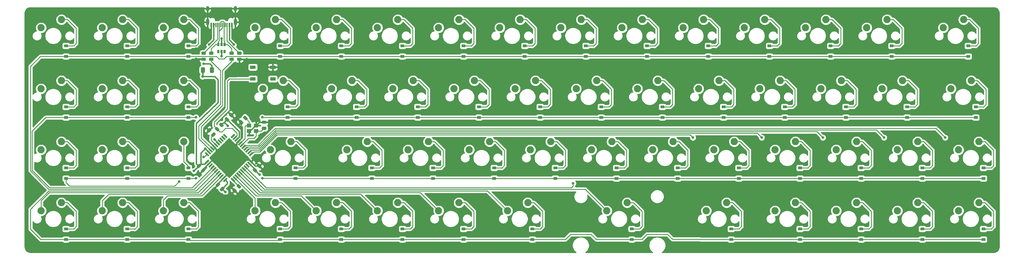
<source format=gbl>
G04 #@! TF.GenerationSoftware,KiCad,Pcbnew,(5.1.6)-1*
G04 #@! TF.CreationDate,2020-06-23T20:41:26-04:00*
G04 #@! TF.ProjectId,Trout-59,54726f75-742d-4353-992e-6b696361645f,rev?*
G04 #@! TF.SameCoordinates,Original*
G04 #@! TF.FileFunction,Copper,L2,Bot*
G04 #@! TF.FilePolarity,Positive*
%FSLAX46Y46*%
G04 Gerber Fmt 4.6, Leading zero omitted, Abs format (unit mm)*
G04 Created by KiCad (PCBNEW (5.1.6)-1) date 2020-06-23 20:41:26*
%MOMM*%
%LPD*%
G01*
G04 APERTURE LIST*
G04 #@! TA.AperFunction,ComponentPad*
%ADD10C,2.250000*%
G04 #@! TD*
G04 #@! TA.AperFunction,SMDPad,CuDef*
%ADD11C,0.100000*%
G04 #@! TD*
G04 #@! TA.AperFunction,SMDPad,CuDef*
%ADD12R,1.800000X1.100000*%
G04 #@! TD*
G04 #@! TA.AperFunction,SMDPad,CuDef*
%ADD13R,0.600000X1.450000*%
G04 #@! TD*
G04 #@! TA.AperFunction,SMDPad,CuDef*
%ADD14R,0.300000X1.450000*%
G04 #@! TD*
G04 #@! TA.AperFunction,ComponentPad*
%ADD15O,1.000000X2.100000*%
G04 #@! TD*
G04 #@! TA.AperFunction,ComponentPad*
%ADD16O,1.000000X1.600000*%
G04 #@! TD*
G04 #@! TA.AperFunction,SMDPad,CuDef*
%ADD17R,1.400000X1.200000*%
G04 #@! TD*
G04 #@! TA.AperFunction,SMDPad,CuDef*
%ADD18R,0.650000X1.060000*%
G04 #@! TD*
G04 #@! TA.AperFunction,SMDPad,CuDef*
%ADD19R,1.200000X0.900000*%
G04 #@! TD*
G04 #@! TA.AperFunction,ViaPad*
%ADD20C,0.800000*%
G04 #@! TD*
G04 #@! TA.AperFunction,Conductor*
%ADD21C,0.254000*%
G04 #@! TD*
G04 #@! TA.AperFunction,Conductor*
%ADD22C,0.381000*%
G04 #@! TD*
G04 APERTURE END LIST*
D10*
G04 #@! TO.P,MX49,2*
G04 #@! TO.N,Net-(D49-Pad2)*
X100965000Y-99695000D03*
G04 #@! TO.P,MX49,1*
G04 #@! TO.N,Col3*
X94615000Y-102235000D03*
G04 #@! TD*
G04 #@! TA.AperFunction,SMDPad,CuDef*
D11*
G04 #@! TO.P,U1,44*
G04 #@! TO.N,+5V*
G36*
X79995690Y-86202298D02*
G01*
X80384598Y-86591206D01*
X79323938Y-87651866D01*
X78935030Y-87262958D01*
X79995690Y-86202298D01*
G37*
G04 #@! TD.AperFunction*
G04 #@! TA.AperFunction,SMDPad,CuDef*
G04 #@! TO.P,U1,43*
G04 #@! TO.N,GND*
G36*
X80561376Y-86767983D02*
G01*
X80950284Y-87156891D01*
X79889624Y-88217551D01*
X79500716Y-87828643D01*
X80561376Y-86767983D01*
G37*
G04 #@! TD.AperFunction*
G04 #@! TA.AperFunction,SMDPad,CuDef*
G04 #@! TO.P,U1,42*
G04 #@! TO.N,Net-(U1-Pad42)*
G36*
X81127061Y-87333668D02*
G01*
X81515969Y-87722576D01*
X80455309Y-88783236D01*
X80066401Y-88394328D01*
X81127061Y-87333668D01*
G37*
G04 #@! TD.AperFunction*
G04 #@! TA.AperFunction,SMDPad,CuDef*
G04 #@! TO.P,U1,41*
G04 #@! TO.N,Row1*
G36*
X81692746Y-87899354D02*
G01*
X82081654Y-88288262D01*
X81020994Y-89348922D01*
X80632086Y-88960014D01*
X81692746Y-87899354D01*
G37*
G04 #@! TD.AperFunction*
G04 #@! TA.AperFunction,SMDPad,CuDef*
G04 #@! TO.P,U1,40*
G04 #@! TO.N,Row0*
G36*
X82258432Y-88465039D02*
G01*
X82647340Y-88853947D01*
X81586680Y-89914607D01*
X81197772Y-89525699D01*
X82258432Y-88465039D01*
G37*
G04 #@! TD.AperFunction*
G04 #@! TA.AperFunction,SMDPad,CuDef*
G04 #@! TO.P,U1,39*
G04 #@! TO.N,Row3*
G36*
X82824117Y-89030725D02*
G01*
X83213025Y-89419633D01*
X82152365Y-90480293D01*
X81763457Y-90091385D01*
X82824117Y-89030725D01*
G37*
G04 #@! TD.AperFunction*
G04 #@! TA.AperFunction,SMDPad,CuDef*
G04 #@! TO.P,U1,38*
G04 #@! TO.N,Col0*
G36*
X83389803Y-89596410D02*
G01*
X83778711Y-89985318D01*
X82718051Y-91045978D01*
X82329143Y-90657070D01*
X83389803Y-89596410D01*
G37*
G04 #@! TD.AperFunction*
G04 #@! TA.AperFunction,SMDPad,CuDef*
G04 #@! TO.P,U1,37*
G04 #@! TO.N,Col1*
G36*
X83955488Y-90162096D02*
G01*
X84344396Y-90551004D01*
X83283736Y-91611664D01*
X82894828Y-91222756D01*
X83955488Y-90162096D01*
G37*
G04 #@! TD.AperFunction*
G04 #@! TA.AperFunction,SMDPad,CuDef*
G04 #@! TO.P,U1,36*
G04 #@! TO.N,Col2*
G36*
X84521174Y-90727781D02*
G01*
X84910082Y-91116689D01*
X83849422Y-92177349D01*
X83460514Y-91788441D01*
X84521174Y-90727781D01*
G37*
G04 #@! TD.AperFunction*
G04 #@! TA.AperFunction,SMDPad,CuDef*
G04 #@! TO.P,U1,35*
G04 #@! TO.N,GND*
G36*
X85086859Y-91293466D02*
G01*
X85475767Y-91682374D01*
X84415107Y-92743034D01*
X84026199Y-92354126D01*
X85086859Y-91293466D01*
G37*
G04 #@! TD.AperFunction*
G04 #@! TA.AperFunction,SMDPad,CuDef*
G04 #@! TO.P,U1,34*
G04 #@! TO.N,+5V*
G36*
X85652544Y-91859152D02*
G01*
X86041452Y-92248060D01*
X84980792Y-93308720D01*
X84591884Y-92919812D01*
X85652544Y-91859152D01*
G37*
G04 #@! TD.AperFunction*
G04 #@! TA.AperFunction,SMDPad,CuDef*
G04 #@! TO.P,U1,33*
G04 #@! TO.N,Net-(R4-Pad2)*
G36*
X86996048Y-92248060D02*
G01*
X87384956Y-91859152D01*
X88445616Y-92919812D01*
X88056708Y-93308720D01*
X86996048Y-92248060D01*
G37*
G04 #@! TD.AperFunction*
G04 #@! TA.AperFunction,SMDPad,CuDef*
G04 #@! TO.P,U1,32*
G04 #@! TO.N,Col3*
G36*
X87561733Y-91682374D02*
G01*
X87950641Y-91293466D01*
X89011301Y-92354126D01*
X88622393Y-92743034D01*
X87561733Y-91682374D01*
G37*
G04 #@! TD.AperFunction*
G04 #@! TA.AperFunction,SMDPad,CuDef*
G04 #@! TO.P,U1,31*
G04 #@! TO.N,Col4*
G36*
X88127418Y-91116689D02*
G01*
X88516326Y-90727781D01*
X89576986Y-91788441D01*
X89188078Y-92177349D01*
X88127418Y-91116689D01*
G37*
G04 #@! TD.AperFunction*
G04 #@! TA.AperFunction,SMDPad,CuDef*
G04 #@! TO.P,U1,30*
G04 #@! TO.N,Col5*
G36*
X88693104Y-90551004D02*
G01*
X89082012Y-90162096D01*
X90142672Y-91222756D01*
X89753764Y-91611664D01*
X88693104Y-90551004D01*
G37*
G04 #@! TD.AperFunction*
G04 #@! TA.AperFunction,SMDPad,CuDef*
G04 #@! TO.P,U1,29*
G04 #@! TO.N,Col6*
G36*
X89258789Y-89985318D02*
G01*
X89647697Y-89596410D01*
X90708357Y-90657070D01*
X90319449Y-91045978D01*
X89258789Y-89985318D01*
G37*
G04 #@! TD.AperFunction*
G04 #@! TA.AperFunction,SMDPad,CuDef*
G04 #@! TO.P,U1,28*
G04 #@! TO.N,Col7*
G36*
X89824475Y-89419633D02*
G01*
X90213383Y-89030725D01*
X91274043Y-90091385D01*
X90885135Y-90480293D01*
X89824475Y-89419633D01*
G37*
G04 #@! TD.AperFunction*
G04 #@! TA.AperFunction,SMDPad,CuDef*
G04 #@! TO.P,U1,27*
G04 #@! TO.N,Col9*
G36*
X90390160Y-88853947D02*
G01*
X90779068Y-88465039D01*
X91839728Y-89525699D01*
X91450820Y-89914607D01*
X90390160Y-88853947D01*
G37*
G04 #@! TD.AperFunction*
G04 #@! TA.AperFunction,SMDPad,CuDef*
G04 #@! TO.P,U1,26*
G04 #@! TO.N,Col8*
G36*
X90955846Y-88288262D02*
G01*
X91344754Y-87899354D01*
X92405414Y-88960014D01*
X92016506Y-89348922D01*
X90955846Y-88288262D01*
G37*
G04 #@! TD.AperFunction*
G04 #@! TA.AperFunction,SMDPad,CuDef*
G04 #@! TO.P,U1,25*
G04 #@! TO.N,Net-(U1-Pad25)*
G36*
X91521531Y-87722576D02*
G01*
X91910439Y-87333668D01*
X92971099Y-88394328D01*
X92582191Y-88783236D01*
X91521531Y-87722576D01*
G37*
G04 #@! TD.AperFunction*
G04 #@! TA.AperFunction,SMDPad,CuDef*
G04 #@! TO.P,U1,24*
G04 #@! TO.N,+5V*
G36*
X92087216Y-87156891D02*
G01*
X92476124Y-86767983D01*
X93536784Y-87828643D01*
X93147876Y-88217551D01*
X92087216Y-87156891D01*
G37*
G04 #@! TD.AperFunction*
G04 #@! TA.AperFunction,SMDPad,CuDef*
G04 #@! TO.P,U1,23*
G04 #@! TO.N,GND*
G36*
X92652902Y-86591206D02*
G01*
X93041810Y-86202298D01*
X94102470Y-87262958D01*
X93713562Y-87651866D01*
X92652902Y-86591206D01*
G37*
G04 #@! TD.AperFunction*
G04 #@! TA.AperFunction,SMDPad,CuDef*
G04 #@! TO.P,U1,22*
G04 #@! TO.N,Col10*
G36*
X93713562Y-83798134D02*
G01*
X94102470Y-84187042D01*
X93041810Y-85247702D01*
X92652902Y-84858794D01*
X93713562Y-83798134D01*
G37*
G04 #@! TD.AperFunction*
G04 #@! TA.AperFunction,SMDPad,CuDef*
G04 #@! TO.P,U1,21*
G04 #@! TO.N,Col11*
G36*
X93147876Y-83232449D02*
G01*
X93536784Y-83621357D01*
X92476124Y-84682017D01*
X92087216Y-84293109D01*
X93147876Y-83232449D01*
G37*
G04 #@! TD.AperFunction*
G04 #@! TA.AperFunction,SMDPad,CuDef*
G04 #@! TO.P,U1,20*
G04 #@! TO.N,Col12*
G36*
X92582191Y-82666764D02*
G01*
X92971099Y-83055672D01*
X91910439Y-84116332D01*
X91521531Y-83727424D01*
X92582191Y-82666764D01*
G37*
G04 #@! TD.AperFunction*
G04 #@! TA.AperFunction,SMDPad,CuDef*
G04 #@! TO.P,U1,19*
G04 #@! TO.N,Col13*
G36*
X92016506Y-82101078D02*
G01*
X92405414Y-82489986D01*
X91344754Y-83550646D01*
X90955846Y-83161738D01*
X92016506Y-82101078D01*
G37*
G04 #@! TD.AperFunction*
G04 #@! TA.AperFunction,SMDPad,CuDef*
G04 #@! TO.P,U1,18*
G04 #@! TO.N,Col14*
G36*
X91450820Y-81535393D02*
G01*
X91839728Y-81924301D01*
X90779068Y-82984961D01*
X90390160Y-82596053D01*
X91450820Y-81535393D01*
G37*
G04 #@! TD.AperFunction*
G04 #@! TA.AperFunction,SMDPad,CuDef*
G04 #@! TO.P,U1,17*
G04 #@! TO.N,Net-(C1-Pad2)*
G36*
X90885135Y-80969707D02*
G01*
X91274043Y-81358615D01*
X90213383Y-82419275D01*
X89824475Y-82030367D01*
X90885135Y-80969707D01*
G37*
G04 #@! TD.AperFunction*
G04 #@! TA.AperFunction,SMDPad,CuDef*
G04 #@! TO.P,U1,16*
G04 #@! TO.N,Net-(C2-Pad2)*
G36*
X90319449Y-80404022D02*
G01*
X90708357Y-80792930D01*
X89647697Y-81853590D01*
X89258789Y-81464682D01*
X90319449Y-80404022D01*
G37*
G04 #@! TD.AperFunction*
G04 #@! TA.AperFunction,SMDPad,CuDef*
G04 #@! TO.P,U1,15*
G04 #@! TO.N,GND*
G36*
X89753764Y-79838336D02*
G01*
X90142672Y-80227244D01*
X89082012Y-81287904D01*
X88693104Y-80898996D01*
X89753764Y-79838336D01*
G37*
G04 #@! TD.AperFunction*
G04 #@! TA.AperFunction,SMDPad,CuDef*
G04 #@! TO.P,U1,14*
G04 #@! TO.N,+5V*
G36*
X89188078Y-79272651D02*
G01*
X89576986Y-79661559D01*
X88516326Y-80722219D01*
X88127418Y-80333311D01*
X89188078Y-79272651D01*
G37*
G04 #@! TD.AperFunction*
G04 #@! TA.AperFunction,SMDPad,CuDef*
G04 #@! TO.P,U1,13*
G04 #@! TO.N,Net-(R1-Pad2)*
G36*
X88622393Y-78706966D02*
G01*
X89011301Y-79095874D01*
X87950641Y-80156534D01*
X87561733Y-79767626D01*
X88622393Y-78706966D01*
G37*
G04 #@! TD.AperFunction*
G04 #@! TA.AperFunction,SMDPad,CuDef*
G04 #@! TO.P,U1,12*
G04 #@! TO.N,Net-(U1-Pad12)*
G36*
X88056708Y-78141280D02*
G01*
X88445616Y-78530188D01*
X87384956Y-79590848D01*
X86996048Y-79201940D01*
X88056708Y-78141280D01*
G37*
G04 #@! TD.AperFunction*
G04 #@! TA.AperFunction,SMDPad,CuDef*
G04 #@! TO.P,U1,11*
G04 #@! TO.N,Net-(U1-Pad11)*
G36*
X84591884Y-78530188D02*
G01*
X84980792Y-78141280D01*
X86041452Y-79201940D01*
X85652544Y-79590848D01*
X84591884Y-78530188D01*
G37*
G04 #@! TD.AperFunction*
G04 #@! TA.AperFunction,SMDPad,CuDef*
G04 #@! TO.P,U1,10*
G04 #@! TO.N,Net-(U1-Pad10)*
G36*
X84026199Y-79095874D02*
G01*
X84415107Y-78706966D01*
X85475767Y-79767626D01*
X85086859Y-80156534D01*
X84026199Y-79095874D01*
G37*
G04 #@! TD.AperFunction*
G04 #@! TA.AperFunction,SMDPad,CuDef*
G04 #@! TO.P,U1,9*
G04 #@! TO.N,Net-(U1-Pad9)*
G36*
X83460514Y-79661559D02*
G01*
X83849422Y-79272651D01*
X84910082Y-80333311D01*
X84521174Y-80722219D01*
X83460514Y-79661559D01*
G37*
G04 #@! TD.AperFunction*
G04 #@! TA.AperFunction,SMDPad,CuDef*
G04 #@! TO.P,U1,8*
G04 #@! TO.N,Net-(U1-Pad8)*
G36*
X82894828Y-80227244D02*
G01*
X83283736Y-79838336D01*
X84344396Y-80898996D01*
X83955488Y-81287904D01*
X82894828Y-80227244D01*
G37*
G04 #@! TD.AperFunction*
G04 #@! TA.AperFunction,SMDPad,CuDef*
G04 #@! TO.P,U1,7*
G04 #@! TO.N,+5V*
G36*
X82329143Y-80792930D02*
G01*
X82718051Y-80404022D01*
X83778711Y-81464682D01*
X83389803Y-81853590D01*
X82329143Y-80792930D01*
G37*
G04 #@! TD.AperFunction*
G04 #@! TA.AperFunction,SMDPad,CuDef*
G04 #@! TO.P,U1,6*
G04 #@! TO.N,Net-(C3-Pad1)*
G36*
X81763457Y-81358615D02*
G01*
X82152365Y-80969707D01*
X83213025Y-82030367D01*
X82824117Y-82419275D01*
X81763457Y-81358615D01*
G37*
G04 #@! TD.AperFunction*
G04 #@! TA.AperFunction,SMDPad,CuDef*
G04 #@! TO.P,U1,5*
G04 #@! TO.N,GND*
G36*
X81197772Y-81924301D02*
G01*
X81586680Y-81535393D01*
X82647340Y-82596053D01*
X82258432Y-82984961D01*
X81197772Y-81924301D01*
G37*
G04 #@! TD.AperFunction*
G04 #@! TA.AperFunction,SMDPad,CuDef*
G04 #@! TO.P,U1,4*
G04 #@! TO.N,Net-(R2-Pad1)*
G36*
X80632086Y-82489986D02*
G01*
X81020994Y-82101078D01*
X82081654Y-83161738D01*
X81692746Y-83550646D01*
X80632086Y-82489986D01*
G37*
G04 #@! TD.AperFunction*
G04 #@! TA.AperFunction,SMDPad,CuDef*
G04 #@! TO.P,U1,3*
G04 #@! TO.N,Net-(R3-Pad1)*
G36*
X80066401Y-83055672D02*
G01*
X80455309Y-82666764D01*
X81515969Y-83727424D01*
X81127061Y-84116332D01*
X80066401Y-83055672D01*
G37*
G04 #@! TD.AperFunction*
G04 #@! TA.AperFunction,SMDPad,CuDef*
G04 #@! TO.P,U1,2*
G04 #@! TO.N,+5V*
G36*
X79500716Y-83621357D02*
G01*
X79889624Y-83232449D01*
X80950284Y-84293109D01*
X80561376Y-84682017D01*
X79500716Y-83621357D01*
G37*
G04 #@! TD.AperFunction*
G04 #@! TA.AperFunction,SMDPad,CuDef*
G04 #@! TO.P,U1,1*
G04 #@! TO.N,Row2*
G36*
X78935030Y-84187042D02*
G01*
X79323938Y-83798134D01*
X80384598Y-84858794D01*
X79995690Y-85247702D01*
X78935030Y-84187042D01*
G37*
G04 #@! TD.AperFunction*
G04 #@! TD*
D10*
G04 #@! TO.P,MX31,2*
G04 #@! TO.N,Net-(D31-Pad2)*
X34290000Y-80645000D03*
G04 #@! TO.P,MX31,1*
G04 #@! TO.N,Col0*
X27940000Y-83185000D03*
G04 #@! TD*
G04 #@! TO.P,MX4,2*
G04 #@! TO.N,Net-(D4-Pad2)*
X100965000Y-42545000D03*
G04 #@! TO.P,MX4,1*
G04 #@! TO.N,Col3*
X94615000Y-45085000D03*
G04 #@! TD*
G04 #@! TO.P,MX16,2*
G04 #@! TO.N,Net-(D16-Pad2)*
X34290000Y-61595000D03*
G04 #@! TO.P,MX16,1*
G04 #@! TO.N,Col0*
X27940000Y-64135000D03*
G04 #@! TD*
G04 #@! TO.P,MX15,2*
G04 #@! TO.N,Net-(D15-Pad2)*
X315277500Y-42545000D03*
G04 #@! TO.P,MX15,1*
G04 #@! TO.N,Col14*
X308927500Y-45085000D03*
G04 #@! TD*
G04 #@! TO.P,MX5,2*
G04 #@! TO.N,Net-(D5-Pad2)*
X120015000Y-42545000D03*
G04 #@! TO.P,MX5,1*
G04 #@! TO.N,Col4*
X113665000Y-45085000D03*
G04 #@! TD*
G04 #@! TO.P,MX46,2*
G04 #@! TO.N,Net-(D46-Pad2)*
X34290000Y-99695000D03*
G04 #@! TO.P,MX46,1*
G04 #@! TO.N,Col0*
X27940000Y-102235000D03*
G04 #@! TD*
G04 #@! TO.P,MX47,2*
G04 #@! TO.N,Net-(D47-Pad2)*
X53340000Y-99695000D03*
G04 #@! TO.P,MX47,1*
G04 #@! TO.N,Col1*
X46990000Y-102235000D03*
G04 #@! TD*
G04 #@! TO.P,MX48,2*
G04 #@! TO.N,Net-(D48-Pad2)*
X72390000Y-99695000D03*
G04 #@! TO.P,MX48,1*
G04 #@! TO.N,Col2*
X66040000Y-102235000D03*
G04 #@! TD*
G04 #@! TO.P,MX54,2*
G04 #@! TO.N,Net-(D54-Pad2)*
X210502500Y-99695000D03*
G04 #@! TO.P,MX54,1*
G04 #@! TO.N,Col9*
X204152500Y-102235000D03*
G04 #@! TD*
G04 #@! TO.P,MX32,2*
G04 #@! TO.N,Net-(D32-Pad2)*
X53340000Y-80645000D03*
G04 #@! TO.P,MX32,1*
G04 #@! TO.N,Col1*
X46990000Y-83185000D03*
G04 #@! TD*
G04 #@! TO.P,MX2,2*
G04 #@! TO.N,Net-(D2-Pad2)*
X53340000Y-42545000D03*
G04 #@! TO.P,MX2,1*
G04 #@! TO.N,Col1*
X46990000Y-45085000D03*
G04 #@! TD*
G04 #@! TO.P,MX38,2*
G04 #@! TO.N,Net-(D38-Pad2)*
X186690000Y-80645000D03*
G04 #@! TO.P,MX38,1*
G04 #@! TO.N,Col7*
X180340000Y-83185000D03*
G04 #@! TD*
G04 #@! TO.P,MX10,2*
G04 #@! TO.N,Net-(D10-Pad2)*
X215265000Y-42545000D03*
G04 #@! TO.P,MX10,1*
G04 #@! TO.N,Col9*
X208915000Y-45085000D03*
G04 #@! TD*
G04 #@! TO.P,MX8,2*
G04 #@! TO.N,Net-(D8-Pad2)*
X177165000Y-42545000D03*
G04 #@! TO.P,MX8,1*
G04 #@! TO.N,Col7*
X170815000Y-45085000D03*
G04 #@! TD*
G04 #@! TO.P,MX6,2*
G04 #@! TO.N,Net-(D6-Pad2)*
X139065000Y-42545000D03*
G04 #@! TO.P,MX6,1*
G04 #@! TO.N,Col5*
X132715000Y-45085000D03*
G04 #@! TD*
G04 #@! TO.P,MX19,2*
G04 #@! TO.N,Net-(D19-Pad2)*
X103346250Y-61595000D03*
G04 #@! TO.P,MX19,1*
G04 #@! TO.N,Col3*
X96996250Y-64135000D03*
G04 #@! TD*
G04 #@! TO.P,MX45,2*
G04 #@! TO.N,Net-(D45-Pad2)*
X320040000Y-80645000D03*
G04 #@! TO.P,MX45,1*
G04 #@! TO.N,Col14*
X313690000Y-83185000D03*
G04 #@! TD*
G04 #@! TO.P,MX27,2*
G04 #@! TO.N,Net-(D27-Pad2)*
X258127500Y-61595000D03*
G04 #@! TO.P,MX27,1*
G04 #@! TO.N,Col11*
X251777500Y-64135000D03*
G04 #@! TD*
G04 #@! TO.P,MX14,2*
G04 #@! TO.N,Net-(D14-Pad2)*
X291465000Y-42545000D03*
G04 #@! TO.P,MX14,1*
G04 #@! TO.N,Col13*
X285115000Y-45085000D03*
G04 #@! TD*
G04 #@! TO.P,MX12,2*
G04 #@! TO.N,Net-(D12-Pad2)*
X253365000Y-42545000D03*
G04 #@! TO.P,MX12,1*
G04 #@! TO.N,Col11*
X247015000Y-45085000D03*
G04 #@! TD*
G04 #@! TO.P,MX26,2*
G04 #@! TO.N,Net-(D26-Pad2)*
X239077500Y-61595000D03*
G04 #@! TO.P,MX26,1*
G04 #@! TO.N,Col10*
X232727500Y-64135000D03*
G04 #@! TD*
G04 #@! TO.P,MX41,2*
G04 #@! TO.N,Net-(D41-Pad2)*
X243840000Y-80645000D03*
G04 #@! TO.P,MX41,1*
G04 #@! TO.N,Col10*
X237490000Y-83185000D03*
G04 #@! TD*
G04 #@! TO.P,MX23,2*
G04 #@! TO.N,Net-(D23-Pad2)*
X181927500Y-61595000D03*
G04 #@! TO.P,MX23,1*
G04 #@! TO.N,Col7*
X175577500Y-64135000D03*
G04 #@! TD*
G04 #@! TO.P,MX22,2*
G04 #@! TO.N,Net-(D22-Pad2)*
X162877500Y-61595000D03*
G04 #@! TO.P,MX22,1*
G04 #@! TO.N,Col6*
X156527500Y-64135000D03*
G04 #@! TD*
G04 #@! TO.P,MX36,2*
G04 #@! TO.N,Net-(D36-Pad2)*
X148590000Y-80645000D03*
G04 #@! TO.P,MX36,1*
G04 #@! TO.N,Col5*
X142240000Y-83185000D03*
G04 #@! TD*
G04 #@! TO.P,MX58,2*
G04 #@! TO.N,Net-(D58-Pad2)*
X300990000Y-99695000D03*
G04 #@! TO.P,MX58,1*
G04 #@! TO.N,Col13*
X294640000Y-102235000D03*
G04 #@! TD*
G04 #@! TO.P,MX56,2*
G04 #@! TO.N,Net-(D56-Pad2)*
X262890000Y-99695000D03*
G04 #@! TO.P,MX56,1*
G04 #@! TO.N,Col11*
X256540000Y-102235000D03*
G04 #@! TD*
G04 #@! TO.P,MX55,2*
G04 #@! TO.N,Net-(D55-Pad2)*
X241458750Y-99695000D03*
G04 #@! TO.P,MX55,1*
G04 #@! TO.N,Col10*
X235108750Y-102235000D03*
G04 #@! TD*
G04 #@! TO.P,MX40,2*
G04 #@! TO.N,Net-(D40-Pad2)*
X224790000Y-80645000D03*
G04 #@! TO.P,MX40,1*
G04 #@! TO.N,Col9*
X218440000Y-83185000D03*
G04 #@! TD*
G04 #@! TO.P,MX59,2*
G04 #@! TO.N,Net-(D59-Pad2)*
X320040000Y-99695000D03*
G04 #@! TO.P,MX59,1*
G04 #@! TO.N,Col14*
X313690000Y-102235000D03*
G04 #@! TD*
G04 #@! TO.P,MX57,2*
G04 #@! TO.N,Net-(D57-Pad2)*
X281940000Y-99695000D03*
G04 #@! TO.P,MX57,1*
G04 #@! TO.N,Col12*
X275590000Y-102235000D03*
G04 #@! TD*
G04 #@! TO.P,MX53,2*
G04 #@! TO.N,Net-(D53-Pad2)*
X179546250Y-99695000D03*
G04 #@! TO.P,MX53,1*
G04 #@! TO.N,Col7*
X173196250Y-102235000D03*
G04 #@! TD*
G04 #@! TO.P,MX52,2*
G04 #@! TO.N,Net-(D52-Pad2)*
X158115000Y-99695000D03*
G04 #@! TO.P,MX52,1*
G04 #@! TO.N,Col6*
X151765000Y-102235000D03*
G04 #@! TD*
G04 #@! TO.P,MX51,2*
G04 #@! TO.N,Net-(D51-Pad2)*
X139065000Y-99695000D03*
G04 #@! TO.P,MX51,1*
G04 #@! TO.N,Col5*
X132715000Y-102235000D03*
G04 #@! TD*
G04 #@! TO.P,MX50,2*
G04 #@! TO.N,Net-(D50-Pad2)*
X120015000Y-99695000D03*
G04 #@! TO.P,MX50,1*
G04 #@! TO.N,Col4*
X113665000Y-102235000D03*
G04 #@! TD*
G04 #@! TO.P,MX44,2*
G04 #@! TO.N,Net-(D44-Pad2)*
X300990000Y-80645000D03*
G04 #@! TO.P,MX44,1*
G04 #@! TO.N,Col13*
X294640000Y-83185000D03*
G04 #@! TD*
G04 #@! TO.P,MX43,2*
G04 #@! TO.N,Net-(D43-Pad2)*
X281940000Y-80645000D03*
G04 #@! TO.P,MX43,1*
G04 #@! TO.N,Col12*
X275590000Y-83185000D03*
G04 #@! TD*
G04 #@! TO.P,MX42,2*
G04 #@! TO.N,Net-(D42-Pad2)*
X262890000Y-80645000D03*
G04 #@! TO.P,MX42,1*
G04 #@! TO.N,Col11*
X256540000Y-83185000D03*
G04 #@! TD*
G04 #@! TO.P,MX39,2*
G04 #@! TO.N,Net-(D39-Pad2)*
X205740000Y-80645000D03*
G04 #@! TO.P,MX39,1*
G04 #@! TO.N,Col8*
X199390000Y-83185000D03*
G04 #@! TD*
G04 #@! TO.P,MX37,2*
G04 #@! TO.N,Net-(D37-Pad2)*
X167640000Y-80645000D03*
G04 #@! TO.P,MX37,1*
G04 #@! TO.N,Col6*
X161290000Y-83185000D03*
G04 #@! TD*
G04 #@! TO.P,MX35,2*
G04 #@! TO.N,Net-(D35-Pad2)*
X129540000Y-80645000D03*
G04 #@! TO.P,MX35,1*
G04 #@! TO.N,Col4*
X123190000Y-83185000D03*
G04 #@! TD*
G04 #@! TO.P,MX34,2*
G04 #@! TO.N,Net-(D34-Pad2)*
X105727500Y-80645000D03*
G04 #@! TO.P,MX34,1*
G04 #@! TO.N,Col3*
X99377500Y-83185000D03*
G04 #@! TD*
G04 #@! TO.P,MX33,2*
G04 #@! TO.N,Net-(D33-Pad2)*
X72390000Y-80645000D03*
G04 #@! TO.P,MX33,1*
G04 #@! TO.N,Col2*
X66040000Y-83185000D03*
G04 #@! TD*
G04 #@! TO.P,MX30,2*
G04 #@! TO.N,Net-(D30-Pad2)*
X317658750Y-61595000D03*
G04 #@! TO.P,MX30,1*
G04 #@! TO.N,Col14*
X311308750Y-64135000D03*
G04 #@! TD*
G04 #@! TO.P,MX29,2*
G04 #@! TO.N,Net-(D29-Pad2)*
X296227500Y-61595000D03*
G04 #@! TO.P,MX29,1*
G04 #@! TO.N,Col13*
X289877500Y-64135000D03*
G04 #@! TD*
G04 #@! TO.P,MX28,2*
G04 #@! TO.N,Net-(D28-Pad2)*
X277177500Y-61595000D03*
G04 #@! TO.P,MX28,1*
G04 #@! TO.N,Col12*
X270827500Y-64135000D03*
G04 #@! TD*
G04 #@! TO.P,MX25,2*
G04 #@! TO.N,Net-(D25-Pad2)*
X220027500Y-61595000D03*
G04 #@! TO.P,MX25,1*
G04 #@! TO.N,Col9*
X213677500Y-64135000D03*
G04 #@! TD*
G04 #@! TO.P,MX24,2*
G04 #@! TO.N,Net-(D24-Pad2)*
X200977500Y-61595000D03*
G04 #@! TO.P,MX24,1*
G04 #@! TO.N,Col8*
X194627500Y-64135000D03*
G04 #@! TD*
G04 #@! TO.P,MX21,2*
G04 #@! TO.N,Net-(D21-Pad2)*
X143827500Y-61595000D03*
G04 #@! TO.P,MX21,1*
G04 #@! TO.N,Col5*
X137477500Y-64135000D03*
G04 #@! TD*
G04 #@! TO.P,MX20,2*
G04 #@! TO.N,Net-(D20-Pad2)*
X124777500Y-61595000D03*
G04 #@! TO.P,MX20,1*
G04 #@! TO.N,Col4*
X118427500Y-64135000D03*
G04 #@! TD*
G04 #@! TO.P,MX18,2*
G04 #@! TO.N,Net-(D18-Pad2)*
X72390000Y-61595000D03*
G04 #@! TO.P,MX18,1*
G04 #@! TO.N,Col2*
X66040000Y-64135000D03*
G04 #@! TD*
G04 #@! TO.P,MX17,2*
G04 #@! TO.N,Net-(D17-Pad2)*
X53340000Y-61595000D03*
G04 #@! TO.P,MX17,1*
G04 #@! TO.N,Col1*
X46990000Y-64135000D03*
G04 #@! TD*
G04 #@! TO.P,MX13,2*
G04 #@! TO.N,Net-(D13-Pad2)*
X272415000Y-42545000D03*
G04 #@! TO.P,MX13,1*
G04 #@! TO.N,Col12*
X266065000Y-45085000D03*
G04 #@! TD*
G04 #@! TO.P,MX11,2*
G04 #@! TO.N,Net-(D11-Pad2)*
X234315000Y-42545000D03*
G04 #@! TO.P,MX11,1*
G04 #@! TO.N,Col10*
X227965000Y-45085000D03*
G04 #@! TD*
G04 #@! TO.P,MX9,2*
G04 #@! TO.N,Net-(D9-Pad2)*
X196215000Y-42545000D03*
G04 #@! TO.P,MX9,1*
G04 #@! TO.N,Col8*
X189865000Y-45085000D03*
G04 #@! TD*
G04 #@! TO.P,MX7,2*
G04 #@! TO.N,Net-(D7-Pad2)*
X158115000Y-42545000D03*
G04 #@! TO.P,MX7,1*
G04 #@! TO.N,Col6*
X151765000Y-45085000D03*
G04 #@! TD*
G04 #@! TO.P,MX3,2*
G04 #@! TO.N,Net-(D3-Pad2)*
X72390000Y-42545000D03*
G04 #@! TO.P,MX3,1*
G04 #@! TO.N,Col2*
X66040000Y-45085000D03*
G04 #@! TD*
G04 #@! TO.P,MX1,2*
G04 #@! TO.N,Net-(D1-Pad2)*
X34290000Y-42545000D03*
G04 #@! TO.P,MX1,1*
G04 #@! TO.N,Col0*
X27940000Y-45085000D03*
G04 #@! TD*
D12*
G04 #@! TO.P,SW1,4*
G04 #@! TO.N,N/C*
X93928000Y-57387000D03*
G04 #@! TO.P,SW1,3*
X100128000Y-61087000D03*
G04 #@! TO.P,SW1,2*
G04 #@! TO.N,Net-(R1-Pad2)*
X93928000Y-61087000D03*
G04 #@! TO.P,SW1,1*
G04 #@! TO.N,GND*
X100128000Y-57387000D03*
G04 #@! TD*
D13*
G04 #@! TO.P,USB1,12*
G04 #@! TO.N,GND*
X87362500Y-44207500D03*
G04 #@! TO.P,USB1,1*
X80912500Y-44207500D03*
G04 #@! TO.P,USB1,11*
G04 #@! TO.N,VCC*
X86587500Y-44207500D03*
G04 #@! TO.P,USB1,2*
X81687500Y-44207500D03*
D14*
G04 #@! TO.P,USB1,3*
G04 #@! TO.N,Net-(USB1-Pad3)*
X82387500Y-44207500D03*
G04 #@! TO.P,USB1,10*
G04 #@! TO.N,Net-(R6-Pad2)*
X85887500Y-44207500D03*
G04 #@! TO.P,USB1,4*
G04 #@! TO.N,Net-(R5-Pad2)*
X82887500Y-44207500D03*
G04 #@! TO.P,USB1,9*
G04 #@! TO.N,Net-(USB1-Pad9)*
X85387500Y-44207500D03*
G04 #@! TO.P,USB1,5*
G04 #@! TO.N,D-*
X83387500Y-44207500D03*
G04 #@! TO.P,USB1,8*
G04 #@! TO.N,D+*
X84887500Y-44207500D03*
G04 #@! TO.P,USB1,7*
G04 #@! TO.N,D-*
X84387500Y-44207500D03*
G04 #@! TO.P,USB1,6*
G04 #@! TO.N,D+*
X83887500Y-44207500D03*
D15*
G04 #@! TO.P,USB1,13*
G04 #@! TO.N,GND*
X79817500Y-43292500D03*
X88457500Y-43292500D03*
D16*
X79817500Y-39112500D03*
X88457500Y-39112500D03*
G04 #@! TD*
D17*
G04 #@! TO.P,Y1,4*
G04 #@! TO.N,GND*
X94953000Y-75604000D03*
G04 #@! TO.P,Y1,3*
G04 #@! TO.N,Net-(C2-Pad2)*
X92753000Y-75604000D03*
G04 #@! TO.P,Y1,2*
G04 #@! TO.N,GND*
X92753000Y-77304000D03*
G04 #@! TO.P,Y1,1*
G04 #@! TO.N,Net-(C1-Pad2)*
X94953000Y-77304000D03*
G04 #@! TD*
D18*
G04 #@! TO.P,U2,5*
G04 #@! TO.N,+5V*
X84137500Y-52535000D03*
G04 #@! TO.P,U2,6*
G04 #@! TO.N,Net-(U2-Pad6)*
X83187500Y-52535000D03*
G04 #@! TO.P,U2,4*
G04 #@! TO.N,Net-(U2-Pad4)*
X85087500Y-52535000D03*
G04 #@! TO.P,U2,3*
G04 #@! TO.N,D+*
X85087500Y-50335000D03*
G04 #@! TO.P,U2,2*
G04 #@! TO.N,GND*
X84137500Y-50335000D03*
G04 #@! TO.P,U2,1*
G04 #@! TO.N,D-*
X83187500Y-50335000D03*
G04 #@! TD*
G04 #@! TO.P,R6,2*
G04 #@! TO.N,Net-(R6-Pad2)*
G04 #@! TA.AperFunction,SMDPad,CuDef*
G36*
G01*
X90150000Y-53525000D02*
X89237500Y-53525000D01*
G75*
G02*
X88993750Y-53281250I0J243750D01*
G01*
X88993750Y-52793750D01*
G75*
G02*
X89237500Y-52550000I243750J0D01*
G01*
X90150000Y-52550000D01*
G75*
G02*
X90393750Y-52793750I0J-243750D01*
G01*
X90393750Y-53281250D01*
G75*
G02*
X90150000Y-53525000I-243750J0D01*
G01*
G37*
G04 #@! TD.AperFunction*
G04 #@! TO.P,R6,1*
G04 #@! TO.N,GND*
G04 #@! TA.AperFunction,SMDPad,CuDef*
G36*
G01*
X90150000Y-55400000D02*
X89237500Y-55400000D01*
G75*
G02*
X88993750Y-55156250I0J243750D01*
G01*
X88993750Y-54668750D01*
G75*
G02*
X89237500Y-54425000I243750J0D01*
G01*
X90150000Y-54425000D01*
G75*
G02*
X90393750Y-54668750I0J-243750D01*
G01*
X90393750Y-55156250D01*
G75*
G02*
X90150000Y-55400000I-243750J0D01*
G01*
G37*
G04 #@! TD.AperFunction*
G04 #@! TD*
G04 #@! TO.P,R5,2*
G04 #@! TO.N,Net-(R5-Pad2)*
G04 #@! TA.AperFunction,SMDPad,CuDef*
G36*
G01*
X79037500Y-53525000D02*
X78125000Y-53525000D01*
G75*
G02*
X77881250Y-53281250I0J243750D01*
G01*
X77881250Y-52793750D01*
G75*
G02*
X78125000Y-52550000I243750J0D01*
G01*
X79037500Y-52550000D01*
G75*
G02*
X79281250Y-52793750I0J-243750D01*
G01*
X79281250Y-53281250D01*
G75*
G02*
X79037500Y-53525000I-243750J0D01*
G01*
G37*
G04 #@! TD.AperFunction*
G04 #@! TO.P,R5,1*
G04 #@! TO.N,GND*
G04 #@! TA.AperFunction,SMDPad,CuDef*
G36*
G01*
X79037500Y-55400000D02*
X78125000Y-55400000D01*
G75*
G02*
X77881250Y-55156250I0J243750D01*
G01*
X77881250Y-54668750D01*
G75*
G02*
X78125000Y-54425000I243750J0D01*
G01*
X79037500Y-54425000D01*
G75*
G02*
X79281250Y-54668750I0J-243750D01*
G01*
X79281250Y-55156250D01*
G75*
G02*
X79037500Y-55400000I-243750J0D01*
G01*
G37*
G04 #@! TD.AperFunction*
G04 #@! TD*
G04 #@! TO.P,R4,2*
G04 #@! TO.N,Net-(R4-Pad2)*
G04 #@! TA.AperFunction,SMDPad,CuDef*
G36*
G01*
X89540816Y-95254419D02*
X88895581Y-94609184D01*
G75*
G02*
X88895581Y-94264470I172357J172357D01*
G01*
X89240296Y-93919755D01*
G75*
G02*
X89585010Y-93919755I172357J-172357D01*
G01*
X90230245Y-94564990D01*
G75*
G02*
X90230245Y-94909704I-172357J-172357D01*
G01*
X89885530Y-95254419D01*
G75*
G02*
X89540816Y-95254419I-172357J172357D01*
G01*
G37*
G04 #@! TD.AperFunction*
G04 #@! TO.P,R4,1*
G04 #@! TO.N,GND*
G04 #@! TA.AperFunction,SMDPad,CuDef*
G36*
G01*
X88214990Y-96580245D02*
X87569755Y-95935010D01*
G75*
G02*
X87569755Y-95590296I172357J172357D01*
G01*
X87914470Y-95245581D01*
G75*
G02*
X88259184Y-95245581I172357J-172357D01*
G01*
X88904419Y-95890816D01*
G75*
G02*
X88904419Y-96235530I-172357J-172357D01*
G01*
X88559704Y-96580245D01*
G75*
G02*
X88214990Y-96580245I-172357J172357D01*
G01*
G37*
G04 #@! TD.AperFunction*
G04 #@! TD*
G04 #@! TO.P,R3,2*
G04 #@! TO.N,D-*
G04 #@! TA.AperFunction,SMDPad,CuDef*
G36*
G01*
X81418750Y-53525000D02*
X80506250Y-53525000D01*
G75*
G02*
X80262500Y-53281250I0J243750D01*
G01*
X80262500Y-52793750D01*
G75*
G02*
X80506250Y-52550000I243750J0D01*
G01*
X81418750Y-52550000D01*
G75*
G02*
X81662500Y-52793750I0J-243750D01*
G01*
X81662500Y-53281250D01*
G75*
G02*
X81418750Y-53525000I-243750J0D01*
G01*
G37*
G04 #@! TD.AperFunction*
G04 #@! TO.P,R3,1*
G04 #@! TO.N,Net-(R3-Pad1)*
G04 #@! TA.AperFunction,SMDPad,CuDef*
G36*
G01*
X81418750Y-55400000D02*
X80506250Y-55400000D01*
G75*
G02*
X80262500Y-55156250I0J243750D01*
G01*
X80262500Y-54668750D01*
G75*
G02*
X80506250Y-54425000I243750J0D01*
G01*
X81418750Y-54425000D01*
G75*
G02*
X81662500Y-54668750I0J-243750D01*
G01*
X81662500Y-55156250D01*
G75*
G02*
X81418750Y-55400000I-243750J0D01*
G01*
G37*
G04 #@! TD.AperFunction*
G04 #@! TD*
G04 #@! TO.P,R2,2*
G04 #@! TO.N,D+*
G04 #@! TA.AperFunction,SMDPad,CuDef*
G36*
G01*
X87768750Y-53525000D02*
X86856250Y-53525000D01*
G75*
G02*
X86612500Y-53281250I0J243750D01*
G01*
X86612500Y-52793750D01*
G75*
G02*
X86856250Y-52550000I243750J0D01*
G01*
X87768750Y-52550000D01*
G75*
G02*
X88012500Y-52793750I0J-243750D01*
G01*
X88012500Y-53281250D01*
G75*
G02*
X87768750Y-53525000I-243750J0D01*
G01*
G37*
G04 #@! TD.AperFunction*
G04 #@! TO.P,R2,1*
G04 #@! TO.N,Net-(R2-Pad1)*
G04 #@! TA.AperFunction,SMDPad,CuDef*
G36*
G01*
X87768750Y-55400000D02*
X86856250Y-55400000D01*
G75*
G02*
X86612500Y-55156250I0J243750D01*
G01*
X86612500Y-54668750D01*
G75*
G02*
X86856250Y-54425000I243750J0D01*
G01*
X87768750Y-54425000D01*
G75*
G02*
X88012500Y-54668750I0J-243750D01*
G01*
X88012500Y-55156250D01*
G75*
G02*
X87768750Y-55400000I-243750J0D01*
G01*
G37*
G04 #@! TD.AperFunction*
G04 #@! TD*
G04 #@! TO.P,R1,1*
G04 #@! TO.N,+5V*
G04 #@! TA.AperFunction,SMDPad,CuDef*
G36*
G01*
X84151923Y-74738918D02*
X84797158Y-75384153D01*
G75*
G02*
X84797158Y-75728867I-172357J-172357D01*
G01*
X84452443Y-76073582D01*
G75*
G02*
X84107729Y-76073582I-172357J172357D01*
G01*
X83462494Y-75428347D01*
G75*
G02*
X83462494Y-75083633I172357J172357D01*
G01*
X83807209Y-74738918D01*
G75*
G02*
X84151923Y-74738918I172357J-172357D01*
G01*
G37*
G04 #@! TD.AperFunction*
G04 #@! TO.P,R1,2*
G04 #@! TO.N,Net-(R1-Pad2)*
G04 #@! TA.AperFunction,SMDPad,CuDef*
G36*
G01*
X82826097Y-76064744D02*
X83471332Y-76709979D01*
G75*
G02*
X83471332Y-77054693I-172357J-172357D01*
G01*
X83126617Y-77399408D01*
G75*
G02*
X82781903Y-77399408I-172357J172357D01*
G01*
X82136668Y-76754173D01*
G75*
G02*
X82136668Y-76409459I172357J172357D01*
G01*
X82481383Y-76064744D01*
G75*
G02*
X82826097Y-76064744I172357J-172357D01*
G01*
G37*
G04 #@! TD.AperFunction*
G04 #@! TD*
G04 #@! TO.P,F1,1*
G04 #@! TO.N,+5V*
G04 #@! TA.AperFunction,SMDPad,CuDef*
G36*
G01*
X77731000Y-58918000D02*
X77731000Y-57668000D01*
G75*
G02*
X77981000Y-57418000I250000J0D01*
G01*
X78731000Y-57418000D01*
G75*
G02*
X78981000Y-57668000I0J-250000D01*
G01*
X78981000Y-58918000D01*
G75*
G02*
X78731000Y-59168000I-250000J0D01*
G01*
X77981000Y-59168000D01*
G75*
G02*
X77731000Y-58918000I0J250000D01*
G01*
G37*
G04 #@! TD.AperFunction*
G04 #@! TO.P,F1,2*
G04 #@! TO.N,VCC*
G04 #@! TA.AperFunction,SMDPad,CuDef*
G36*
G01*
X80531000Y-58918000D02*
X80531000Y-57668000D01*
G75*
G02*
X80781000Y-57418000I250000J0D01*
G01*
X81531000Y-57418000D01*
G75*
G02*
X81781000Y-57668000I0J-250000D01*
G01*
X81781000Y-58918000D01*
G75*
G02*
X81531000Y-59168000I-250000J0D01*
G01*
X80781000Y-59168000D01*
G75*
G02*
X80531000Y-58918000I0J250000D01*
G01*
G37*
G04 #@! TD.AperFunction*
G04 #@! TD*
D19*
G04 #@! TO.P,D59,2*
G04 #@! TO.N,Net-(D59-Pad2)*
X321468750Y-107887500D03*
G04 #@! TO.P,D59,1*
G04 #@! TO.N,Row3*
X321468750Y-111187500D03*
G04 #@! TD*
G04 #@! TO.P,D58,2*
G04 #@! TO.N,Net-(D58-Pad2)*
X302418750Y-107887500D03*
G04 #@! TO.P,D58,1*
G04 #@! TO.N,Row3*
X302418750Y-111187500D03*
G04 #@! TD*
G04 #@! TO.P,D57,2*
G04 #@! TO.N,Net-(D57-Pad2)*
X283368750Y-107887500D03*
G04 #@! TO.P,D57,1*
G04 #@! TO.N,Row3*
X283368750Y-111187500D03*
G04 #@! TD*
G04 #@! TO.P,D56,2*
G04 #@! TO.N,Net-(D56-Pad2)*
X264318750Y-107887500D03*
G04 #@! TO.P,D56,1*
G04 #@! TO.N,Row3*
X264318750Y-111187500D03*
G04 #@! TD*
G04 #@! TO.P,D55,2*
G04 #@! TO.N,Net-(D55-Pad2)*
X242887500Y-107887500D03*
G04 #@! TO.P,D55,1*
G04 #@! TO.N,Row3*
X242887500Y-111187500D03*
G04 #@! TD*
G04 #@! TO.P,D54,2*
G04 #@! TO.N,Net-(D54-Pad2)*
X211931250Y-107887500D03*
G04 #@! TO.P,D54,1*
G04 #@! TO.N,Row3*
X211931250Y-111187500D03*
G04 #@! TD*
G04 #@! TO.P,D53,2*
G04 #@! TO.N,Net-(D53-Pad2)*
X180975000Y-107887500D03*
G04 #@! TO.P,D53,1*
G04 #@! TO.N,Row3*
X180975000Y-111187500D03*
G04 #@! TD*
G04 #@! TO.P,D52,2*
G04 #@! TO.N,Net-(D52-Pad2)*
X159543750Y-107887500D03*
G04 #@! TO.P,D52,1*
G04 #@! TO.N,Row3*
X159543750Y-111187500D03*
G04 #@! TD*
G04 #@! TO.P,D51,2*
G04 #@! TO.N,Net-(D51-Pad2)*
X140493750Y-107887500D03*
G04 #@! TO.P,D51,1*
G04 #@! TO.N,Row3*
X140493750Y-111187500D03*
G04 #@! TD*
G04 #@! TO.P,D50,2*
G04 #@! TO.N,Net-(D50-Pad2)*
X121443750Y-107887500D03*
G04 #@! TO.P,D50,1*
G04 #@! TO.N,Row3*
X121443750Y-111187500D03*
G04 #@! TD*
G04 #@! TO.P,D49,2*
G04 #@! TO.N,Net-(D49-Pad2)*
X102393750Y-107887500D03*
G04 #@! TO.P,D49,1*
G04 #@! TO.N,Row3*
X102393750Y-111187500D03*
G04 #@! TD*
G04 #@! TO.P,D48,2*
G04 #@! TO.N,Net-(D48-Pad2)*
X73818750Y-107887500D03*
G04 #@! TO.P,D48,1*
G04 #@! TO.N,Row3*
X73818750Y-111187500D03*
G04 #@! TD*
G04 #@! TO.P,D47,2*
G04 #@! TO.N,Net-(D47-Pad2)*
X54768750Y-107887500D03*
G04 #@! TO.P,D47,1*
G04 #@! TO.N,Row3*
X54768750Y-111187500D03*
G04 #@! TD*
G04 #@! TO.P,D46,2*
G04 #@! TO.N,Net-(D46-Pad2)*
X35718750Y-107887500D03*
G04 #@! TO.P,D46,1*
G04 #@! TO.N,Row3*
X35718750Y-111187500D03*
G04 #@! TD*
G04 #@! TO.P,D45,2*
G04 #@! TO.N,Net-(D45-Pad2)*
X321468750Y-88837500D03*
G04 #@! TO.P,D45,1*
G04 #@! TO.N,Row2*
X321468750Y-92137500D03*
G04 #@! TD*
G04 #@! TO.P,D44,2*
G04 #@! TO.N,Net-(D44-Pad2)*
X302418750Y-88837500D03*
G04 #@! TO.P,D44,1*
G04 #@! TO.N,Row2*
X302418750Y-92137500D03*
G04 #@! TD*
G04 #@! TO.P,D43,2*
G04 #@! TO.N,Net-(D43-Pad2)*
X283368750Y-88837500D03*
G04 #@! TO.P,D43,1*
G04 #@! TO.N,Row2*
X283368750Y-92137500D03*
G04 #@! TD*
G04 #@! TO.P,D42,2*
G04 #@! TO.N,Net-(D42-Pad2)*
X264318750Y-88837500D03*
G04 #@! TO.P,D42,1*
G04 #@! TO.N,Row2*
X264318750Y-92137500D03*
G04 #@! TD*
G04 #@! TO.P,D41,2*
G04 #@! TO.N,Net-(D41-Pad2)*
X245268750Y-88837500D03*
G04 #@! TO.P,D41,1*
G04 #@! TO.N,Row2*
X245268750Y-92137500D03*
G04 #@! TD*
G04 #@! TO.P,D40,2*
G04 #@! TO.N,Net-(D40-Pad2)*
X226218750Y-88837500D03*
G04 #@! TO.P,D40,1*
G04 #@! TO.N,Row2*
X226218750Y-92137500D03*
G04 #@! TD*
G04 #@! TO.P,D39,2*
G04 #@! TO.N,Net-(D39-Pad2)*
X207168750Y-88837500D03*
G04 #@! TO.P,D39,1*
G04 #@! TO.N,Row2*
X207168750Y-92137500D03*
G04 #@! TD*
G04 #@! TO.P,D38,2*
G04 #@! TO.N,Net-(D38-Pad2)*
X188118750Y-88837500D03*
G04 #@! TO.P,D38,1*
G04 #@! TO.N,Row2*
X188118750Y-92137500D03*
G04 #@! TD*
G04 #@! TO.P,D37,2*
G04 #@! TO.N,Net-(D37-Pad2)*
X169068750Y-88837500D03*
G04 #@! TO.P,D37,1*
G04 #@! TO.N,Row2*
X169068750Y-92137500D03*
G04 #@! TD*
G04 #@! TO.P,D36,2*
G04 #@! TO.N,Net-(D36-Pad2)*
X150018750Y-88837500D03*
G04 #@! TO.P,D36,1*
G04 #@! TO.N,Row2*
X150018750Y-92137500D03*
G04 #@! TD*
G04 #@! TO.P,D35,2*
G04 #@! TO.N,Net-(D35-Pad2)*
X130968750Y-88837500D03*
G04 #@! TO.P,D35,1*
G04 #@! TO.N,Row2*
X130968750Y-92137500D03*
G04 #@! TD*
G04 #@! TO.P,D34,2*
G04 #@! TO.N,Net-(D34-Pad2)*
X107156250Y-88837500D03*
G04 #@! TO.P,D34,1*
G04 #@! TO.N,Row2*
X107156250Y-92137500D03*
G04 #@! TD*
G04 #@! TO.P,D33,2*
G04 #@! TO.N,Net-(D33-Pad2)*
X73818750Y-88837500D03*
G04 #@! TO.P,D33,1*
G04 #@! TO.N,Row2*
X73818750Y-92137500D03*
G04 #@! TD*
G04 #@! TO.P,D32,2*
G04 #@! TO.N,Net-(D32-Pad2)*
X54768750Y-88837500D03*
G04 #@! TO.P,D32,1*
G04 #@! TO.N,Row2*
X54768750Y-92137500D03*
G04 #@! TD*
G04 #@! TO.P,D31,2*
G04 #@! TO.N,Net-(D31-Pad2)*
X35718750Y-88837500D03*
G04 #@! TO.P,D31,1*
G04 #@! TO.N,Row2*
X35718750Y-92137500D03*
G04 #@! TD*
G04 #@! TO.P,D30,2*
G04 #@! TO.N,Net-(D30-Pad2)*
X319087500Y-69787500D03*
G04 #@! TO.P,D30,1*
G04 #@! TO.N,Row1*
X319087500Y-73087500D03*
G04 #@! TD*
G04 #@! TO.P,D29,2*
G04 #@! TO.N,Net-(D29-Pad2)*
X297656250Y-69787500D03*
G04 #@! TO.P,D29,1*
G04 #@! TO.N,Row1*
X297656250Y-73087500D03*
G04 #@! TD*
G04 #@! TO.P,D28,2*
G04 #@! TO.N,Net-(D28-Pad2)*
X278606250Y-69787500D03*
G04 #@! TO.P,D28,1*
G04 #@! TO.N,Row1*
X278606250Y-73087500D03*
G04 #@! TD*
G04 #@! TO.P,D27,2*
G04 #@! TO.N,Net-(D27-Pad2)*
X259556250Y-69787500D03*
G04 #@! TO.P,D27,1*
G04 #@! TO.N,Row1*
X259556250Y-73087500D03*
G04 #@! TD*
G04 #@! TO.P,D26,2*
G04 #@! TO.N,Net-(D26-Pad2)*
X240506250Y-69787500D03*
G04 #@! TO.P,D26,1*
G04 #@! TO.N,Row1*
X240506250Y-73087500D03*
G04 #@! TD*
G04 #@! TO.P,D25,2*
G04 #@! TO.N,Net-(D25-Pad2)*
X221456250Y-69787500D03*
G04 #@! TO.P,D25,1*
G04 #@! TO.N,Row1*
X221456250Y-73087500D03*
G04 #@! TD*
G04 #@! TO.P,D24,2*
G04 #@! TO.N,Net-(D24-Pad2)*
X202406250Y-69787500D03*
G04 #@! TO.P,D24,1*
G04 #@! TO.N,Row1*
X202406250Y-73087500D03*
G04 #@! TD*
G04 #@! TO.P,D23,2*
G04 #@! TO.N,Net-(D23-Pad2)*
X183356250Y-69787500D03*
G04 #@! TO.P,D23,1*
G04 #@! TO.N,Row1*
X183356250Y-73087500D03*
G04 #@! TD*
G04 #@! TO.P,D22,2*
G04 #@! TO.N,Net-(D22-Pad2)*
X164306250Y-69787500D03*
G04 #@! TO.P,D22,1*
G04 #@! TO.N,Row1*
X164306250Y-73087500D03*
G04 #@! TD*
G04 #@! TO.P,D21,2*
G04 #@! TO.N,Net-(D21-Pad2)*
X145256250Y-69787500D03*
G04 #@! TO.P,D21,1*
G04 #@! TO.N,Row1*
X145256250Y-73087500D03*
G04 #@! TD*
G04 #@! TO.P,D20,2*
G04 #@! TO.N,Net-(D20-Pad2)*
X126206250Y-69787500D03*
G04 #@! TO.P,D20,1*
G04 #@! TO.N,Row1*
X126206250Y-73087500D03*
G04 #@! TD*
G04 #@! TO.P,D19,2*
G04 #@! TO.N,Net-(D19-Pad2)*
X104775000Y-69787500D03*
G04 #@! TO.P,D19,1*
G04 #@! TO.N,Row1*
X104775000Y-73087500D03*
G04 #@! TD*
G04 #@! TO.P,D18,2*
G04 #@! TO.N,Net-(D18-Pad2)*
X73818750Y-69787500D03*
G04 #@! TO.P,D18,1*
G04 #@! TO.N,Row1*
X73818750Y-73087500D03*
G04 #@! TD*
G04 #@! TO.P,D17,2*
G04 #@! TO.N,Net-(D17-Pad2)*
X54768750Y-69787500D03*
G04 #@! TO.P,D17,1*
G04 #@! TO.N,Row1*
X54768750Y-73087500D03*
G04 #@! TD*
G04 #@! TO.P,D16,2*
G04 #@! TO.N,Net-(D16-Pad2)*
X35718750Y-69787500D03*
G04 #@! TO.P,D16,1*
G04 #@! TO.N,Row1*
X35718750Y-73087500D03*
G04 #@! TD*
G04 #@! TO.P,D15,2*
G04 #@! TO.N,Net-(D15-Pad2)*
X316706250Y-50737500D03*
G04 #@! TO.P,D15,1*
G04 #@! TO.N,Row0*
X316706250Y-54037500D03*
G04 #@! TD*
G04 #@! TO.P,D14,2*
G04 #@! TO.N,Net-(D14-Pad2)*
X292893750Y-50737500D03*
G04 #@! TO.P,D14,1*
G04 #@! TO.N,Row0*
X292893750Y-54037500D03*
G04 #@! TD*
G04 #@! TO.P,D13,2*
G04 #@! TO.N,Net-(D13-Pad2)*
X273843750Y-50737500D03*
G04 #@! TO.P,D13,1*
G04 #@! TO.N,Row0*
X273843750Y-54037500D03*
G04 #@! TD*
G04 #@! TO.P,D12,2*
G04 #@! TO.N,Net-(D12-Pad2)*
X254793750Y-50737500D03*
G04 #@! TO.P,D12,1*
G04 #@! TO.N,Row0*
X254793750Y-54037500D03*
G04 #@! TD*
G04 #@! TO.P,D11,2*
G04 #@! TO.N,Net-(D11-Pad2)*
X235743750Y-50737500D03*
G04 #@! TO.P,D11,1*
G04 #@! TO.N,Row0*
X235743750Y-54037500D03*
G04 #@! TD*
G04 #@! TO.P,D10,2*
G04 #@! TO.N,Net-(D10-Pad2)*
X216693750Y-50737500D03*
G04 #@! TO.P,D10,1*
G04 #@! TO.N,Row0*
X216693750Y-54037500D03*
G04 #@! TD*
G04 #@! TO.P,D9,2*
G04 #@! TO.N,Net-(D9-Pad2)*
X197643750Y-50737500D03*
G04 #@! TO.P,D9,1*
G04 #@! TO.N,Row0*
X197643750Y-54037500D03*
G04 #@! TD*
G04 #@! TO.P,D8,2*
G04 #@! TO.N,Net-(D8-Pad2)*
X178593750Y-50737500D03*
G04 #@! TO.P,D8,1*
G04 #@! TO.N,Row0*
X178593750Y-54037500D03*
G04 #@! TD*
G04 #@! TO.P,D7,2*
G04 #@! TO.N,Net-(D7-Pad2)*
X159543750Y-50737500D03*
G04 #@! TO.P,D7,1*
G04 #@! TO.N,Row0*
X159543750Y-54037500D03*
G04 #@! TD*
G04 #@! TO.P,D6,2*
G04 #@! TO.N,Net-(D6-Pad2)*
X140493750Y-50737500D03*
G04 #@! TO.P,D6,1*
G04 #@! TO.N,Row0*
X140493750Y-54037500D03*
G04 #@! TD*
G04 #@! TO.P,D5,2*
G04 #@! TO.N,Net-(D5-Pad2)*
X121443750Y-50737500D03*
G04 #@! TO.P,D5,1*
G04 #@! TO.N,Row0*
X121443750Y-54037500D03*
G04 #@! TD*
G04 #@! TO.P,D4,2*
G04 #@! TO.N,Net-(D4-Pad2)*
X102393750Y-50737500D03*
G04 #@! TO.P,D4,1*
G04 #@! TO.N,Row0*
X102393750Y-54037500D03*
G04 #@! TD*
G04 #@! TO.P,D3,2*
G04 #@! TO.N,Net-(D3-Pad2)*
X73818750Y-50737500D03*
G04 #@! TO.P,D3,1*
G04 #@! TO.N,Row0*
X73818750Y-54037500D03*
G04 #@! TD*
G04 #@! TO.P,D2,2*
G04 #@! TO.N,Net-(D2-Pad2)*
X54768750Y-50737500D03*
G04 #@! TO.P,D2,1*
G04 #@! TO.N,Row0*
X54768750Y-54037500D03*
G04 #@! TD*
G04 #@! TO.P,D1,2*
G04 #@! TO.N,Net-(D1-Pad2)*
X35718750Y-50737500D03*
G04 #@! TO.P,D1,1*
G04 #@! TO.N,Row0*
X35718750Y-54037500D03*
G04 #@! TD*
G04 #@! TO.P,C7,2*
G04 #@! TO.N,GND*
G04 #@! TA.AperFunction,SMDPad,CuDef*
G36*
G01*
X77783081Y-89540816D02*
X78428316Y-88895581D01*
G75*
G02*
X78773030Y-88895581I172357J-172357D01*
G01*
X79117745Y-89240296D01*
G75*
G02*
X79117745Y-89585010I-172357J-172357D01*
G01*
X78472510Y-90230245D01*
G75*
G02*
X78127796Y-90230245I-172357J172357D01*
G01*
X77783081Y-89885530D01*
G75*
G02*
X77783081Y-89540816I172357J172357D01*
G01*
G37*
G04 #@! TD.AperFunction*
G04 #@! TO.P,C7,1*
G04 #@! TO.N,+5V*
G04 #@! TA.AperFunction,SMDPad,CuDef*
G36*
G01*
X76457255Y-88214990D02*
X77102490Y-87569755D01*
G75*
G02*
X77447204Y-87569755I172357J-172357D01*
G01*
X77791919Y-87914470D01*
G75*
G02*
X77791919Y-88259184I-172357J-172357D01*
G01*
X77146684Y-88904419D01*
G75*
G02*
X76801970Y-88904419I-172357J172357D01*
G01*
X76457255Y-88559704D01*
G75*
G02*
X76457255Y-88214990I172357J172357D01*
G01*
G37*
G04 #@! TD.AperFunction*
G04 #@! TD*
G04 #@! TO.P,C6,2*
G04 #@! TO.N,GND*
G04 #@! TA.AperFunction,SMDPad,CuDef*
G36*
G01*
X83697419Y-94101184D02*
X83052184Y-94746419D01*
G75*
G02*
X82707470Y-94746419I-172357J172357D01*
G01*
X82362755Y-94401704D01*
G75*
G02*
X82362755Y-94056990I172357J172357D01*
G01*
X83007990Y-93411755D01*
G75*
G02*
X83352704Y-93411755I172357J-172357D01*
G01*
X83697419Y-93756470D01*
G75*
G02*
X83697419Y-94101184I-172357J-172357D01*
G01*
G37*
G04 #@! TD.AperFunction*
G04 #@! TO.P,C6,1*
G04 #@! TO.N,+5V*
G04 #@! TA.AperFunction,SMDPad,CuDef*
G36*
G01*
X85023245Y-95427010D02*
X84378010Y-96072245D01*
G75*
G02*
X84033296Y-96072245I-172357J172357D01*
G01*
X83688581Y-95727530D01*
G75*
G02*
X83688581Y-95382816I172357J172357D01*
G01*
X84333816Y-94737581D01*
G75*
G02*
X84678530Y-94737581I172357J-172357D01*
G01*
X85023245Y-95082296D01*
G75*
G02*
X85023245Y-95427010I-172357J-172357D01*
G01*
G37*
G04 #@! TD.AperFunction*
G04 #@! TD*
G04 #@! TO.P,C5,2*
G04 #@! TO.N,GND*
G04 #@! TA.AperFunction,SMDPad,CuDef*
G36*
G01*
X95890816Y-88904419D02*
X95245581Y-88259184D01*
G75*
G02*
X95245581Y-87914470I172357J172357D01*
G01*
X95590296Y-87569755D01*
G75*
G02*
X95935010Y-87569755I172357J-172357D01*
G01*
X96580245Y-88214990D01*
G75*
G02*
X96580245Y-88559704I-172357J-172357D01*
G01*
X96235530Y-88904419D01*
G75*
G02*
X95890816Y-88904419I-172357J172357D01*
G01*
G37*
G04 #@! TD.AperFunction*
G04 #@! TO.P,C5,1*
G04 #@! TO.N,+5V*
G04 #@! TA.AperFunction,SMDPad,CuDef*
G36*
G01*
X94564990Y-90230245D02*
X93919755Y-89585010D01*
G75*
G02*
X93919755Y-89240296I172357J172357D01*
G01*
X94264470Y-88895581D01*
G75*
G02*
X94609184Y-88895581I172357J-172357D01*
G01*
X95254419Y-89540816D01*
G75*
G02*
X95254419Y-89885530I-172357J-172357D01*
G01*
X94909704Y-90230245D01*
G75*
G02*
X94564990Y-90230245I-172357J172357D01*
G01*
G37*
G04 #@! TD.AperFunction*
G04 #@! TD*
G04 #@! TO.P,C4,2*
G04 #@! TO.N,GND*
G04 #@! TA.AperFunction,SMDPad,CuDef*
G36*
G01*
X87159566Y-73029419D02*
X86514331Y-72384184D01*
G75*
G02*
X86514331Y-72039470I172357J172357D01*
G01*
X86859046Y-71694755D01*
G75*
G02*
X87203760Y-71694755I172357J-172357D01*
G01*
X87848995Y-72339990D01*
G75*
G02*
X87848995Y-72684704I-172357J-172357D01*
G01*
X87504280Y-73029419D01*
G75*
G02*
X87159566Y-73029419I-172357J172357D01*
G01*
G37*
G04 #@! TD.AperFunction*
G04 #@! TO.P,C4,1*
G04 #@! TO.N,+5V*
G04 #@! TA.AperFunction,SMDPad,CuDef*
G36*
G01*
X85833740Y-74355245D02*
X85188505Y-73710010D01*
G75*
G02*
X85188505Y-73365296I172357J172357D01*
G01*
X85533220Y-73020581D01*
G75*
G02*
X85877934Y-73020581I172357J-172357D01*
G01*
X86523169Y-73665816D01*
G75*
G02*
X86523169Y-74010530I-172357J-172357D01*
G01*
X86178454Y-74355245D01*
G75*
G02*
X85833740Y-74355245I-172357J172357D01*
G01*
G37*
G04 #@! TD.AperFunction*
G04 #@! TD*
G04 #@! TO.P,C3,2*
G04 #@! TO.N,GND*
G04 #@! TA.AperFunction,SMDPad,CuDef*
G36*
G01*
X80966919Y-77146684D02*
X80321684Y-77791919D01*
G75*
G02*
X79976970Y-77791919I-172357J172357D01*
G01*
X79632255Y-77447204D01*
G75*
G02*
X79632255Y-77102490I172357J172357D01*
G01*
X80277490Y-76457255D01*
G75*
G02*
X80622204Y-76457255I172357J-172357D01*
G01*
X80966919Y-76801970D01*
G75*
G02*
X80966919Y-77146684I-172357J-172357D01*
G01*
G37*
G04 #@! TD.AperFunction*
G04 #@! TO.P,C3,1*
G04 #@! TO.N,Net-(C3-Pad1)*
G04 #@! TA.AperFunction,SMDPad,CuDef*
G36*
G01*
X82292745Y-78472510D02*
X81647510Y-79117745D01*
G75*
G02*
X81302796Y-79117745I-172357J172357D01*
G01*
X80958081Y-78773030D01*
G75*
G02*
X80958081Y-78428316I172357J172357D01*
G01*
X81603316Y-77783081D01*
G75*
G02*
X81948030Y-77783081I172357J-172357D01*
G01*
X82292745Y-78127796D01*
G75*
G02*
X82292745Y-78472510I-172357J-172357D01*
G01*
G37*
G04 #@! TD.AperFunction*
G04 #@! TD*
G04 #@! TO.P,C2,2*
G04 #@! TO.N,Net-(C2-Pad2)*
G04 #@! TA.AperFunction,SMDPad,CuDef*
G36*
G01*
X91572816Y-73918419D02*
X90927581Y-73273184D01*
G75*
G02*
X90927581Y-72928470I172357J172357D01*
G01*
X91272296Y-72583755D01*
G75*
G02*
X91617010Y-72583755I172357J-172357D01*
G01*
X92262245Y-73228990D01*
G75*
G02*
X92262245Y-73573704I-172357J-172357D01*
G01*
X91917530Y-73918419D01*
G75*
G02*
X91572816Y-73918419I-172357J172357D01*
G01*
G37*
G04 #@! TD.AperFunction*
G04 #@! TO.P,C2,1*
G04 #@! TO.N,GND*
G04 #@! TA.AperFunction,SMDPad,CuDef*
G36*
G01*
X90246990Y-75244245D02*
X89601755Y-74599010D01*
G75*
G02*
X89601755Y-74254296I172357J172357D01*
G01*
X89946470Y-73909581D01*
G75*
G02*
X90291184Y-73909581I172357J-172357D01*
G01*
X90936419Y-74554816D01*
G75*
G02*
X90936419Y-74899530I-172357J-172357D01*
G01*
X90591704Y-75244245D01*
G75*
G02*
X90246990Y-75244245I-172357J172357D01*
G01*
G37*
G04 #@! TD.AperFunction*
G04 #@! TD*
G04 #@! TO.P,C1,2*
G04 #@! TO.N,Net-(C1-Pad2)*
G04 #@! TA.AperFunction,SMDPad,CuDef*
G36*
G01*
X96952750Y-75966500D02*
X97865250Y-75966500D01*
G75*
G02*
X98109000Y-76210250I0J-243750D01*
G01*
X98109000Y-76697750D01*
G75*
G02*
X97865250Y-76941500I-243750J0D01*
G01*
X96952750Y-76941500D01*
G75*
G02*
X96709000Y-76697750I0J243750D01*
G01*
X96709000Y-76210250D01*
G75*
G02*
X96952750Y-75966500I243750J0D01*
G01*
G37*
G04 #@! TD.AperFunction*
G04 #@! TO.P,C1,1*
G04 #@! TO.N,GND*
G04 #@! TA.AperFunction,SMDPad,CuDef*
G36*
G01*
X96952750Y-74091500D02*
X97865250Y-74091500D01*
G75*
G02*
X98109000Y-74335250I0J-243750D01*
G01*
X98109000Y-74822750D01*
G75*
G02*
X97865250Y-75066500I-243750J0D01*
G01*
X96952750Y-75066500D01*
G75*
G02*
X96709000Y-74822750I0J243750D01*
G01*
X96709000Y-74335250D01*
G75*
G02*
X96952750Y-74091500I243750J0D01*
G01*
G37*
G04 #@! TD.AperFunction*
G04 #@! TD*
D20*
G04 #@! TO.N,GND*
X89693750Y-57943750D03*
X76200000Y-51593750D03*
X76200000Y-54768750D03*
X92075000Y-51593750D03*
X92075000Y-54864000D03*
X84137500Y-48418750D03*
G04 #@! TO.N,+5V*
X84137500Y-53975000D03*
X86106000Y-75692000D03*
X81978500Y-79946500D03*
X79121000Y-82804000D03*
X75565000Y-89789000D03*
X85344000Y-96393000D03*
X96012000Y-90932000D03*
X78232000Y-60325000D03*
G04 #@! TO.N,Row1*
X76200000Y-73025000D03*
X96837500Y-73025000D03*
G04 #@! TO.N,Row2*
X76200000Y-92075000D03*
X96837500Y-92075000D03*
X78613000Y-85471000D03*
X70993000Y-93091000D03*
G04 #@! TO.N,VCC*
X87993692Y-50309308D03*
X78581250Y-56292750D03*
X80264000Y-50292000D03*
G04 #@! TO.N,Col8*
X193675000Y-93662500D03*
G04 #@! TO.N,Col10*
X230981250Y-79375000D03*
G04 #@! TO.N,Col11*
X252412500Y-79375000D03*
G04 #@! TO.N,Col12*
X271462500Y-79375000D03*
G04 #@! TO.N,Col13*
X290512500Y-79375000D03*
G04 #@! TO.N,Col14*
X309562500Y-79375000D03*
G04 #@! TD*
D21*
G04 #@! TO.N,Net-(C1-Pad2)*
X95461000Y-77685000D02*
X95465000Y-77685000D01*
X95040500Y-77391500D02*
X94953000Y-77304000D01*
X94953000Y-77304000D02*
X94939750Y-77304000D01*
X90549259Y-81694491D02*
X90549259Y-81662741D01*
X94953000Y-78402000D02*
X94953000Y-77304000D01*
X90549259Y-81662741D02*
X92583000Y-79629000D01*
X92583000Y-79629000D02*
X94234000Y-79629000D01*
X94953000Y-78910000D02*
X94953000Y-78402000D01*
X94234000Y-79629000D02*
X94953000Y-78910000D01*
X96559000Y-77304000D02*
X97409000Y-76454000D01*
X94953000Y-77304000D02*
X96559000Y-77304000D01*
D22*
G04 #@! TO.N,GND*
X94755902Y-75604000D02*
X94953000Y-75604000D01*
X93055902Y-77304000D02*
X94755902Y-75604000D01*
X92753000Y-77304000D02*
X93055902Y-77304000D01*
X95040500Y-75516500D02*
X94953000Y-75604000D01*
X90269087Y-74576913D02*
X89281000Y-73588826D01*
X89281000Y-73588826D02*
X89281000Y-73152000D01*
X94953000Y-74623000D02*
X94953000Y-75604000D01*
X91831000Y-71501000D02*
X94953000Y-74623000D01*
X90932000Y-71501000D02*
X91831000Y-71501000D01*
X89417888Y-80563120D02*
X90269087Y-79711921D01*
X79817500Y-39112500D02*
X88457500Y-39112500D01*
X88457500Y-39112500D02*
X88457500Y-43292500D01*
X79817500Y-39112500D02*
X79817500Y-43292500D01*
X80168750Y-49212500D02*
X80912500Y-48468750D01*
X84160500Y-50058000D02*
X84137500Y-50081000D01*
X89693750Y-55562500D02*
X89693750Y-54912500D01*
X89693750Y-57943750D02*
X89693750Y-55562500D01*
X77787500Y-51593750D02*
X80168750Y-49212500D01*
X76200000Y-51593750D02*
X77787500Y-51593750D01*
X90487500Y-51593750D02*
X88106250Y-49212500D01*
X92075000Y-51593750D02*
X90487500Y-51593750D01*
X91137500Y-54912500D02*
X89693750Y-54912500D01*
X78437500Y-54768750D02*
X78581250Y-54912500D01*
X76200000Y-54768750D02*
X78437500Y-54768750D01*
X91137500Y-54912500D02*
X92026500Y-54912500D01*
X92026500Y-54912500D02*
X92075000Y-54864000D01*
X89281000Y-73152000D02*
X90344625Y-72088375D01*
X90344625Y-72088375D02*
X90932000Y-71501000D01*
X90269087Y-79711921D02*
X90269087Y-78005913D01*
X90269087Y-78005913D02*
X90269087Y-77569087D01*
X90269087Y-75981587D02*
X90269087Y-74576913D01*
X90269087Y-77569087D02*
X90269087Y-76775337D01*
X90269087Y-76775337D02*
X90269087Y-76418413D01*
X90269087Y-76418413D02*
X90269087Y-75981587D01*
X78450413Y-89562913D02*
X78450413Y-89267854D01*
X94687691Y-88237087D02*
X93377686Y-86927082D01*
X95912913Y-88237087D02*
X94687691Y-88237087D01*
X89417888Y-80563120D02*
X89417888Y-80753317D01*
X87181663Y-72362087D02*
X88138000Y-73318424D01*
X88138000Y-74287326D02*
X90269087Y-76418413D01*
X88138000Y-73318424D02*
X88138000Y-74287326D01*
X92828077Y-86377473D02*
X90391760Y-86377473D01*
X93377686Y-86927082D02*
X92828077Y-86377473D01*
X90391760Y-86377473D02*
X90391760Y-85757240D01*
X88868279Y-84233759D02*
X90391760Y-85757240D01*
X88868279Y-81112729D02*
X88868279Y-84233759D01*
X89417888Y-80563120D02*
X88868279Y-81112729D01*
X82472164Y-85246103D02*
X80225500Y-87492767D01*
X82472164Y-82999982D02*
X82472164Y-85246103D01*
X81922556Y-82450374D02*
X82472164Y-82999982D01*
X81922556Y-82260177D02*
X81922556Y-82450374D01*
X87051116Y-88956116D02*
X87813116Y-88956116D01*
X83341103Y-85246103D02*
X87051116Y-88956116D01*
X82472164Y-85246103D02*
X83341103Y-85246103D01*
X90391760Y-86377473D02*
X87813116Y-88956116D01*
X87051116Y-89718117D02*
X87051116Y-88956116D01*
X84750983Y-92018250D02*
X87051116Y-89718117D01*
X83030087Y-93739146D02*
X83030087Y-94079087D01*
X79629000Y-76454000D02*
X80299587Y-77124587D01*
X78613000Y-78950621D02*
X81922556Y-82260177D01*
X78613000Y-76835000D02*
X78613000Y-78950621D01*
X78994000Y-76454000D02*
X78613000Y-76835000D01*
X79629000Y-76454000D02*
X78994000Y-76454000D01*
X85217000Y-69977000D02*
X79629000Y-75565000D01*
X89693750Y-57943750D02*
X89693750Y-59404250D01*
X88773000Y-60325000D02*
X86360000Y-60325000D01*
X79629000Y-75565000D02*
X79629000Y-76454000D01*
X86360000Y-60325000D02*
X85217000Y-61341000D01*
X89693750Y-59404250D02*
X88773000Y-60325000D01*
X85217000Y-61341000D02*
X85217000Y-69977000D01*
X81788000Y-95321174D02*
X83030087Y-94079087D01*
X81788000Y-96012000D02*
X81788000Y-95321174D01*
X83058000Y-97282000D02*
X81788000Y-96012000D01*
X88237087Y-95912913D02*
X86868000Y-97282000D01*
X86868000Y-97282000D02*
X83058000Y-97282000D01*
X87362500Y-46588750D02*
X87362500Y-44207500D01*
X80912500Y-46588750D02*
X80912500Y-44207500D01*
X84137500Y-48418750D02*
X84137500Y-48918000D01*
X84137500Y-48918000D02*
X84137500Y-50335000D01*
X88106250Y-49212500D02*
X87362500Y-48468750D01*
X88457500Y-45786250D02*
X87362500Y-46881250D01*
X88457500Y-43292500D02*
X88457500Y-45786250D01*
X87362500Y-48468750D02*
X87362500Y-46881250D01*
X87362500Y-46881250D02*
X87362500Y-46588750D01*
X79817500Y-45786250D02*
X80912500Y-46881250D01*
X79817500Y-43292500D02*
X79817500Y-45786250D01*
X80912500Y-48468750D02*
X80912500Y-46881250D01*
X80912500Y-46881250D02*
X80912500Y-46588750D01*
X95978000Y-74579000D02*
X94953000Y-75604000D01*
X97409000Y-74579000D02*
X95978000Y-74579000D01*
X92075000Y-54864000D02*
X98552000Y-54864000D01*
X100128000Y-56440000D02*
X100128000Y-57387000D01*
X98552000Y-54864000D02*
X100128000Y-56440000D01*
X78450413Y-89267854D02*
X80225500Y-87492767D01*
X84750983Y-92018250D02*
X83030087Y-93739146D01*
D21*
G04 #@! TO.N,Net-(C2-Pad2)*
X89983573Y-81128806D02*
X91440000Y-79672379D01*
X91799000Y-75604000D02*
X92753000Y-75604000D01*
X91440000Y-75963000D02*
X91799000Y-75604000D01*
X91440000Y-79672379D02*
X91440000Y-75963000D01*
X92753000Y-74409174D02*
X91594913Y-73251087D01*
X92753000Y-75604000D02*
X92753000Y-74409174D01*
G04 #@! TO.N,Net-(C3-Pad1)*
X82488241Y-81694491D02*
X80962500Y-80168750D01*
X80962500Y-79113326D02*
X81625413Y-78450413D01*
X80962500Y-80168750D02*
X80962500Y-79113326D01*
D22*
G04 #@! TO.N,+5V*
X94717924Y-89432076D02*
X94717924Y-89398691D01*
X83053927Y-81128806D02*
X83033806Y-81128806D01*
X84137500Y-52535000D02*
X84137500Y-53975000D01*
X89688077Y-79161560D02*
X88852202Y-79997435D01*
X94587087Y-89267854D02*
X92812000Y-87492767D01*
X94587087Y-89562913D02*
X94587087Y-89267854D01*
X85979000Y-93246268D02*
X85316668Y-92583936D01*
X85855837Y-73687913D02*
X85824087Y-73687913D01*
X84709000Y-74803000D02*
X85217000Y-74803000D01*
X84709000Y-74803000D02*
X84455000Y-75057000D01*
X89688077Y-77520153D02*
X89688077Y-78385077D01*
X85855837Y-73687913D02*
X89688077Y-77520153D01*
X89688077Y-78385077D02*
X89688077Y-79161560D01*
X85217000Y-74803000D02*
X85217000Y-74295000D01*
X85248750Y-74295000D02*
X85855837Y-73687913D01*
X85217000Y-74295000D02*
X85248750Y-74295000D01*
X85725000Y-75311000D02*
X85217000Y-74803000D01*
X86106000Y-75692000D02*
X85725000Y-75311000D01*
X77724000Y-87637674D02*
X77124587Y-88237087D01*
X77724000Y-84201000D02*
X77724000Y-87637674D01*
X79121000Y-82804000D02*
X77724000Y-84201000D01*
X80225500Y-83908500D02*
X79121000Y-82804000D01*
X80225500Y-83957233D02*
X80225500Y-83908500D01*
X83053927Y-81021927D02*
X81978500Y-79946500D01*
X83053927Y-81128806D02*
X83053927Y-81021927D01*
X78949222Y-87637674D02*
X79659814Y-86927082D01*
X75565000Y-89789000D02*
X75819000Y-89542674D01*
X77116913Y-88237087D02*
X75565000Y-89789000D01*
X77124587Y-88237087D02*
X77116913Y-88237087D01*
X85344000Y-96393000D02*
X84355913Y-95404913D01*
X84355913Y-95404913D02*
X85979000Y-93781826D01*
X85979000Y-93781826D02*
X85979000Y-93472000D01*
X85979000Y-93472000D02*
X85979000Y-93246268D01*
X95885000Y-90860826D02*
X94587087Y-89562913D01*
X96012000Y-90932000D02*
X95885000Y-90860826D01*
X78356000Y-60201000D02*
X78356000Y-58293000D01*
X78232000Y-60325000D02*
X78356000Y-60201000D01*
X82042000Y-60325000D02*
X83058000Y-61341000D01*
X83058000Y-68453000D02*
X76327000Y-74930000D01*
X78232000Y-60325000D02*
X82042000Y-60325000D01*
X83058000Y-61341000D02*
X83058000Y-68453000D01*
X76327000Y-87566500D02*
X77124587Y-88237087D01*
X76327000Y-74930000D02*
X76327000Y-87566500D01*
X77724000Y-87637674D02*
X78949222Y-87637674D01*
D21*
G04 #@! TO.N,Net-(D1-Pad2)*
X38893750Y-50006250D02*
X38162500Y-50737500D01*
X38893750Y-45243750D02*
X38893750Y-50006250D01*
X34290000Y-42545000D02*
X36195000Y-42545000D01*
X38162500Y-50737500D02*
X35718750Y-50737500D01*
X36195000Y-42545000D02*
X38893750Y-45243750D01*
G04 #@! TO.N,Row0*
X316706250Y-54037500D02*
X292893750Y-54037500D01*
X292893750Y-54037500D02*
X273843750Y-54037500D01*
X273843750Y-54037500D02*
X254731250Y-54037500D01*
X254793750Y-54037500D02*
X235743750Y-54037500D01*
X235743750Y-54037500D02*
X216693750Y-54037500D01*
X216693750Y-54037500D02*
X197643750Y-54037500D01*
X197643750Y-54037500D02*
X178593750Y-54037500D01*
X178593750Y-54037500D02*
X159543750Y-54037500D01*
X159543750Y-54037500D02*
X140493750Y-54037500D01*
X140493750Y-54037500D02*
X121443750Y-54037500D01*
X121443750Y-54037500D02*
X102393750Y-54037500D01*
X35718750Y-54037500D02*
X54768750Y-54037500D01*
X54768750Y-54037500D02*
X73818750Y-54037500D01*
X82487500Y-54037500D02*
X73818750Y-54037500D01*
X85662500Y-54037500D02*
X84931250Y-54768750D01*
X102393750Y-54037500D02*
X85662500Y-54037500D01*
X84931250Y-54768750D02*
X83343750Y-54768750D01*
X83343750Y-54768750D02*
X82612500Y-54037500D01*
X82612500Y-54037500D02*
X82487500Y-54037500D01*
X30036500Y-54037500D02*
X35718750Y-54037500D01*
X27718750Y-54037500D02*
X30036500Y-54037500D01*
X24606250Y-57150000D02*
X27718750Y-54037500D01*
X24606250Y-84328000D02*
X24606250Y-84105750D01*
X24606250Y-84105750D02*
X24606250Y-57150000D01*
X75608379Y-95504000D02*
X81922556Y-89189823D01*
X30353000Y-95504000D02*
X75608379Y-95504000D01*
X24606250Y-84105750D02*
X24606250Y-89662000D01*
X24606250Y-89662000D02*
X30353000Y-95504000D01*
G04 #@! TO.N,Net-(D2-Pad2)*
X57943750Y-46037500D02*
X57943750Y-50006250D01*
X57212500Y-50737500D02*
X54768750Y-50737500D01*
X57943750Y-50006250D02*
X57212500Y-50737500D01*
X53340000Y-42545000D02*
X55245000Y-42545000D01*
X55245000Y-42545000D02*
X57943750Y-45243750D01*
X57943750Y-45243750D02*
X57943750Y-46037500D01*
G04 #@! TO.N,Net-(D3-Pad2)*
X76993750Y-46037500D02*
X76993750Y-50006250D01*
X76262500Y-50737500D02*
X73818750Y-50737500D01*
X76993750Y-50006250D02*
X76262500Y-50737500D01*
X72390000Y-42545000D02*
X74295000Y-42545000D01*
X74295000Y-42545000D02*
X76993750Y-45243750D01*
X76993750Y-45243750D02*
X76993750Y-46037500D01*
G04 #@! TO.N,Net-(D4-Pad2)*
X105568750Y-46037500D02*
X105568750Y-50006250D01*
X104837500Y-50737500D02*
X102393750Y-50737500D01*
X105568750Y-50006250D02*
X104837500Y-50737500D01*
X100965000Y-42545000D02*
X102870000Y-42545000D01*
X102870000Y-42545000D02*
X105568750Y-45243750D01*
X105568750Y-45243750D02*
X105568750Y-46037500D01*
G04 #@! TO.N,Net-(D5-Pad2)*
X124618750Y-50006250D02*
X123887500Y-50737500D01*
X124618750Y-45243750D02*
X124618750Y-50006250D01*
X123887500Y-50737500D02*
X121443750Y-50737500D01*
X120015000Y-42545000D02*
X121920000Y-42545000D01*
X121920000Y-42545000D02*
X124618750Y-45243750D01*
G04 #@! TO.N,Net-(D6-Pad2)*
X143668750Y-50006250D02*
X142937500Y-50737500D01*
X143668750Y-45243750D02*
X143668750Y-50006250D01*
X139065000Y-42545000D02*
X140970000Y-42545000D01*
X142937500Y-50737500D02*
X140493750Y-50737500D01*
X140970000Y-42545000D02*
X143668750Y-45243750D01*
G04 #@! TO.N,Net-(D7-Pad2)*
X162718750Y-46037500D02*
X162718750Y-50006250D01*
X162718750Y-50006250D02*
X161925000Y-50800000D01*
X161862500Y-50737500D02*
X159543750Y-50737500D01*
X161925000Y-50800000D02*
X161862500Y-50737500D01*
X158115000Y-42545000D02*
X160020000Y-42545000D01*
X160020000Y-42545000D02*
X162718750Y-45243750D01*
X162718750Y-45243750D02*
X162718750Y-46037500D01*
G04 #@! TO.N,Net-(D8-Pad2)*
X181768750Y-46037500D02*
X181768750Y-50006250D01*
X181768750Y-50006250D02*
X180975000Y-50800000D01*
X180912500Y-50737500D02*
X178593750Y-50737500D01*
X180975000Y-50800000D02*
X180912500Y-50737500D01*
X177165000Y-42545000D02*
X179070000Y-42545000D01*
X179070000Y-42545000D02*
X181768750Y-45243750D01*
X181768750Y-45243750D02*
X181768750Y-46037500D01*
G04 #@! TO.N,Net-(D9-Pad2)*
X200818750Y-46037500D02*
X200818750Y-50006250D01*
X200818750Y-50006250D02*
X200025000Y-50800000D01*
X199962500Y-50737500D02*
X197643750Y-50737500D01*
X200025000Y-50800000D02*
X199962500Y-50737500D01*
X196215000Y-42545000D02*
X198120000Y-42545000D01*
X198120000Y-42545000D02*
X200818750Y-45243750D01*
X200818750Y-45243750D02*
X200818750Y-46037500D01*
G04 #@! TO.N,Net-(D10-Pad2)*
X219012500Y-50737500D02*
X216693750Y-50737500D01*
X217170000Y-42545000D02*
X219868750Y-45243750D01*
X219868750Y-50006250D02*
X219075000Y-50800000D01*
X215265000Y-42545000D02*
X217170000Y-42545000D01*
X219868750Y-45243750D02*
X219868750Y-50006250D01*
X219075000Y-50800000D02*
X219012500Y-50737500D01*
G04 #@! TO.N,Net-(D11-Pad2)*
X238918750Y-46037500D02*
X238918750Y-50006250D01*
X238918750Y-50006250D02*
X238125000Y-50800000D01*
X238062500Y-50737500D02*
X235743750Y-50737500D01*
X238125000Y-50800000D02*
X238062500Y-50737500D01*
X234315000Y-42545000D02*
X236220000Y-42545000D01*
X236220000Y-42545000D02*
X238918750Y-45243750D01*
X238918750Y-45243750D02*
X238918750Y-46037500D01*
G04 #@! TO.N,Net-(D12-Pad2)*
X257112500Y-50737500D02*
X254793750Y-50737500D01*
X255270000Y-42545000D02*
X257968750Y-45243750D01*
X253365000Y-42545000D02*
X255270000Y-42545000D01*
X257968750Y-45243750D02*
X257968750Y-50006250D01*
X257968750Y-50006250D02*
X257175000Y-50800000D01*
X257175000Y-50800000D02*
X257112500Y-50737500D01*
G04 #@! TO.N,Net-(D13-Pad2)*
X277018750Y-46037500D02*
X277018750Y-50006250D01*
X277018750Y-50006250D02*
X276225000Y-50800000D01*
X276162500Y-50737500D02*
X273843750Y-50737500D01*
X276225000Y-50800000D02*
X276162500Y-50737500D01*
X272415000Y-42545000D02*
X274320000Y-42545000D01*
X274320000Y-42545000D02*
X277018750Y-45243750D01*
X277018750Y-45243750D02*
X277018750Y-46037500D01*
G04 #@! TO.N,Net-(D14-Pad2)*
X296068750Y-46037500D02*
X296068750Y-50006250D01*
X296068750Y-50006250D02*
X295275000Y-50800000D01*
X295212500Y-50737500D02*
X292893750Y-50737500D01*
X295275000Y-50800000D02*
X295212500Y-50737500D01*
X291465000Y-42545000D02*
X293370000Y-42545000D01*
X293370000Y-42545000D02*
X296068750Y-45243750D01*
X296068750Y-45243750D02*
X296068750Y-46037500D01*
G04 #@! TO.N,Net-(D15-Pad2)*
X319025000Y-50737500D02*
X316706250Y-50737500D01*
X317182500Y-42545000D02*
X319881250Y-45243750D01*
X319881250Y-45243750D02*
X319881250Y-50006250D01*
X315277500Y-42545000D02*
X317182500Y-42545000D01*
X319087500Y-50800000D02*
X319025000Y-50737500D01*
X319881250Y-50006250D02*
X319087500Y-50800000D01*
G04 #@! TO.N,Net-(D16-Pad2)*
X38893750Y-65087500D02*
X38893750Y-69056250D01*
X38162500Y-69787500D02*
X35718750Y-69787500D01*
X38893750Y-69056250D02*
X38162500Y-69787500D01*
X34290000Y-61595000D02*
X36195000Y-61595000D01*
X36195000Y-61595000D02*
X38893750Y-64293750D01*
X38893750Y-64293750D02*
X38893750Y-65087500D01*
G04 #@! TO.N,Row1*
X35718750Y-73087500D02*
X54768750Y-73087500D01*
X73818750Y-73087500D02*
X54768750Y-73087500D01*
X104775000Y-73087500D02*
X126206250Y-73087500D01*
X126206250Y-73087500D02*
X145256250Y-73087500D01*
X145256250Y-73087500D02*
X164306250Y-73087500D01*
X183356250Y-73087500D02*
X164306250Y-73087500D01*
X183356250Y-73087500D02*
X202406250Y-73087500D01*
X202406250Y-73087500D02*
X221456250Y-73087500D01*
X221456250Y-73087500D02*
X240506250Y-73087500D01*
X240506250Y-73087500D02*
X259556250Y-73087500D01*
X259556250Y-73087500D02*
X278606250Y-73087500D01*
X278606250Y-73087500D02*
X297656250Y-73087500D01*
X297656250Y-73087500D02*
X319087500Y-73087500D01*
X73818750Y-73087500D02*
X76200000Y-73087500D01*
X97217500Y-73087500D02*
X104775000Y-73087500D01*
X97217500Y-73087500D02*
X97217500Y-73089500D01*
X76200000Y-73087500D02*
X76200000Y-73025000D01*
X74985008Y-94996000D02*
X81356870Y-88624138D01*
X29401500Y-73087500D02*
X25146000Y-77343000D01*
X35718750Y-73087500D02*
X29401500Y-73087500D01*
X25146000Y-89563286D02*
X30578714Y-94996000D01*
X25146000Y-77343000D02*
X25146000Y-89563286D01*
X30578714Y-94996000D02*
X74985008Y-94996000D01*
X96837500Y-73087500D02*
X97217500Y-73087500D01*
G04 #@! TO.N,Net-(D17-Pad2)*
X57212500Y-69787500D02*
X54768750Y-69787500D01*
X57943750Y-69056250D02*
X57212500Y-69787500D01*
X57943750Y-64293750D02*
X57943750Y-69056250D01*
X53340000Y-61595000D02*
X55245000Y-61595000D01*
X55245000Y-61595000D02*
X57943750Y-64293750D01*
G04 #@! TO.N,Net-(D18-Pad2)*
X76262500Y-69787500D02*
X73818750Y-69787500D01*
X76993750Y-69056250D02*
X76262500Y-69787500D01*
X72390000Y-61595000D02*
X74295000Y-61595000D01*
X76993750Y-64293750D02*
X76993750Y-69056250D01*
X74295000Y-61595000D02*
X76993750Y-64293750D01*
G04 #@! TO.N,Net-(D19-Pad2)*
X107218750Y-69787500D02*
X104775000Y-69787500D01*
X107950000Y-69056250D02*
X107218750Y-69787500D01*
X107950000Y-64293750D02*
X107950000Y-69056250D01*
X103346250Y-61595000D02*
X105251250Y-61595000D01*
X105251250Y-61595000D02*
X107950000Y-64293750D01*
G04 #@! TO.N,Net-(D20-Pad2)*
X128650000Y-69787500D02*
X126206250Y-69787500D01*
X129381250Y-69056250D02*
X128650000Y-69787500D01*
X129381250Y-64293750D02*
X129381250Y-69056250D01*
X124777500Y-61595000D02*
X126682500Y-61595000D01*
X126682500Y-61595000D02*
X129381250Y-64293750D01*
G04 #@! TO.N,Net-(D21-Pad2)*
X147700000Y-69787500D02*
X145256250Y-69787500D01*
X148431250Y-69056250D02*
X147700000Y-69787500D01*
X148431250Y-64293750D02*
X148431250Y-69056250D01*
X143827500Y-61595000D02*
X145732500Y-61595000D01*
X145732500Y-61595000D02*
X148431250Y-64293750D01*
G04 #@! TO.N,Net-(D22-Pad2)*
X166750000Y-69787500D02*
X164306250Y-69787500D01*
X167481250Y-69056250D02*
X166750000Y-69787500D01*
X162877500Y-61595000D02*
X164782500Y-61595000D01*
X167481250Y-64293750D02*
X167481250Y-69056250D01*
X164782500Y-61595000D02*
X167481250Y-64293750D01*
G04 #@! TO.N,Net-(D23-Pad2)*
X186531250Y-69056250D02*
X185800000Y-69787500D01*
X185800000Y-69787500D02*
X183356250Y-69787500D01*
X186531250Y-64293750D02*
X186531250Y-69056250D01*
X181927500Y-61595000D02*
X183832500Y-61595000D01*
X183832500Y-61595000D02*
X186531250Y-64293750D01*
G04 #@! TO.N,Net-(D24-Pad2)*
X200937500Y-62175000D02*
X201875000Y-62175000D01*
X204850000Y-69787500D02*
X202406250Y-69787500D01*
X205581250Y-64293750D02*
X205581250Y-69056250D01*
X200977500Y-61595000D02*
X202882500Y-61595000D01*
X205581250Y-69056250D02*
X204850000Y-69787500D01*
X202882500Y-61595000D02*
X205581250Y-64293750D01*
G04 #@! TO.N,Net-(D25-Pad2)*
X223900000Y-69787500D02*
X221456250Y-69787500D01*
X224631250Y-64293750D02*
X224631250Y-69056250D01*
X224631250Y-69056250D02*
X223900000Y-69787500D01*
X220027500Y-61595000D02*
X221932500Y-61595000D01*
X221932500Y-61595000D02*
X224631250Y-64293750D01*
G04 #@! TO.N,Net-(D26-Pad2)*
X243681250Y-65087500D02*
X243681250Y-69056250D01*
X242950000Y-69787500D02*
X240506250Y-69787500D01*
X243681250Y-69056250D02*
X242950000Y-69787500D01*
X239077500Y-61595000D02*
X240982500Y-61595000D01*
X240982500Y-61595000D02*
X243681250Y-64293750D01*
X243681250Y-64293750D02*
X243681250Y-65087500D01*
G04 #@! TO.N,Net-(D27-Pad2)*
X262731250Y-65087500D02*
X262731250Y-69056250D01*
X262000000Y-69787500D02*
X259556250Y-69787500D01*
X262731250Y-69056250D02*
X262000000Y-69787500D01*
X258127500Y-61595000D02*
X260032500Y-61595000D01*
X260032500Y-61595000D02*
X262731250Y-64293750D01*
X262731250Y-64293750D02*
X262731250Y-65087500D01*
G04 #@! TO.N,Net-(D28-Pad2)*
X281050000Y-69787500D02*
X278606250Y-69787500D01*
X281781250Y-69056250D02*
X281050000Y-69787500D01*
X281781250Y-64293750D02*
X281781250Y-69056250D01*
X277177500Y-61595000D02*
X279082500Y-61595000D01*
X279082500Y-61595000D02*
X281781250Y-64293750D01*
G04 #@! TO.N,Net-(D29-Pad2)*
X300831250Y-65087500D02*
X300831250Y-69056250D01*
X300831250Y-69056250D02*
X300037500Y-69850000D01*
X299975000Y-69787500D02*
X297656250Y-69787500D01*
X300037500Y-69850000D02*
X299975000Y-69787500D01*
X296227500Y-61595000D02*
X298132500Y-61595000D01*
X298132500Y-61595000D02*
X300831250Y-64293750D01*
X300831250Y-64293750D02*
X300831250Y-65087500D01*
G04 #@! TO.N,Net-(D30-Pad2)*
X321406250Y-69787500D02*
X319087500Y-69787500D01*
X319563750Y-61595000D02*
X322262500Y-64293750D01*
X322262500Y-69056250D02*
X321468750Y-69850000D01*
X322262500Y-64293750D02*
X322262500Y-69056250D01*
X317658750Y-61595000D02*
X319563750Y-61595000D01*
X321468750Y-69850000D02*
X321406250Y-69787500D01*
G04 #@! TO.N,Net-(D31-Pad2)*
X38162500Y-88837500D02*
X35718750Y-88837500D01*
X38893750Y-88106250D02*
X38162500Y-88837500D01*
X34290000Y-80645000D02*
X36195000Y-80645000D01*
X38893750Y-83343750D02*
X38893750Y-88106250D01*
X36195000Y-80645000D02*
X38893750Y-83343750D01*
G04 #@! TO.N,Row2*
X35718750Y-92137500D02*
X54768750Y-92137500D01*
X54768750Y-92137500D02*
X73818750Y-92137500D01*
X107156250Y-92137500D02*
X130968750Y-92137500D01*
X130968750Y-92137500D02*
X150018750Y-92137500D01*
X150018750Y-92137500D02*
X169068750Y-92137500D01*
X188118750Y-92137500D02*
X169068750Y-92137500D01*
X188118750Y-92137500D02*
X207168750Y-92137500D01*
X207168750Y-92137500D02*
X226218750Y-92137500D01*
X245268750Y-92137500D02*
X226218750Y-92137500D01*
X264318750Y-92137500D02*
X245268750Y-92137500D01*
X264318750Y-92137500D02*
X283368750Y-92137500D01*
X283368750Y-92137500D02*
X302418750Y-92137500D01*
X302418750Y-92137500D02*
X321468750Y-92137500D01*
X76137500Y-92137500D02*
X76200000Y-92075000D01*
X73818750Y-92137500D02*
X76137500Y-92137500D01*
X107093750Y-92075000D02*
X107156250Y-92137500D01*
X96837500Y-92075000D02*
X107093750Y-92075000D01*
X79434082Y-84522918D02*
X79659814Y-84522918D01*
X78711732Y-85471000D02*
X79659814Y-84522918D01*
X78613000Y-85471000D02*
X78711732Y-85471000D01*
X35718750Y-93376750D02*
X35718750Y-92137500D01*
X36830000Y-94488000D02*
X35718750Y-93376750D01*
X70993000Y-93091000D02*
X69596000Y-94488000D01*
X69596000Y-94488000D02*
X36830000Y-94488000D01*
G04 #@! TO.N,Net-(D32-Pad2)*
X57943750Y-88106250D02*
X57212500Y-88837500D01*
X57943750Y-83343750D02*
X57943750Y-88106250D01*
X53340000Y-80645000D02*
X55245000Y-80645000D01*
X57212500Y-88837500D02*
X54768750Y-88837500D01*
X55245000Y-80645000D02*
X57943750Y-83343750D01*
G04 #@! TO.N,Net-(D33-Pad2)*
X73818750Y-88837500D02*
X73818750Y-88296750D01*
X73818750Y-88296750D02*
X72390000Y-86868000D01*
X72390000Y-86868000D02*
X72390000Y-80645000D01*
G04 #@! TO.N,Net-(D34-Pad2)*
X110331250Y-88106250D02*
X109600000Y-88837500D01*
X109600000Y-88837500D02*
X107156250Y-88837500D01*
X105727500Y-80645000D02*
X107632500Y-80645000D01*
X110331250Y-83343750D02*
X110331250Y-88106250D01*
X107632500Y-80645000D02*
X110331250Y-83343750D01*
G04 #@! TO.N,Net-(D35-Pad2)*
X134143750Y-84137500D02*
X134143750Y-88106250D01*
X133412500Y-88837500D02*
X130968750Y-88837500D01*
X134143750Y-88106250D02*
X133412500Y-88837500D01*
X129540000Y-80645000D02*
X131445000Y-80645000D01*
X131445000Y-80645000D02*
X134143750Y-83343750D01*
X134143750Y-83343750D02*
X134143750Y-84137500D01*
G04 #@! TO.N,Net-(D36-Pad2)*
X152462500Y-88837500D02*
X150018750Y-88837500D01*
X153193750Y-88106250D02*
X152462500Y-88837500D01*
X153193750Y-83343750D02*
X153193750Y-88106250D01*
X148590000Y-80645000D02*
X150495000Y-80645000D01*
X150495000Y-80645000D02*
X153193750Y-83343750D01*
G04 #@! TO.N,Net-(D37-Pad2)*
X171387500Y-88837500D02*
X169068750Y-88837500D01*
X169545000Y-80645000D02*
X172243750Y-83343750D01*
X167640000Y-80645000D02*
X169545000Y-80645000D01*
X172243750Y-88106250D02*
X171450000Y-88900000D01*
X172243750Y-83343750D02*
X172243750Y-88106250D01*
X171450000Y-88900000D02*
X171387500Y-88837500D01*
G04 #@! TO.N,Net-(D38-Pad2)*
X191293750Y-88106250D02*
X190562500Y-88837500D01*
X191293750Y-83343750D02*
X191293750Y-88106250D01*
X186690000Y-80645000D02*
X188595000Y-80645000D01*
X190562500Y-88837500D02*
X188118750Y-88837500D01*
X188595000Y-80645000D02*
X191293750Y-83343750D01*
G04 #@! TO.N,Net-(D39-Pad2)*
X209612500Y-88837500D02*
X207168750Y-88837500D01*
X210343750Y-83343750D02*
X210343750Y-88106250D01*
X205740000Y-80645000D02*
X207645000Y-80645000D01*
X210343750Y-88106250D02*
X209612500Y-88837500D01*
X207645000Y-80645000D02*
X210343750Y-83343750D01*
G04 #@! TO.N,Net-(D40-Pad2)*
X229393750Y-84137500D02*
X229393750Y-88106250D01*
X228662500Y-88837500D02*
X226218750Y-88837500D01*
X229393750Y-88106250D02*
X228662500Y-88837500D01*
X224790000Y-80645000D02*
X226695000Y-80645000D01*
X226695000Y-80645000D02*
X229393750Y-83343750D01*
X229393750Y-83343750D02*
X229393750Y-84137500D01*
G04 #@! TO.N,Net-(D41-Pad2)*
X248443750Y-88106250D02*
X247712500Y-88837500D01*
X248443750Y-83343750D02*
X248443750Y-88106250D01*
X247712500Y-88837500D02*
X245268750Y-88837500D01*
X243840000Y-80645000D02*
X245745000Y-80645000D01*
X245745000Y-80645000D02*
X248443750Y-83343750D01*
G04 #@! TO.N,Net-(D42-Pad2)*
X267493750Y-84137500D02*
X267493750Y-88106250D01*
X266762500Y-88837500D02*
X264318750Y-88837500D01*
X267493750Y-88106250D02*
X266762500Y-88837500D01*
X262890000Y-80645000D02*
X264795000Y-80645000D01*
X264795000Y-80645000D02*
X267493750Y-83343750D01*
X267493750Y-83343750D02*
X267493750Y-84137500D01*
G04 #@! TO.N,Net-(D43-Pad2)*
X286543750Y-84137500D02*
X286543750Y-88106250D01*
X285812500Y-88837500D02*
X283368750Y-88837500D01*
X286543750Y-88106250D02*
X285812500Y-88837500D01*
X281940000Y-80645000D02*
X283845000Y-80645000D01*
X283845000Y-80645000D02*
X286543750Y-83343750D01*
X286543750Y-83343750D02*
X286543750Y-84137500D01*
G04 #@! TO.N,Net-(D44-Pad2)*
X305593750Y-84137500D02*
X305593750Y-88106250D01*
X304862500Y-88837500D02*
X302418750Y-88837500D01*
X305593750Y-88106250D02*
X304862500Y-88837500D01*
X300990000Y-80645000D02*
X302895000Y-80645000D01*
X302895000Y-80645000D02*
X305593750Y-83343750D01*
X305593750Y-83343750D02*
X305593750Y-84137500D01*
G04 #@! TO.N,Net-(D45-Pad2)*
X320000000Y-81225000D02*
X320937500Y-81225000D01*
X324643750Y-84137500D02*
X324643750Y-88106250D01*
X323912500Y-88837500D02*
X321468750Y-88837500D01*
X324643750Y-88106250D02*
X323912500Y-88837500D01*
X320040000Y-80645000D02*
X321945000Y-80645000D01*
X321945000Y-80645000D02*
X324643750Y-83343750D01*
X324643750Y-83343750D02*
X324643750Y-84137500D01*
G04 #@! TO.N,Net-(D46-Pad2)*
X38893750Y-107156250D02*
X38162500Y-107887500D01*
X34290000Y-99695000D02*
X36195000Y-99695000D01*
X38162500Y-107887500D02*
X35718750Y-107887500D01*
X38893750Y-102393750D02*
X38893750Y-107156250D01*
X36195000Y-99695000D02*
X38893750Y-102393750D01*
G04 #@! TO.N,Row3*
X321468750Y-111187500D02*
X302418750Y-111187500D01*
X302418750Y-111187500D02*
X283368750Y-111187500D01*
X283368750Y-111187500D02*
X264318750Y-111187500D01*
X264318750Y-111187500D02*
X242887500Y-111187500D01*
X216693750Y-109537500D02*
X215043750Y-111187500D01*
X223043750Y-109537500D02*
X216693750Y-109537500D01*
X215043750Y-111187500D02*
X211931250Y-111187500D01*
X242887500Y-111187500D02*
X224631250Y-111125000D01*
X224631250Y-111125000D02*
X223043750Y-109537500D01*
X191231250Y-111187500D02*
X180975000Y-111187500D01*
X192881250Y-109537500D02*
X191231250Y-111187500D01*
X199231250Y-109537500D02*
X192881250Y-109537500D01*
X211931250Y-111187500D02*
X200881250Y-111187500D01*
X200881250Y-111187500D02*
X199231250Y-109537500D01*
X180975000Y-111187500D02*
X159543750Y-111187500D01*
X159543750Y-111187500D02*
X140493750Y-111187500D01*
X140493750Y-111187500D02*
X121443750Y-111187500D01*
X121443750Y-111187500D02*
X102393750Y-111187500D01*
X73818750Y-111187500D02*
X54768750Y-111187500D01*
X54768750Y-111187500D02*
X35718750Y-111187500D01*
X102110499Y-111470751D02*
X102393750Y-111187500D01*
X74102001Y-111470751D02*
X102110499Y-111470751D01*
X73818750Y-111187500D02*
X74102001Y-111470751D01*
X27843750Y-111187500D02*
X24606250Y-107950000D01*
X76231750Y-96012000D02*
X82488241Y-89755509D01*
X35718750Y-111187500D02*
X27843750Y-111187500D01*
X24606250Y-107950000D02*
X24606250Y-101751684D01*
X24606250Y-101751684D02*
X30345934Y-96012000D01*
X30345934Y-96012000D02*
X76231750Y-96012000D01*
G04 #@! TO.N,Net-(D47-Pad2)*
X57087500Y-107887500D02*
X54768750Y-107887500D01*
X57943750Y-107156250D02*
X57150000Y-107950000D01*
X57943750Y-103187500D02*
X57943750Y-107156250D01*
X57150000Y-107950000D02*
X57087500Y-107887500D01*
X53340000Y-99695000D02*
X55245000Y-99695000D01*
X55245000Y-99695000D02*
X57943750Y-102393750D01*
X57943750Y-102393750D02*
X57943750Y-103187500D01*
G04 #@! TO.N,Net-(D48-Pad2)*
X76993750Y-107156250D02*
X76262500Y-107887500D01*
X76993750Y-102393750D02*
X76993750Y-107156250D01*
X76262500Y-107887500D02*
X73818750Y-107887500D01*
X72390000Y-99695000D02*
X74295000Y-99695000D01*
X74295000Y-99695000D02*
X76993750Y-102393750D01*
G04 #@! TO.N,Net-(D49-Pad2)*
X105568750Y-107156250D02*
X104837500Y-107887500D01*
X105568750Y-102393750D02*
X105568750Y-107156250D01*
X104837500Y-107887500D02*
X102393750Y-107887500D01*
X100965000Y-99695000D02*
X102870000Y-99695000D01*
X102870000Y-99695000D02*
X105568750Y-102393750D01*
G04 #@! TO.N,Net-(D50-Pad2)*
X124618750Y-103187500D02*
X124618750Y-107156250D01*
X123887500Y-107887500D02*
X121443750Y-107887500D01*
X124618750Y-107156250D02*
X123887500Y-107887500D01*
X120015000Y-99695000D02*
X121920000Y-99695000D01*
X121920000Y-99695000D02*
X124618750Y-102393750D01*
X124618750Y-102393750D02*
X124618750Y-103187500D01*
G04 #@! TO.N,Net-(D51-Pad2)*
X143668750Y-103187500D02*
X143668750Y-107156250D01*
X142937500Y-107887500D02*
X140493750Y-107887500D01*
X143668750Y-107156250D02*
X142937500Y-107887500D01*
X139065000Y-99695000D02*
X140970000Y-99695000D01*
X140970000Y-99695000D02*
X143668750Y-102393750D01*
X143668750Y-102393750D02*
X143668750Y-103187500D01*
G04 #@! TO.N,Net-(D52-Pad2)*
X162718750Y-103187500D02*
X162718750Y-107156250D01*
X161987500Y-107887500D02*
X159543750Y-107887500D01*
X162718750Y-107156250D02*
X161987500Y-107887500D01*
X158115000Y-99695000D02*
X160020000Y-99695000D01*
X160020000Y-99695000D02*
X162718750Y-102393750D01*
X162718750Y-102393750D02*
X162718750Y-103187500D01*
G04 #@! TO.N,Net-(D53-Pad2)*
X184150000Y-107156250D02*
X183418750Y-107887500D01*
X183418750Y-107887500D02*
X180975000Y-107887500D01*
X184150000Y-102393750D02*
X184150000Y-107156250D01*
X179546250Y-99695000D02*
X181451250Y-99695000D01*
X181451250Y-99695000D02*
X184150000Y-102393750D01*
G04 #@! TO.N,Net-(D54-Pad2)*
X215106250Y-103187500D02*
X215106250Y-107156250D01*
X214375000Y-107887500D02*
X211931250Y-107887500D01*
X215106250Y-107156250D02*
X214375000Y-107887500D01*
X210502500Y-99695000D02*
X212407500Y-99695000D01*
X212407500Y-99695000D02*
X215106250Y-102393750D01*
X215106250Y-102393750D02*
X215106250Y-103187500D01*
G04 #@! TO.N,Net-(D55-Pad2)*
X246062500Y-107156250D02*
X245331250Y-107887500D01*
X245331250Y-107887500D02*
X242887500Y-107887500D01*
X246062500Y-102393750D02*
X246062500Y-107156250D01*
X241458750Y-99695000D02*
X243363750Y-99695000D01*
X243363750Y-99695000D02*
X246062500Y-102393750D01*
G04 #@! TO.N,Net-(D56-Pad2)*
X267493750Y-107156250D02*
X266762500Y-107887500D01*
X267493750Y-102393750D02*
X267493750Y-107156250D01*
X262890000Y-99695000D02*
X264795000Y-99695000D01*
X266762500Y-107887500D02*
X264318750Y-107887500D01*
X264795000Y-99695000D02*
X267493750Y-102393750D01*
G04 #@! TO.N,Net-(D57-Pad2)*
X285812500Y-107887500D02*
X283368750Y-107887500D01*
X286543750Y-102393750D02*
X286543750Y-107156250D01*
X281940000Y-99695000D02*
X283845000Y-99695000D01*
X286543750Y-107156250D02*
X285812500Y-107887500D01*
X283845000Y-99695000D02*
X286543750Y-102393750D01*
G04 #@! TO.N,Net-(D58-Pad2)*
X305593750Y-103187500D02*
X305593750Y-107156250D01*
X304862500Y-107887500D02*
X302418750Y-107887500D01*
X305593750Y-107156250D02*
X304862500Y-107887500D01*
X300990000Y-99695000D02*
X302895000Y-99695000D01*
X302895000Y-99695000D02*
X305593750Y-102393750D01*
X305593750Y-102393750D02*
X305593750Y-103187500D01*
G04 #@! TO.N,Net-(D59-Pad2)*
X324643750Y-103187500D02*
X324643750Y-107156250D01*
X323912500Y-107887500D02*
X321468750Y-107887500D01*
X324643750Y-107156250D02*
X323912500Y-107887500D01*
X320040000Y-99695000D02*
X321945000Y-99695000D01*
X321945000Y-99695000D02*
X324643750Y-102393750D01*
X324643750Y-102393750D02*
X324643750Y-103187500D01*
D22*
G04 #@! TO.N,VCC*
X81846999Y-44048001D02*
X81687500Y-44207500D01*
X86587500Y-48903116D02*
X86587500Y-46588750D01*
X87993692Y-50309308D02*
X86587500Y-48903116D01*
X78581250Y-56292750D02*
X80549750Y-56292750D01*
X81156000Y-56899000D02*
X81156000Y-58293000D01*
X80549750Y-56292750D02*
X81156000Y-56899000D01*
X86587500Y-46588750D02*
X86587500Y-44207500D01*
X81687500Y-46588750D02*
X81687500Y-44207500D01*
X80264000Y-50292000D02*
X81687500Y-48868500D01*
X81687500Y-48868500D02*
X81687500Y-46588750D01*
D21*
G04 #@! TO.N,Col0*
X27940000Y-102235000D02*
X27622500Y-102235000D01*
X30480000Y-96520000D02*
X76855121Y-96520000D01*
X76855121Y-96520000D02*
X83053927Y-90321194D01*
X27940000Y-102235000D02*
X27940000Y-99060000D01*
X27940000Y-99060000D02*
X30480000Y-96520000D01*
G04 #@! TO.N,Col1*
X77478492Y-97028000D02*
X83619612Y-90886880D01*
X49022000Y-97028000D02*
X77478492Y-97028000D01*
X46990000Y-102235000D02*
X46990000Y-99060000D01*
X46990000Y-99060000D02*
X49022000Y-97028000D01*
G04 #@! TO.N,Col2*
X66040000Y-102235000D02*
X65722500Y-102235000D01*
X78101863Y-97536000D02*
X84185298Y-91452565D01*
X67310000Y-97536000D02*
X78101863Y-97536000D01*
X66040000Y-102235000D02*
X66040000Y-98806000D01*
X66040000Y-98806000D02*
X67310000Y-97536000D01*
G04 #@! TO.N,Col3*
X94615000Y-98346733D02*
X88286517Y-92018250D01*
X94615000Y-102235000D02*
X94615000Y-98346733D01*
G04 #@! TO.N,Col4*
X94935637Y-97536000D02*
X88852202Y-91452565D01*
X113665000Y-102235000D02*
X108966000Y-97536000D01*
X108966000Y-97536000D02*
X94935637Y-97536000D01*
G04 #@! TO.N,Col5*
X132715000Y-102235000D02*
X127508000Y-97028000D01*
X95559008Y-97028000D02*
X89417888Y-90886880D01*
X127508000Y-97028000D02*
X95559008Y-97028000D01*
G04 #@! TO.N,Col6*
X151765000Y-102235000D02*
X146050000Y-96520000D01*
X96182379Y-96520000D02*
X89983573Y-90321194D01*
X146050000Y-96520000D02*
X96182379Y-96520000D01*
G04 #@! TO.N,Col7*
X173196250Y-102235000D02*
X166973250Y-96012000D01*
X96805750Y-96012000D02*
X90549259Y-89755509D01*
X166973250Y-96012000D02*
X96805750Y-96012000D01*
G04 #@! TO.N,Col8*
X98052492Y-94996000D02*
X91680630Y-88624138D01*
X193167000Y-94996000D02*
X98052492Y-94996000D01*
X193675000Y-93662500D02*
X193675000Y-94488000D01*
X193675000Y-94488000D02*
X193167000Y-94996000D01*
G04 #@! TO.N,Col9*
X204152500Y-102235000D02*
X197421500Y-95504000D01*
X97429121Y-95504000D02*
X91114944Y-89189823D01*
X197421500Y-95504000D02*
X97429121Y-95504000D01*
G04 #@! TO.N,Col10*
X93377686Y-84522918D02*
X93377686Y-84422314D01*
X93478291Y-84422314D02*
X93763105Y-84137500D01*
X93377686Y-84422314D02*
X93478291Y-84422314D01*
X230092250Y-78486000D02*
X101473000Y-78486000D01*
X230981250Y-79375000D02*
X230092250Y-78486000D01*
X96139000Y-83820000D02*
X94234000Y-83820000D01*
X93531082Y-84522918D02*
X93377686Y-84522918D01*
X94234000Y-83820000D02*
X93531082Y-84522918D01*
X101473000Y-78486000D02*
X96139000Y-83820000D01*
G04 #@! TO.N,Col11*
X101338934Y-77978000D02*
X96004934Y-83312000D01*
X96004934Y-83312000D02*
X93457233Y-83312000D01*
X252412500Y-79375000D02*
X251015500Y-77978000D01*
X93457233Y-83312000D02*
X92812000Y-83957233D01*
X251015500Y-77978000D02*
X101338934Y-77978000D01*
G04 #@! TO.N,Col12*
X269557500Y-77470000D02*
X271462500Y-79375000D01*
X92246315Y-83391548D02*
X92840929Y-82796934D01*
X92840929Y-82796934D02*
X95877934Y-82796934D01*
X101165009Y-77523991D02*
X101219000Y-77470000D01*
X95877934Y-82796934D02*
X101150877Y-77523991D01*
X101150877Y-77523991D02*
X101165009Y-77523991D01*
X101219000Y-77470000D02*
X269557500Y-77470000D01*
G04 #@! TO.N,Col13*
X288099500Y-76962000D02*
X290512500Y-79375000D01*
X101070802Y-76962000D02*
X101092000Y-76962000D01*
X95689878Y-82342924D02*
X101070802Y-76962000D01*
X94280924Y-82342924D02*
X95689878Y-82342924D01*
X101092000Y-76962000D02*
X288099500Y-76962000D01*
X91680630Y-82825862D02*
X92166738Y-82339754D01*
X92166738Y-82339754D02*
X94277754Y-82339754D01*
X94277754Y-82339754D02*
X94280924Y-82342924D01*
G04 #@! TO.N,Col14*
X306641500Y-76454000D02*
X309562500Y-79375000D01*
X100936736Y-76454000D02*
X100965000Y-76454000D01*
X100965000Y-76454000D02*
X306641500Y-76454000D01*
X98347368Y-79043368D02*
X100936736Y-76454000D01*
X94220068Y-81774068D02*
X95616668Y-81774068D01*
X91601053Y-81774068D02*
X94220068Y-81774068D01*
X97585368Y-79805368D02*
X98347368Y-79043368D01*
X95616668Y-81774068D02*
X97585368Y-79805368D01*
G04 #@! TO.N,Net-(R1-Pad2)*
X88286517Y-79194733D02*
X88286517Y-79431750D01*
X83343750Y-76993750D02*
X83212913Y-76862913D01*
X83605424Y-77533500D02*
X82804000Y-76732076D01*
X84328000Y-77533500D02*
X83605424Y-77533500D01*
X89027000Y-78691267D02*
X89027000Y-77978000D01*
X88286517Y-79431750D02*
X89027000Y-78691267D01*
X89027000Y-77978000D02*
X87503000Y-76454000D01*
X87503000Y-76454000D02*
X85344000Y-76454000D01*
X85344000Y-76454000D02*
X84328000Y-77533500D01*
X81915000Y-75819000D02*
X82804000Y-76732076D01*
X86614000Y-61087000D02*
X85979000Y-61722000D01*
X85979000Y-70485000D02*
X81915000Y-74549000D01*
X81915000Y-74549000D02*
X81915000Y-75819000D01*
X93928000Y-61087000D02*
X86614000Y-61087000D01*
X85979000Y-61722000D02*
X85979000Y-70485000D01*
G04 #@! TO.N,D+*
X84887500Y-43243898D02*
X84887500Y-44207500D01*
X84799101Y-43155499D02*
X84887500Y-43243898D01*
X83975899Y-43155499D02*
X84799101Y-43155499D01*
X83887500Y-43243898D02*
X83975899Y-43155499D01*
X83887500Y-44207500D02*
X83887500Y-43243898D01*
X87312500Y-51593750D02*
X87312500Y-53037500D01*
X86053750Y-50335000D02*
X86518750Y-50800000D01*
X85087500Y-50335000D02*
X86053750Y-50335000D01*
X86518750Y-50800000D02*
X87312500Y-51593750D01*
X84887500Y-50135000D02*
X85087500Y-50335000D01*
X85087500Y-49400500D02*
X85087500Y-50335000D01*
X84899500Y-49212500D02*
X85087500Y-49400500D01*
X84887500Y-44207500D02*
X84887500Y-49212500D01*
X84887500Y-49212500D02*
X84899500Y-49212500D01*
G04 #@! TO.N,Net-(R2-Pad1)*
X81356870Y-82825862D02*
X77851000Y-79502000D01*
X84455000Y-69342000D02*
X77851000Y-75946000D01*
X87312500Y-55562500D02*
X84455000Y-58420000D01*
X87312500Y-54912500D02*
X87312500Y-55562500D01*
X77851000Y-79502000D02*
X77851000Y-75946000D01*
X84455000Y-58420000D02*
X84455000Y-69342000D01*
G04 #@! TO.N,D-*
X83387500Y-46588750D02*
X83387500Y-48866000D01*
X80962500Y-51593750D02*
X80962500Y-53037500D01*
X82221250Y-50335000D02*
X81756250Y-50800000D01*
X83187500Y-50335000D02*
X82221250Y-50335000D01*
X81756250Y-50800000D02*
X80962500Y-51593750D01*
X83387500Y-46588750D02*
X83387500Y-44207500D01*
X83387500Y-48567750D02*
X83387500Y-48866000D01*
X84387500Y-45186500D02*
X83387500Y-46186500D01*
X83387500Y-46186500D02*
X83387500Y-46588750D01*
X84387500Y-44207500D02*
X84387500Y-45186500D01*
X83187500Y-50335000D02*
X83187500Y-49368750D01*
X83387500Y-49168750D02*
X83387500Y-48866000D01*
X83187500Y-49368750D02*
X83387500Y-49168750D01*
G04 #@! TO.N,Net-(R3-Pad1)*
X80962500Y-55562500D02*
X80962500Y-54912500D01*
X83820000Y-58420000D02*
X80962500Y-55562500D01*
X83820000Y-60833000D02*
X83820000Y-60706000D01*
X83820000Y-60706000D02*
X83820000Y-58420000D01*
X83820000Y-68580000D02*
X83820000Y-68707000D01*
X83820000Y-60706000D02*
X83820000Y-68580000D01*
X83820000Y-68961000D02*
X83820000Y-68580000D01*
X80791185Y-83391548D02*
X77089000Y-79689363D01*
X77089000Y-79689363D02*
X77089000Y-75692000D01*
X77089000Y-75692000D02*
X83820000Y-68961000D01*
G04 #@! TO.N,Net-(R4-Pad2)*
X87720832Y-92745006D02*
X87720832Y-92583936D01*
X89562913Y-94587087D02*
X87720832Y-92745006D01*
G04 #@! TO.N,Net-(R5-Pad2)*
X82887500Y-45581250D02*
X82887500Y-44207500D01*
X82887500Y-48723933D02*
X82887500Y-45581250D01*
X78581250Y-53037500D02*
X78581250Y-53030183D01*
X78581250Y-53030183D02*
X82887500Y-48723933D01*
G04 #@! TO.N,Net-(R6-Pad2)*
X85887500Y-49231250D02*
X89693750Y-53037500D01*
X85887500Y-46588750D02*
X85887500Y-49231250D01*
X85887500Y-46588750D02*
X85887500Y-44207500D01*
G04 #@! TD*
G04 #@! TO.N,GND*
G36*
X87605523Y-93759905D02*
G01*
X87702214Y-93839257D01*
X87777918Y-93879722D01*
X88199467Y-94301272D01*
X88186116Y-94436827D01*
X88186922Y-94445010D01*
X88086827Y-94435152D01*
X87962346Y-94447412D01*
X87842647Y-94483722D01*
X87732333Y-94542686D01*
X87635642Y-94622039D01*
X87495155Y-94766870D01*
X87495155Y-94991376D01*
X88237087Y-95733308D01*
X88057482Y-95912913D01*
X87315550Y-95170981D01*
X87091044Y-95170981D01*
X86946213Y-95311468D01*
X86866860Y-95408159D01*
X86807896Y-95518473D01*
X86771586Y-95638172D01*
X86759326Y-95762653D01*
X86771586Y-95887134D01*
X86807896Y-96006832D01*
X86866860Y-96117147D01*
X86946213Y-96213838D01*
X87241304Y-96504585D01*
X87465807Y-96504585D01*
X87353556Y-96616836D01*
X87353557Y-96616837D01*
X86518750Y-97451644D01*
X86133909Y-97066803D01*
X86147937Y-97052774D01*
X86261205Y-96883256D01*
X86339226Y-96694898D01*
X86379000Y-96494939D01*
X86379000Y-96291061D01*
X86339226Y-96091102D01*
X86261205Y-95902744D01*
X86147937Y-95733226D01*
X86003774Y-95589063D01*
X85834256Y-95475795D01*
X85715759Y-95426712D01*
X85715766Y-95426688D01*
X85732710Y-95254653D01*
X85727411Y-95200848D01*
X86534046Y-94394214D01*
X86565541Y-94368367D01*
X86591389Y-94336871D01*
X86591392Y-94336868D01*
X86668699Y-94242669D01*
X86745353Y-94099260D01*
X86752481Y-94075762D01*
X86792556Y-93943652D01*
X86804500Y-93822379D01*
X86804500Y-93822377D01*
X86808494Y-93781826D01*
X86804500Y-93741276D01*
X86804500Y-93286818D01*
X86808494Y-93246268D01*
X86803902Y-93199649D01*
X86792556Y-93084443D01*
X86745353Y-92928834D01*
X86731644Y-92903186D01*
X86711939Y-92866321D01*
X87605523Y-93759905D01*
G37*
X87605523Y-93759905D02*
X87702214Y-93839257D01*
X87777918Y-93879722D01*
X88199467Y-94301272D01*
X88186116Y-94436827D01*
X88186922Y-94445010D01*
X88086827Y-94435152D01*
X87962346Y-94447412D01*
X87842647Y-94483722D01*
X87732333Y-94542686D01*
X87635642Y-94622039D01*
X87495155Y-94766870D01*
X87495155Y-94991376D01*
X88237087Y-95733308D01*
X88057482Y-95912913D01*
X87315550Y-95170981D01*
X87091044Y-95170981D01*
X86946213Y-95311468D01*
X86866860Y-95408159D01*
X86807896Y-95518473D01*
X86771586Y-95638172D01*
X86759326Y-95762653D01*
X86771586Y-95887134D01*
X86807896Y-96006832D01*
X86866860Y-96117147D01*
X86946213Y-96213838D01*
X87241304Y-96504585D01*
X87465807Y-96504585D01*
X87353556Y-96616836D01*
X87353557Y-96616837D01*
X86518750Y-97451644D01*
X86133909Y-97066803D01*
X86147937Y-97052774D01*
X86261205Y-96883256D01*
X86339226Y-96694898D01*
X86379000Y-96494939D01*
X86379000Y-96291061D01*
X86339226Y-96091102D01*
X86261205Y-95902744D01*
X86147937Y-95733226D01*
X86003774Y-95589063D01*
X85834256Y-95475795D01*
X85715759Y-95426712D01*
X85715766Y-95426688D01*
X85732710Y-95254653D01*
X85727411Y-95200848D01*
X86534046Y-94394214D01*
X86565541Y-94368367D01*
X86591389Y-94336871D01*
X86591392Y-94336868D01*
X86668699Y-94242669D01*
X86745353Y-94099260D01*
X86752481Y-94075762D01*
X86792556Y-93943652D01*
X86804500Y-93822379D01*
X86804500Y-93822377D01*
X86808494Y-93781826D01*
X86804500Y-93741276D01*
X86804500Y-93286818D01*
X86808494Y-93246268D01*
X86803902Y-93199649D01*
X86792556Y-93084443D01*
X86745353Y-92928834D01*
X86731644Y-92903186D01*
X86711939Y-92866321D01*
X87605523Y-93759905D01*
G36*
X83223835Y-94064945D02*
G01*
X83209692Y-94079087D01*
X83223835Y-94093230D01*
X83192085Y-94124979D01*
X82984195Y-93917089D01*
X83015945Y-93885340D01*
X83030087Y-93899482D01*
X83044230Y-93885340D01*
X83223835Y-94064945D01*
G37*
X83223835Y-94064945D02*
X83209692Y-94079087D01*
X83223835Y-94093230D01*
X83192085Y-94124979D01*
X82984195Y-93917089D01*
X83015945Y-93885340D01*
X83030087Y-93899482D01*
X83044230Y-93885340D01*
X83223835Y-94064945D01*
G36*
X86544863Y-79653125D02*
G01*
X86933771Y-80042033D01*
X87030462Y-80121385D01*
X87030940Y-80121640D01*
X87031196Y-80122120D01*
X87110548Y-80218811D01*
X87499456Y-80607719D01*
X87596147Y-80687071D01*
X87596625Y-80687327D01*
X87596881Y-80687805D01*
X87676233Y-80784496D01*
X88065141Y-81173404D01*
X88161832Y-81252756D01*
X88162920Y-81253338D01*
X88236489Y-81340407D01*
X88366711Y-81340407D01*
X88391844Y-81348031D01*
X88516326Y-81360291D01*
X88632121Y-81348887D01*
X88620717Y-81464682D01*
X88632977Y-81589164D01*
X88640601Y-81614297D01*
X88640601Y-81744519D01*
X88727670Y-81818088D01*
X88728252Y-81819176D01*
X88807604Y-81915867D01*
X89196512Y-82304775D01*
X89293203Y-82384127D01*
X89293683Y-82384383D01*
X89293938Y-82384861D01*
X89373290Y-82481552D01*
X89762198Y-82870460D01*
X89858889Y-82949812D01*
X89859367Y-82950067D01*
X89859623Y-82950547D01*
X89938975Y-83047238D01*
X90327883Y-83436146D01*
X90424574Y-83515498D01*
X90425054Y-83515754D01*
X90425309Y-83516232D01*
X90504661Y-83612923D01*
X90893569Y-84001831D01*
X90990260Y-84081183D01*
X90990738Y-84081438D01*
X90990994Y-84081918D01*
X91070346Y-84178609D01*
X91459254Y-84567517D01*
X91555945Y-84646869D01*
X91556423Y-84647125D01*
X91556679Y-84647603D01*
X91636031Y-84744294D01*
X92024939Y-85133202D01*
X92121630Y-85212554D01*
X92122110Y-85212810D01*
X92122365Y-85213288D01*
X92201717Y-85309979D01*
X92590625Y-85698887D01*
X92623678Y-85726013D01*
X92600399Y-85745683D01*
X92600399Y-85970190D01*
X93377686Y-86747477D01*
X93819097Y-86306065D01*
X93819097Y-86081559D01*
X93495262Y-85753390D01*
X93461098Y-85725064D01*
X93492995Y-85698887D01*
X94553655Y-84638227D01*
X94599799Y-84582000D01*
X96101577Y-84582000D01*
X96139000Y-84585686D01*
X96176423Y-84582000D01*
X96176426Y-84582000D01*
X96288378Y-84570974D01*
X96432015Y-84527402D01*
X96564392Y-84456645D01*
X96680422Y-84361422D01*
X96704284Y-84332346D01*
X96778512Y-84258118D01*
X97108716Y-84588322D01*
X96934607Y-84762431D01*
X96769356Y-85009747D01*
X96655529Y-85284549D01*
X96597500Y-85576278D01*
X96597500Y-85873722D01*
X96655529Y-86165451D01*
X96769356Y-86440253D01*
X96934607Y-86687569D01*
X97108716Y-86861678D01*
X96616837Y-87353557D01*
X96616836Y-87353556D01*
X96504585Y-87465807D01*
X96504585Y-87241304D01*
X96213838Y-86946213D01*
X96117147Y-86866860D01*
X96006832Y-86807896D01*
X95887134Y-86771586D01*
X95762653Y-86759326D01*
X95638172Y-86771586D01*
X95518473Y-86807896D01*
X95408159Y-86866860D01*
X95311468Y-86946213D01*
X95170981Y-87091044D01*
X95170981Y-87315550D01*
X95912913Y-88057482D01*
X95733308Y-88237087D01*
X94991376Y-87495155D01*
X94766870Y-87495155D01*
X94622039Y-87635642D01*
X94542686Y-87732333D01*
X94483722Y-87842647D01*
X94447784Y-87961119D01*
X94375060Y-87888394D01*
X94446833Y-87816621D01*
X94334581Y-87704369D01*
X94559085Y-87704369D01*
X94634786Y-87614776D01*
X94693195Y-87504166D01*
X94728901Y-87384287D01*
X94740535Y-87259745D01*
X94727648Y-87135326D01*
X94690735Y-87015813D01*
X94631216Y-86905797D01*
X94551378Y-86809506D01*
X94223209Y-86485671D01*
X93998703Y-86485671D01*
X93557291Y-86927082D01*
X93571434Y-86941225D01*
X93561585Y-86951074D01*
X92927309Y-86316798D01*
X92830618Y-86237446D01*
X92720304Y-86178481D01*
X92600606Y-86142171D01*
X92476124Y-86129911D01*
X92351642Y-86142171D01*
X92326509Y-86149795D01*
X92196287Y-86149795D01*
X92122718Y-86236864D01*
X92121630Y-86237446D01*
X92024939Y-86316798D01*
X91636031Y-86705706D01*
X91556679Y-86802397D01*
X91556423Y-86802875D01*
X91555945Y-86803131D01*
X91459254Y-86882483D01*
X91070346Y-87271391D01*
X90990994Y-87368082D01*
X90990738Y-87368562D01*
X90990260Y-87368817D01*
X90893569Y-87448169D01*
X90504661Y-87837077D01*
X90425309Y-87933768D01*
X90425054Y-87934246D01*
X90424574Y-87934502D01*
X90327883Y-88013854D01*
X89938975Y-88402762D01*
X89859623Y-88499453D01*
X89859367Y-88499933D01*
X89858889Y-88500188D01*
X89762198Y-88579540D01*
X89373290Y-88968448D01*
X89293938Y-89065139D01*
X89293683Y-89065617D01*
X89293203Y-89065873D01*
X89196512Y-89145225D01*
X88807604Y-89534133D01*
X88728252Y-89630824D01*
X88727996Y-89631304D01*
X88727518Y-89631559D01*
X88630827Y-89710911D01*
X88241919Y-90099819D01*
X88162567Y-90196510D01*
X88162312Y-90196988D01*
X88161832Y-90197244D01*
X88065141Y-90276596D01*
X87676233Y-90665504D01*
X87596881Y-90762195D01*
X87596625Y-90762673D01*
X87596147Y-90762929D01*
X87499456Y-90842281D01*
X87110548Y-91231189D01*
X87031196Y-91327880D01*
X87030940Y-91328360D01*
X87030462Y-91328615D01*
X86933771Y-91407967D01*
X86544863Y-91796875D01*
X86518750Y-91828694D01*
X86492637Y-91796875D01*
X86103729Y-91407967D01*
X86007038Y-91328615D01*
X86005953Y-91328035D01*
X85932382Y-91240963D01*
X85802156Y-91240963D01*
X85777026Y-91233340D01*
X85652544Y-91221080D01*
X85536750Y-91232484D01*
X85548154Y-91116689D01*
X85535894Y-90992207D01*
X85528270Y-90967074D01*
X85528270Y-90836851D01*
X85441200Y-90763282D01*
X85440619Y-90762195D01*
X85361267Y-90665504D01*
X84972359Y-90276596D01*
X84875668Y-90197244D01*
X84875188Y-90196988D01*
X84874933Y-90196510D01*
X84795581Y-90099819D01*
X84406673Y-89710911D01*
X84309982Y-89631559D01*
X84309504Y-89631304D01*
X84309248Y-89630824D01*
X84229896Y-89534133D01*
X83840988Y-89145225D01*
X83744297Y-89065873D01*
X83743817Y-89065617D01*
X83743562Y-89065139D01*
X83664210Y-88968448D01*
X83275302Y-88579540D01*
X83178611Y-88500188D01*
X83178133Y-88499933D01*
X83177877Y-88499453D01*
X83098525Y-88402762D01*
X82709617Y-88013854D01*
X82612926Y-87934502D01*
X82612446Y-87934246D01*
X82612191Y-87933768D01*
X82532839Y-87837077D01*
X82143931Y-87448169D01*
X82047240Y-87368817D01*
X82046762Y-87368562D01*
X82046506Y-87368082D01*
X81967154Y-87271391D01*
X81578246Y-86882483D01*
X81481555Y-86803131D01*
X81480468Y-86802550D01*
X81406899Y-86715480D01*
X81276676Y-86715480D01*
X81251543Y-86707856D01*
X81127061Y-86695596D01*
X81011266Y-86707000D01*
X81022670Y-86591206D01*
X81010410Y-86466724D01*
X81002787Y-86441594D01*
X81002787Y-86311368D01*
X80915715Y-86237797D01*
X80915135Y-86236712D01*
X80835783Y-86140021D01*
X80446875Y-85751113D01*
X80415056Y-85725000D01*
X80446875Y-85698887D01*
X80835783Y-85309979D01*
X80915135Y-85213288D01*
X80915390Y-85212810D01*
X80915870Y-85212554D01*
X81012561Y-85133202D01*
X81401469Y-84744294D01*
X81480821Y-84647603D01*
X81481077Y-84647125D01*
X81481555Y-84646869D01*
X81578246Y-84567517D01*
X81967154Y-84178609D01*
X82046506Y-84081918D01*
X82046762Y-84081438D01*
X82047240Y-84081183D01*
X82143931Y-84001831D01*
X82532839Y-83612923D01*
X82612191Y-83516232D01*
X82612771Y-83515147D01*
X82699843Y-83441576D01*
X82699843Y-83311350D01*
X82707466Y-83286220D01*
X82719726Y-83161738D01*
X82708322Y-83045943D01*
X82824117Y-83057347D01*
X82948599Y-83045087D01*
X82973729Y-83037464D01*
X83103955Y-83037464D01*
X83177526Y-82950392D01*
X83178611Y-82949812D01*
X83275302Y-82870460D01*
X83664210Y-82481552D01*
X83743562Y-82384861D01*
X83743817Y-82384383D01*
X83744297Y-82384127D01*
X83840988Y-82304775D01*
X84229896Y-81915867D01*
X84309248Y-81819176D01*
X84309504Y-81818696D01*
X84309982Y-81818441D01*
X84406673Y-81739089D01*
X84795581Y-81350181D01*
X84874933Y-81253490D01*
X84875188Y-81253012D01*
X84875668Y-81252756D01*
X84972359Y-81173404D01*
X85361267Y-80784496D01*
X85440619Y-80687805D01*
X85440875Y-80687327D01*
X85441353Y-80687071D01*
X85538044Y-80607719D01*
X85926952Y-80218811D01*
X86006304Y-80122120D01*
X86006560Y-80121640D01*
X86007038Y-80121385D01*
X86103729Y-80042033D01*
X86492637Y-79653125D01*
X86518750Y-79621306D01*
X86544863Y-79653125D01*
G37*
X86544863Y-79653125D02*
X86933771Y-80042033D01*
X87030462Y-80121385D01*
X87030940Y-80121640D01*
X87031196Y-80122120D01*
X87110548Y-80218811D01*
X87499456Y-80607719D01*
X87596147Y-80687071D01*
X87596625Y-80687327D01*
X87596881Y-80687805D01*
X87676233Y-80784496D01*
X88065141Y-81173404D01*
X88161832Y-81252756D01*
X88162920Y-81253338D01*
X88236489Y-81340407D01*
X88366711Y-81340407D01*
X88391844Y-81348031D01*
X88516326Y-81360291D01*
X88632121Y-81348887D01*
X88620717Y-81464682D01*
X88632977Y-81589164D01*
X88640601Y-81614297D01*
X88640601Y-81744519D01*
X88727670Y-81818088D01*
X88728252Y-81819176D01*
X88807604Y-81915867D01*
X89196512Y-82304775D01*
X89293203Y-82384127D01*
X89293683Y-82384383D01*
X89293938Y-82384861D01*
X89373290Y-82481552D01*
X89762198Y-82870460D01*
X89858889Y-82949812D01*
X89859367Y-82950067D01*
X89859623Y-82950547D01*
X89938975Y-83047238D01*
X90327883Y-83436146D01*
X90424574Y-83515498D01*
X90425054Y-83515754D01*
X90425309Y-83516232D01*
X90504661Y-83612923D01*
X90893569Y-84001831D01*
X90990260Y-84081183D01*
X90990738Y-84081438D01*
X90990994Y-84081918D01*
X91070346Y-84178609D01*
X91459254Y-84567517D01*
X91555945Y-84646869D01*
X91556423Y-84647125D01*
X91556679Y-84647603D01*
X91636031Y-84744294D01*
X92024939Y-85133202D01*
X92121630Y-85212554D01*
X92122110Y-85212810D01*
X92122365Y-85213288D01*
X92201717Y-85309979D01*
X92590625Y-85698887D01*
X92623678Y-85726013D01*
X92600399Y-85745683D01*
X92600399Y-85970190D01*
X93377686Y-86747477D01*
X93819097Y-86306065D01*
X93819097Y-86081559D01*
X93495262Y-85753390D01*
X93461098Y-85725064D01*
X93492995Y-85698887D01*
X94553655Y-84638227D01*
X94599799Y-84582000D01*
X96101577Y-84582000D01*
X96139000Y-84585686D01*
X96176423Y-84582000D01*
X96176426Y-84582000D01*
X96288378Y-84570974D01*
X96432015Y-84527402D01*
X96564392Y-84456645D01*
X96680422Y-84361422D01*
X96704284Y-84332346D01*
X96778512Y-84258118D01*
X97108716Y-84588322D01*
X96934607Y-84762431D01*
X96769356Y-85009747D01*
X96655529Y-85284549D01*
X96597500Y-85576278D01*
X96597500Y-85873722D01*
X96655529Y-86165451D01*
X96769356Y-86440253D01*
X96934607Y-86687569D01*
X97108716Y-86861678D01*
X96616837Y-87353557D01*
X96616836Y-87353556D01*
X96504585Y-87465807D01*
X96504585Y-87241304D01*
X96213838Y-86946213D01*
X96117147Y-86866860D01*
X96006832Y-86807896D01*
X95887134Y-86771586D01*
X95762653Y-86759326D01*
X95638172Y-86771586D01*
X95518473Y-86807896D01*
X95408159Y-86866860D01*
X95311468Y-86946213D01*
X95170981Y-87091044D01*
X95170981Y-87315550D01*
X95912913Y-88057482D01*
X95733308Y-88237087D01*
X94991376Y-87495155D01*
X94766870Y-87495155D01*
X94622039Y-87635642D01*
X94542686Y-87732333D01*
X94483722Y-87842647D01*
X94447784Y-87961119D01*
X94375060Y-87888394D01*
X94446833Y-87816621D01*
X94334581Y-87704369D01*
X94559085Y-87704369D01*
X94634786Y-87614776D01*
X94693195Y-87504166D01*
X94728901Y-87384287D01*
X94740535Y-87259745D01*
X94727648Y-87135326D01*
X94690735Y-87015813D01*
X94631216Y-86905797D01*
X94551378Y-86809506D01*
X94223209Y-86485671D01*
X93998703Y-86485671D01*
X93557291Y-86927082D01*
X93571434Y-86941225D01*
X93561585Y-86951074D01*
X92927309Y-86316798D01*
X92830618Y-86237446D01*
X92720304Y-86178481D01*
X92600606Y-86142171D01*
X92476124Y-86129911D01*
X92351642Y-86142171D01*
X92326509Y-86149795D01*
X92196287Y-86149795D01*
X92122718Y-86236864D01*
X92121630Y-86237446D01*
X92024939Y-86316798D01*
X91636031Y-86705706D01*
X91556679Y-86802397D01*
X91556423Y-86802875D01*
X91555945Y-86803131D01*
X91459254Y-86882483D01*
X91070346Y-87271391D01*
X90990994Y-87368082D01*
X90990738Y-87368562D01*
X90990260Y-87368817D01*
X90893569Y-87448169D01*
X90504661Y-87837077D01*
X90425309Y-87933768D01*
X90425054Y-87934246D01*
X90424574Y-87934502D01*
X90327883Y-88013854D01*
X89938975Y-88402762D01*
X89859623Y-88499453D01*
X89859367Y-88499933D01*
X89858889Y-88500188D01*
X89762198Y-88579540D01*
X89373290Y-88968448D01*
X89293938Y-89065139D01*
X89293683Y-89065617D01*
X89293203Y-89065873D01*
X89196512Y-89145225D01*
X88807604Y-89534133D01*
X88728252Y-89630824D01*
X88727996Y-89631304D01*
X88727518Y-89631559D01*
X88630827Y-89710911D01*
X88241919Y-90099819D01*
X88162567Y-90196510D01*
X88162312Y-90196988D01*
X88161832Y-90197244D01*
X88065141Y-90276596D01*
X87676233Y-90665504D01*
X87596881Y-90762195D01*
X87596625Y-90762673D01*
X87596147Y-90762929D01*
X87499456Y-90842281D01*
X87110548Y-91231189D01*
X87031196Y-91327880D01*
X87030940Y-91328360D01*
X87030462Y-91328615D01*
X86933771Y-91407967D01*
X86544863Y-91796875D01*
X86518750Y-91828694D01*
X86492637Y-91796875D01*
X86103729Y-91407967D01*
X86007038Y-91328615D01*
X86005953Y-91328035D01*
X85932382Y-91240963D01*
X85802156Y-91240963D01*
X85777026Y-91233340D01*
X85652544Y-91221080D01*
X85536750Y-91232484D01*
X85548154Y-91116689D01*
X85535894Y-90992207D01*
X85528270Y-90967074D01*
X85528270Y-90836851D01*
X85441200Y-90763282D01*
X85440619Y-90762195D01*
X85361267Y-90665504D01*
X84972359Y-90276596D01*
X84875668Y-90197244D01*
X84875188Y-90196988D01*
X84874933Y-90196510D01*
X84795581Y-90099819D01*
X84406673Y-89710911D01*
X84309982Y-89631559D01*
X84309504Y-89631304D01*
X84309248Y-89630824D01*
X84229896Y-89534133D01*
X83840988Y-89145225D01*
X83744297Y-89065873D01*
X83743817Y-89065617D01*
X83743562Y-89065139D01*
X83664210Y-88968448D01*
X83275302Y-88579540D01*
X83178611Y-88500188D01*
X83178133Y-88499933D01*
X83177877Y-88499453D01*
X83098525Y-88402762D01*
X82709617Y-88013854D01*
X82612926Y-87934502D01*
X82612446Y-87934246D01*
X82612191Y-87933768D01*
X82532839Y-87837077D01*
X82143931Y-87448169D01*
X82047240Y-87368817D01*
X82046762Y-87368562D01*
X82046506Y-87368082D01*
X81967154Y-87271391D01*
X81578246Y-86882483D01*
X81481555Y-86803131D01*
X81480468Y-86802550D01*
X81406899Y-86715480D01*
X81276676Y-86715480D01*
X81251543Y-86707856D01*
X81127061Y-86695596D01*
X81011266Y-86707000D01*
X81022670Y-86591206D01*
X81010410Y-86466724D01*
X81002787Y-86441594D01*
X81002787Y-86311368D01*
X80915715Y-86237797D01*
X80915135Y-86236712D01*
X80835783Y-86140021D01*
X80446875Y-85751113D01*
X80415056Y-85725000D01*
X80446875Y-85698887D01*
X80835783Y-85309979D01*
X80915135Y-85213288D01*
X80915390Y-85212810D01*
X80915870Y-85212554D01*
X81012561Y-85133202D01*
X81401469Y-84744294D01*
X81480821Y-84647603D01*
X81481077Y-84647125D01*
X81481555Y-84646869D01*
X81578246Y-84567517D01*
X81967154Y-84178609D01*
X82046506Y-84081918D01*
X82046762Y-84081438D01*
X82047240Y-84081183D01*
X82143931Y-84001831D01*
X82532839Y-83612923D01*
X82612191Y-83516232D01*
X82612771Y-83515147D01*
X82699843Y-83441576D01*
X82699843Y-83311350D01*
X82707466Y-83286220D01*
X82719726Y-83161738D01*
X82708322Y-83045943D01*
X82824117Y-83057347D01*
X82948599Y-83045087D01*
X82973729Y-83037464D01*
X83103955Y-83037464D01*
X83177526Y-82950392D01*
X83178611Y-82949812D01*
X83275302Y-82870460D01*
X83664210Y-82481552D01*
X83743562Y-82384861D01*
X83743817Y-82384383D01*
X83744297Y-82384127D01*
X83840988Y-82304775D01*
X84229896Y-81915867D01*
X84309248Y-81819176D01*
X84309504Y-81818696D01*
X84309982Y-81818441D01*
X84406673Y-81739089D01*
X84795581Y-81350181D01*
X84874933Y-81253490D01*
X84875188Y-81253012D01*
X84875668Y-81252756D01*
X84972359Y-81173404D01*
X85361267Y-80784496D01*
X85440619Y-80687805D01*
X85440875Y-80687327D01*
X85441353Y-80687071D01*
X85538044Y-80607719D01*
X85926952Y-80218811D01*
X86006304Y-80122120D01*
X86006560Y-80121640D01*
X86007038Y-80121385D01*
X86103729Y-80042033D01*
X86492637Y-79653125D01*
X86518750Y-79621306D01*
X86544863Y-79653125D01*
G36*
X79428329Y-88394328D02*
G01*
X79440589Y-88518810D01*
X79448213Y-88543943D01*
X79448213Y-88674166D01*
X79535283Y-88747735D01*
X79535864Y-88748822D01*
X79595083Y-88820981D01*
X79371950Y-88820981D01*
X78630019Y-89562913D01*
X78450414Y-89383308D01*
X79192345Y-88641376D01*
X79192345Y-88426569D01*
X79266656Y-88404027D01*
X79410064Y-88327373D01*
X79437109Y-88305178D01*
X79428329Y-88394328D01*
G37*
X79428329Y-88394328D02*
X79440589Y-88518810D01*
X79448213Y-88543943D01*
X79448213Y-88674166D01*
X79535283Y-88747735D01*
X79535864Y-88748822D01*
X79595083Y-88820981D01*
X79371950Y-88820981D01*
X78630019Y-89562913D01*
X78450414Y-89383308D01*
X79192345Y-88641376D01*
X79192345Y-88426569D01*
X79266656Y-88404027D01*
X79410064Y-88327373D01*
X79437109Y-88305178D01*
X79428329Y-88394328D01*
G36*
X80211526Y-80318127D02*
G01*
X80255098Y-80461764D01*
X80276359Y-80501541D01*
X80325855Y-80594142D01*
X80338727Y-80609826D01*
X80421078Y-80710172D01*
X80450154Y-80734034D01*
X81130918Y-81414798D01*
X81136789Y-81474410D01*
X81027601Y-81463657D01*
X80014220Y-80502886D01*
X80210401Y-80306705D01*
X80211526Y-80318127D01*
G37*
X80211526Y-80318127D02*
X80255098Y-80461764D01*
X80276359Y-80501541D01*
X80325855Y-80594142D01*
X80338727Y-80609826D01*
X80421078Y-80710172D01*
X80450154Y-80734034D01*
X81130918Y-81414798D01*
X81136789Y-81474410D01*
X81027601Y-81463657D01*
X80014220Y-80502886D01*
X80210401Y-80306705D01*
X80211526Y-80318127D01*
G36*
X93532462Y-81012068D02*
G01*
X92277563Y-81012068D01*
X92898631Y-80391000D01*
X92911394Y-80391000D01*
X93532462Y-81012068D01*
G37*
X93532462Y-81012068D02*
X92277563Y-81012068D01*
X92898631Y-80391000D01*
X92911394Y-80391000D01*
X93532462Y-81012068D01*
G36*
X90678000Y-78157606D02*
G01*
X90678000Y-79356748D01*
X90424101Y-79610647D01*
X90398007Y-79584553D01*
X90454430Y-79478994D01*
X90457534Y-79468760D01*
X90501633Y-79323386D01*
X90513577Y-79202113D01*
X90513577Y-79202111D01*
X90517571Y-79161560D01*
X90513577Y-79121010D01*
X90513577Y-77993183D01*
X90678000Y-78157606D01*
G37*
X90678000Y-78157606D02*
X90678000Y-79356748D01*
X90424101Y-79610647D01*
X90398007Y-79584553D01*
X90454430Y-79478994D01*
X90457534Y-79468760D01*
X90501633Y-79323386D01*
X90513577Y-79202113D01*
X90513577Y-79202111D01*
X90517571Y-79161560D01*
X90513577Y-79121010D01*
X90513577Y-77993183D01*
X90678000Y-78157606D01*
G36*
X87322500Y-38985500D02*
G01*
X88330500Y-38985500D01*
X88330500Y-38965500D01*
X88584500Y-38965500D01*
X88584500Y-38985500D01*
X88604500Y-38985500D01*
X88604500Y-39239500D01*
X88584500Y-39239500D01*
X88584500Y-40380454D01*
X88759374Y-40506619D01*
X88773000Y-40501743D01*
X88773000Y-41653257D01*
X88759374Y-41648381D01*
X88584500Y-41774546D01*
X88584500Y-43165500D01*
X88604500Y-43165500D01*
X88604500Y-43419500D01*
X88584500Y-43419500D01*
X88584500Y-44810454D01*
X88759374Y-44936619D01*
X88773000Y-44931743D01*
X88773000Y-45116750D01*
X88270182Y-45116750D01*
X88288312Y-45056982D01*
X88300572Y-44932500D01*
X88299873Y-44832550D01*
X88330500Y-44810454D01*
X88330500Y-43419500D01*
X88310500Y-43419500D01*
X88310500Y-43165500D01*
X88330500Y-43165500D01*
X88330500Y-41774546D01*
X88155626Y-41648381D01*
X87932524Y-41728224D01*
X87744736Y-41850131D01*
X87600384Y-41990706D01*
X87482231Y-41911759D01*
X87307522Y-41839392D01*
X87122052Y-41802500D01*
X86932948Y-41802500D01*
X86747478Y-41839392D01*
X86572769Y-41911759D01*
X86415536Y-42016819D01*
X86281819Y-42150536D01*
X86176759Y-42307769D01*
X86104392Y-42482478D01*
X86067500Y-42667948D01*
X86067500Y-42847383D01*
X86037500Y-42844428D01*
X85737500Y-42844428D01*
X85637500Y-42854277D01*
X85538028Y-42844480D01*
X85524145Y-42818506D01*
X85428922Y-42702476D01*
X85399847Y-42678615D01*
X85364385Y-42643153D01*
X85340523Y-42614077D01*
X85224493Y-42518854D01*
X85092116Y-42448097D01*
X84948479Y-42404525D01*
X84836527Y-42393499D01*
X84836524Y-42393499D01*
X84799101Y-42389813D01*
X84761678Y-42393499D01*
X84013321Y-42393499D01*
X83975898Y-42389813D01*
X83938475Y-42393499D01*
X83938473Y-42393499D01*
X83826521Y-42404525D01*
X83682884Y-42448097D01*
X83550507Y-42518854D01*
X83434477Y-42614077D01*
X83410615Y-42643153D01*
X83375149Y-42678619D01*
X83346079Y-42702476D01*
X83322222Y-42731546D01*
X83322221Y-42731547D01*
X83250855Y-42818506D01*
X83236972Y-42844480D01*
X83137500Y-42854277D01*
X83037500Y-42844428D01*
X82737500Y-42844428D01*
X82637500Y-42854277D01*
X82537500Y-42844428D01*
X82237500Y-42844428D01*
X82207500Y-42847383D01*
X82207500Y-42667948D01*
X82170608Y-42482478D01*
X82098241Y-42307769D01*
X81993181Y-42150536D01*
X81859464Y-42016819D01*
X81702231Y-41911759D01*
X81527522Y-41839392D01*
X81342052Y-41802500D01*
X81152948Y-41802500D01*
X80967478Y-41839392D01*
X80792769Y-41911759D01*
X80674616Y-41990706D01*
X80530264Y-41850131D01*
X80342476Y-41728224D01*
X80119374Y-41648381D01*
X79944500Y-41774546D01*
X79944500Y-43165500D01*
X79964500Y-43165500D01*
X79964500Y-43419500D01*
X79944500Y-43419500D01*
X79944500Y-44810454D01*
X79975127Y-44832550D01*
X79974428Y-44932500D01*
X79986688Y-45056982D01*
X80004818Y-45116750D01*
X79502000Y-45116750D01*
X79502000Y-44931743D01*
X79515626Y-44936619D01*
X79690500Y-44810454D01*
X79690500Y-43419500D01*
X79670500Y-43419500D01*
X79670500Y-43165500D01*
X79690500Y-43165500D01*
X79690500Y-41774546D01*
X79515626Y-41648381D01*
X79502000Y-41653257D01*
X79502000Y-40501743D01*
X79515626Y-40506619D01*
X79690500Y-40380454D01*
X79690500Y-39239500D01*
X79944500Y-39239500D01*
X79944500Y-40380454D01*
X80119374Y-40506619D01*
X80342476Y-40426776D01*
X80530264Y-40304869D01*
X80690661Y-40148669D01*
X80817503Y-39964178D01*
X80905915Y-39758487D01*
X80952500Y-39539500D01*
X80952500Y-39239500D01*
X87322500Y-39239500D01*
X87322500Y-39539500D01*
X87369085Y-39758487D01*
X87457497Y-39964178D01*
X87584339Y-40148669D01*
X87744736Y-40304869D01*
X87932524Y-40426776D01*
X88155626Y-40506619D01*
X88330500Y-40380454D01*
X88330500Y-39239500D01*
X87322500Y-39239500D01*
X80952500Y-39239500D01*
X79944500Y-39239500D01*
X79690500Y-39239500D01*
X79670500Y-39239500D01*
X79670500Y-38985500D01*
X79690500Y-38985500D01*
X79690500Y-38965500D01*
X79944500Y-38965500D01*
X79944500Y-38985500D01*
X80952500Y-38985500D01*
X80952500Y-38760000D01*
X87322500Y-38760000D01*
X87322500Y-38985500D01*
G37*
X87322500Y-38985500D02*
X88330500Y-38985500D01*
X88330500Y-38965500D01*
X88584500Y-38965500D01*
X88584500Y-38985500D01*
X88604500Y-38985500D01*
X88604500Y-39239500D01*
X88584500Y-39239500D01*
X88584500Y-40380454D01*
X88759374Y-40506619D01*
X88773000Y-40501743D01*
X88773000Y-41653257D01*
X88759374Y-41648381D01*
X88584500Y-41774546D01*
X88584500Y-43165500D01*
X88604500Y-43165500D01*
X88604500Y-43419500D01*
X88584500Y-43419500D01*
X88584500Y-44810454D01*
X88759374Y-44936619D01*
X88773000Y-44931743D01*
X88773000Y-45116750D01*
X88270182Y-45116750D01*
X88288312Y-45056982D01*
X88300572Y-44932500D01*
X88299873Y-44832550D01*
X88330500Y-44810454D01*
X88330500Y-43419500D01*
X88310500Y-43419500D01*
X88310500Y-43165500D01*
X88330500Y-43165500D01*
X88330500Y-41774546D01*
X88155626Y-41648381D01*
X87932524Y-41728224D01*
X87744736Y-41850131D01*
X87600384Y-41990706D01*
X87482231Y-41911759D01*
X87307522Y-41839392D01*
X87122052Y-41802500D01*
X86932948Y-41802500D01*
X86747478Y-41839392D01*
X86572769Y-41911759D01*
X86415536Y-42016819D01*
X86281819Y-42150536D01*
X86176759Y-42307769D01*
X86104392Y-42482478D01*
X86067500Y-42667948D01*
X86067500Y-42847383D01*
X86037500Y-42844428D01*
X85737500Y-42844428D01*
X85637500Y-42854277D01*
X85538028Y-42844480D01*
X85524145Y-42818506D01*
X85428922Y-42702476D01*
X85399847Y-42678615D01*
X85364385Y-42643153D01*
X85340523Y-42614077D01*
X85224493Y-42518854D01*
X85092116Y-42448097D01*
X84948479Y-42404525D01*
X84836527Y-42393499D01*
X84836524Y-42393499D01*
X84799101Y-42389813D01*
X84761678Y-42393499D01*
X84013321Y-42393499D01*
X83975898Y-42389813D01*
X83938475Y-42393499D01*
X83938473Y-42393499D01*
X83826521Y-42404525D01*
X83682884Y-42448097D01*
X83550507Y-42518854D01*
X83434477Y-42614077D01*
X83410615Y-42643153D01*
X83375149Y-42678619D01*
X83346079Y-42702476D01*
X83322222Y-42731546D01*
X83322221Y-42731547D01*
X83250855Y-42818506D01*
X83236972Y-42844480D01*
X83137500Y-42854277D01*
X83037500Y-42844428D01*
X82737500Y-42844428D01*
X82637500Y-42854277D01*
X82537500Y-42844428D01*
X82237500Y-42844428D01*
X82207500Y-42847383D01*
X82207500Y-42667948D01*
X82170608Y-42482478D01*
X82098241Y-42307769D01*
X81993181Y-42150536D01*
X81859464Y-42016819D01*
X81702231Y-41911759D01*
X81527522Y-41839392D01*
X81342052Y-41802500D01*
X81152948Y-41802500D01*
X80967478Y-41839392D01*
X80792769Y-41911759D01*
X80674616Y-41990706D01*
X80530264Y-41850131D01*
X80342476Y-41728224D01*
X80119374Y-41648381D01*
X79944500Y-41774546D01*
X79944500Y-43165500D01*
X79964500Y-43165500D01*
X79964500Y-43419500D01*
X79944500Y-43419500D01*
X79944500Y-44810454D01*
X79975127Y-44832550D01*
X79974428Y-44932500D01*
X79986688Y-45056982D01*
X80004818Y-45116750D01*
X79502000Y-45116750D01*
X79502000Y-44931743D01*
X79515626Y-44936619D01*
X79690500Y-44810454D01*
X79690500Y-43419500D01*
X79670500Y-43419500D01*
X79670500Y-43165500D01*
X79690500Y-43165500D01*
X79690500Y-41774546D01*
X79515626Y-41648381D01*
X79502000Y-41653257D01*
X79502000Y-40501743D01*
X79515626Y-40506619D01*
X79690500Y-40380454D01*
X79690500Y-39239500D01*
X79944500Y-39239500D01*
X79944500Y-40380454D01*
X80119374Y-40506619D01*
X80342476Y-40426776D01*
X80530264Y-40304869D01*
X80690661Y-40148669D01*
X80817503Y-39964178D01*
X80905915Y-39758487D01*
X80952500Y-39539500D01*
X80952500Y-39239500D01*
X87322500Y-39239500D01*
X87322500Y-39539500D01*
X87369085Y-39758487D01*
X87457497Y-39964178D01*
X87584339Y-40148669D01*
X87744736Y-40304869D01*
X87932524Y-40426776D01*
X88155626Y-40506619D01*
X88330500Y-40380454D01*
X88330500Y-39239500D01*
X87322500Y-39239500D01*
X80952500Y-39239500D01*
X79944500Y-39239500D01*
X79690500Y-39239500D01*
X79670500Y-39239500D01*
X79670500Y-38985500D01*
X79690500Y-38985500D01*
X79690500Y-38965500D01*
X79944500Y-38965500D01*
X79944500Y-38985500D01*
X80952500Y-38985500D01*
X80952500Y-38760000D01*
X87322500Y-38760000D01*
X87322500Y-38985500D01*
G36*
X94459399Y-86335995D02*
G01*
X93685290Y-85506592D01*
X94553655Y-84638227D01*
X94599799Y-84582000D01*
X96101577Y-84582000D01*
X96139000Y-84585686D01*
X96176423Y-84582000D01*
X96176426Y-84582000D01*
X96217433Y-84577961D01*
X94459399Y-86335995D01*
G37*
X94459399Y-86335995D02*
X93685290Y-85506592D01*
X94553655Y-84638227D01*
X94599799Y-84582000D01*
X96101577Y-84582000D01*
X96139000Y-84585686D01*
X96176423Y-84582000D01*
X96176426Y-84582000D01*
X96217433Y-84577961D01*
X94459399Y-86335995D01*
G36*
X99091750Y-77221356D02*
G01*
X97835021Y-78478085D01*
X97835016Y-78478089D01*
X97073021Y-79240085D01*
X97073016Y-79240089D01*
X95301038Y-81012068D01*
X92277563Y-81012068D01*
X92898631Y-80391000D01*
X94196577Y-80391000D01*
X94234000Y-80394686D01*
X94271423Y-80391000D01*
X94271426Y-80391000D01*
X94383378Y-80379974D01*
X94527015Y-80336402D01*
X94659392Y-80265645D01*
X94775422Y-80170422D01*
X94799284Y-80141346D01*
X95465347Y-79475283D01*
X95494422Y-79451422D01*
X95569483Y-79359960D01*
X95589645Y-79335393D01*
X95636898Y-79246987D01*
X95660402Y-79203015D01*
X95703974Y-79059378D01*
X95715000Y-78947426D01*
X95715000Y-78947423D01*
X95718686Y-78910000D01*
X95715000Y-78872577D01*
X95715000Y-78535966D01*
X95777482Y-78529812D01*
X95897180Y-78493502D01*
X96007494Y-78434537D01*
X96104185Y-78355185D01*
X96183537Y-78258494D01*
X96242502Y-78148180D01*
X96267431Y-78066000D01*
X96521577Y-78066000D01*
X96559000Y-78069686D01*
X96596423Y-78066000D01*
X96596426Y-78066000D01*
X96708378Y-78054974D01*
X96852015Y-78011402D01*
X96984392Y-77940645D01*
X97100422Y-77845422D01*
X97124284Y-77816346D01*
X97361058Y-77579572D01*
X97865250Y-77579572D01*
X98037285Y-77562628D01*
X98202709Y-77512447D01*
X98355164Y-77430958D01*
X98488792Y-77321292D01*
X98598458Y-77187664D01*
X98679947Y-77035209D01*
X98730128Y-76869785D01*
X98747072Y-76697750D01*
X98747072Y-76210250D01*
X98730128Y-76038215D01*
X98679947Y-75872791D01*
X98598458Y-75720336D01*
X98488792Y-75586708D01*
X98482436Y-75581492D01*
X98560185Y-75517685D01*
X98639537Y-75420994D01*
X98698502Y-75310680D01*
X98734812Y-75190982D01*
X98747072Y-75066500D01*
X98744000Y-74864750D01*
X98585250Y-74706000D01*
X97536000Y-74706000D01*
X97536000Y-74726000D01*
X97282000Y-74726000D01*
X97282000Y-74706000D01*
X97262000Y-74706000D01*
X97262000Y-74452000D01*
X97282000Y-74452000D01*
X97282000Y-74432000D01*
X97536000Y-74432000D01*
X97536000Y-74452000D01*
X98585250Y-74452000D01*
X98744000Y-74293250D01*
X98747072Y-74091500D01*
X98734812Y-73967018D01*
X98699163Y-73849500D01*
X99091750Y-73849500D01*
X99091750Y-77221356D01*
G37*
X99091750Y-77221356D02*
X97835021Y-78478085D01*
X97835016Y-78478089D01*
X97073021Y-79240085D01*
X97073016Y-79240089D01*
X95301038Y-81012068D01*
X92277563Y-81012068D01*
X92898631Y-80391000D01*
X94196577Y-80391000D01*
X94234000Y-80394686D01*
X94271423Y-80391000D01*
X94271426Y-80391000D01*
X94383378Y-80379974D01*
X94527015Y-80336402D01*
X94659392Y-80265645D01*
X94775422Y-80170422D01*
X94799284Y-80141346D01*
X95465347Y-79475283D01*
X95494422Y-79451422D01*
X95569483Y-79359960D01*
X95589645Y-79335393D01*
X95636898Y-79246987D01*
X95660402Y-79203015D01*
X95703974Y-79059378D01*
X95715000Y-78947426D01*
X95715000Y-78947423D01*
X95718686Y-78910000D01*
X95715000Y-78872577D01*
X95715000Y-78535966D01*
X95777482Y-78529812D01*
X95897180Y-78493502D01*
X96007494Y-78434537D01*
X96104185Y-78355185D01*
X96183537Y-78258494D01*
X96242502Y-78148180D01*
X96267431Y-78066000D01*
X96521577Y-78066000D01*
X96559000Y-78069686D01*
X96596423Y-78066000D01*
X96596426Y-78066000D01*
X96708378Y-78054974D01*
X96852015Y-78011402D01*
X96984392Y-77940645D01*
X97100422Y-77845422D01*
X97124284Y-77816346D01*
X97361058Y-77579572D01*
X97865250Y-77579572D01*
X98037285Y-77562628D01*
X98202709Y-77512447D01*
X98355164Y-77430958D01*
X98488792Y-77321292D01*
X98598458Y-77187664D01*
X98679947Y-77035209D01*
X98730128Y-76869785D01*
X98747072Y-76697750D01*
X98747072Y-76210250D01*
X98730128Y-76038215D01*
X98679947Y-75872791D01*
X98598458Y-75720336D01*
X98488792Y-75586708D01*
X98482436Y-75581492D01*
X98560185Y-75517685D01*
X98639537Y-75420994D01*
X98698502Y-75310680D01*
X98734812Y-75190982D01*
X98747072Y-75066500D01*
X98744000Y-74864750D01*
X98585250Y-74706000D01*
X97536000Y-74706000D01*
X97536000Y-74726000D01*
X97282000Y-74726000D01*
X97282000Y-74706000D01*
X97262000Y-74706000D01*
X97262000Y-74452000D01*
X97282000Y-74452000D01*
X97282000Y-74432000D01*
X97536000Y-74432000D01*
X97536000Y-74452000D01*
X98585250Y-74452000D01*
X98744000Y-74293250D01*
X98747072Y-74091500D01*
X98734812Y-73967018D01*
X98699163Y-73849500D01*
X99091750Y-73849500D01*
X99091750Y-77221356D01*
G36*
X96019367Y-72386473D02*
G01*
X95920295Y-72534744D01*
X95842274Y-72723102D01*
X95802500Y-72923061D01*
X95802500Y-73126939D01*
X95842274Y-73326898D01*
X95920295Y-73515256D01*
X96033563Y-73684774D01*
X96146184Y-73797395D01*
X96119498Y-73847320D01*
X96083188Y-73967018D01*
X96070928Y-74091500D01*
X96074000Y-74293250D01*
X96232748Y-74451998D01*
X96074000Y-74451998D01*
X96074000Y-74528043D01*
X96007494Y-74473463D01*
X95897180Y-74414498D01*
X95777482Y-74378188D01*
X95653000Y-74365928D01*
X95238750Y-74369000D01*
X95080000Y-74527750D01*
X95080000Y-75477000D01*
X96129250Y-75477000D01*
X96181525Y-75424725D01*
X96257815Y-75517685D01*
X96335564Y-75581492D01*
X96329208Y-75586708D01*
X96219542Y-75720336D01*
X96184376Y-75786126D01*
X96129250Y-75731000D01*
X95080000Y-75731000D01*
X95080000Y-75751000D01*
X94826000Y-75751000D01*
X94826000Y-75731000D01*
X94806000Y-75731000D01*
X94806000Y-75477000D01*
X94826000Y-75477000D01*
X94826000Y-74527750D01*
X94667250Y-74369000D01*
X94253000Y-74365928D01*
X94128518Y-74378188D01*
X94008820Y-74414498D01*
X93898506Y-74473463D01*
X93853000Y-74510809D01*
X93807494Y-74473463D01*
X93697180Y-74414498D01*
X93577482Y-74378188D01*
X93515028Y-74372037D01*
X93514427Y-74365928D01*
X93503974Y-74259796D01*
X93460402Y-74116159D01*
X93389645Y-73983782D01*
X93294422Y-73867752D01*
X93265352Y-73843895D01*
X92958359Y-73536902D01*
X92971710Y-73401347D01*
X92954766Y-73229312D01*
X92904585Y-73063888D01*
X92823096Y-72911433D01*
X92713430Y-72777805D01*
X92068195Y-72132570D01*
X91934567Y-72022904D01*
X91782112Y-71941415D01*
X91616688Y-71891234D01*
X91444653Y-71874290D01*
X91272618Y-71891234D01*
X91107194Y-71941415D01*
X90954739Y-72022904D01*
X90821111Y-72132570D01*
X90476396Y-72477285D01*
X90366730Y-72610913D01*
X90285241Y-72763368D01*
X90235060Y-72928792D01*
X90218116Y-73100827D01*
X90218922Y-73109010D01*
X90118827Y-73099152D01*
X89994346Y-73111412D01*
X89874647Y-73147722D01*
X89764333Y-73206686D01*
X89667642Y-73286039D01*
X89527155Y-73430870D01*
X89527155Y-73655376D01*
X90269087Y-74397308D01*
X90283230Y-74383166D01*
X90462835Y-74562771D01*
X90448692Y-74576913D01*
X90462835Y-74591056D01*
X90283230Y-74770661D01*
X90269087Y-74756518D01*
X89677415Y-75348190D01*
X89677415Y-75572696D01*
X89968162Y-75867787D01*
X90064853Y-75947140D01*
X90175168Y-76006104D01*
X90294866Y-76042414D01*
X90419347Y-76054674D01*
X90543828Y-76042414D01*
X90663527Y-76006104D01*
X90677808Y-75998471D01*
X90678001Y-76000433D01*
X90678000Y-79356748D01*
X90424101Y-79610647D01*
X90398007Y-79584553D01*
X90454430Y-79478994D01*
X90462794Y-79451422D01*
X90501633Y-79323386D01*
X90513577Y-79202113D01*
X90513577Y-79202111D01*
X90517571Y-79161560D01*
X90513577Y-79121010D01*
X90513577Y-77560703D01*
X90517571Y-77520153D01*
X90510994Y-77453378D01*
X90501633Y-77358327D01*
X90454430Y-77202719D01*
X90434768Y-77165935D01*
X90377776Y-77059310D01*
X90300469Y-76965111D01*
X90300466Y-76965108D01*
X90274618Y-76933612D01*
X90243123Y-76907765D01*
X87762011Y-74426653D01*
X88791326Y-74426653D01*
X88803586Y-74551134D01*
X88839896Y-74670832D01*
X88898860Y-74781147D01*
X88978213Y-74877838D01*
X89273304Y-75168585D01*
X89497810Y-75168585D01*
X90089482Y-74576913D01*
X89347550Y-73834981D01*
X89123044Y-73834981D01*
X88978213Y-73975468D01*
X88898860Y-74072159D01*
X88839896Y-74182473D01*
X88803586Y-74302172D01*
X88791326Y-74426653D01*
X87762011Y-74426653D01*
X87227335Y-73891978D01*
X87232634Y-73838173D01*
X87231828Y-73829990D01*
X87331923Y-73839848D01*
X87456404Y-73827588D01*
X87576103Y-73791278D01*
X87686417Y-73732314D01*
X87783108Y-73652961D01*
X87923595Y-73508130D01*
X87923595Y-73283624D01*
X87181663Y-72541692D01*
X87167521Y-72555835D01*
X86987916Y-72376230D01*
X87002058Y-72362087D01*
X87361268Y-72362087D01*
X88103200Y-73104019D01*
X88327706Y-73104019D01*
X88472537Y-72963532D01*
X88551890Y-72866841D01*
X88610854Y-72756527D01*
X88647164Y-72636828D01*
X88659424Y-72512347D01*
X88647164Y-72387866D01*
X88610854Y-72268168D01*
X88551890Y-72157853D01*
X88472537Y-72061162D01*
X88177446Y-71770415D01*
X87952940Y-71770415D01*
X87361268Y-72362087D01*
X87002058Y-72362087D01*
X86987916Y-72347945D01*
X87167521Y-72168340D01*
X87181663Y-72182482D01*
X87773335Y-71590810D01*
X87773335Y-71366304D01*
X87482588Y-71071213D01*
X87385897Y-70991860D01*
X87275582Y-70932896D01*
X87155884Y-70896586D01*
X87031403Y-70884326D01*
X86906922Y-70896586D01*
X86787223Y-70932896D01*
X86676909Y-70991860D01*
X86645750Y-71017432D01*
X86645750Y-70854070D01*
X86686401Y-70778016D01*
X86686402Y-70778015D01*
X86729974Y-70634378D01*
X86741000Y-70522426D01*
X86741000Y-70522423D01*
X86744686Y-70485000D01*
X86741000Y-70447577D01*
X86741000Y-66802000D01*
X90434894Y-66802000D01*
X96019367Y-72386473D01*
G37*
X96019367Y-72386473D02*
X95920295Y-72534744D01*
X95842274Y-72723102D01*
X95802500Y-72923061D01*
X95802500Y-73126939D01*
X95842274Y-73326898D01*
X95920295Y-73515256D01*
X96033563Y-73684774D01*
X96146184Y-73797395D01*
X96119498Y-73847320D01*
X96083188Y-73967018D01*
X96070928Y-74091500D01*
X96074000Y-74293250D01*
X96232748Y-74451998D01*
X96074000Y-74451998D01*
X96074000Y-74528043D01*
X96007494Y-74473463D01*
X95897180Y-74414498D01*
X95777482Y-74378188D01*
X95653000Y-74365928D01*
X95238750Y-74369000D01*
X95080000Y-74527750D01*
X95080000Y-75477000D01*
X96129250Y-75477000D01*
X96181525Y-75424725D01*
X96257815Y-75517685D01*
X96335564Y-75581492D01*
X96329208Y-75586708D01*
X96219542Y-75720336D01*
X96184376Y-75786126D01*
X96129250Y-75731000D01*
X95080000Y-75731000D01*
X95080000Y-75751000D01*
X94826000Y-75751000D01*
X94826000Y-75731000D01*
X94806000Y-75731000D01*
X94806000Y-75477000D01*
X94826000Y-75477000D01*
X94826000Y-74527750D01*
X94667250Y-74369000D01*
X94253000Y-74365928D01*
X94128518Y-74378188D01*
X94008820Y-74414498D01*
X93898506Y-74473463D01*
X93853000Y-74510809D01*
X93807494Y-74473463D01*
X93697180Y-74414498D01*
X93577482Y-74378188D01*
X93515028Y-74372037D01*
X93514427Y-74365928D01*
X93503974Y-74259796D01*
X93460402Y-74116159D01*
X93389645Y-73983782D01*
X93294422Y-73867752D01*
X93265352Y-73843895D01*
X92958359Y-73536902D01*
X92971710Y-73401347D01*
X92954766Y-73229312D01*
X92904585Y-73063888D01*
X92823096Y-72911433D01*
X92713430Y-72777805D01*
X92068195Y-72132570D01*
X91934567Y-72022904D01*
X91782112Y-71941415D01*
X91616688Y-71891234D01*
X91444653Y-71874290D01*
X91272618Y-71891234D01*
X91107194Y-71941415D01*
X90954739Y-72022904D01*
X90821111Y-72132570D01*
X90476396Y-72477285D01*
X90366730Y-72610913D01*
X90285241Y-72763368D01*
X90235060Y-72928792D01*
X90218116Y-73100827D01*
X90218922Y-73109010D01*
X90118827Y-73099152D01*
X89994346Y-73111412D01*
X89874647Y-73147722D01*
X89764333Y-73206686D01*
X89667642Y-73286039D01*
X89527155Y-73430870D01*
X89527155Y-73655376D01*
X90269087Y-74397308D01*
X90283230Y-74383166D01*
X90462835Y-74562771D01*
X90448692Y-74576913D01*
X90462835Y-74591056D01*
X90283230Y-74770661D01*
X90269087Y-74756518D01*
X89677415Y-75348190D01*
X89677415Y-75572696D01*
X89968162Y-75867787D01*
X90064853Y-75947140D01*
X90175168Y-76006104D01*
X90294866Y-76042414D01*
X90419347Y-76054674D01*
X90543828Y-76042414D01*
X90663527Y-76006104D01*
X90677808Y-75998471D01*
X90678001Y-76000433D01*
X90678000Y-79356748D01*
X90424101Y-79610647D01*
X90398007Y-79584553D01*
X90454430Y-79478994D01*
X90462794Y-79451422D01*
X90501633Y-79323386D01*
X90513577Y-79202113D01*
X90513577Y-79202111D01*
X90517571Y-79161560D01*
X90513577Y-79121010D01*
X90513577Y-77560703D01*
X90517571Y-77520153D01*
X90510994Y-77453378D01*
X90501633Y-77358327D01*
X90454430Y-77202719D01*
X90434768Y-77165935D01*
X90377776Y-77059310D01*
X90300469Y-76965111D01*
X90300466Y-76965108D01*
X90274618Y-76933612D01*
X90243123Y-76907765D01*
X87762011Y-74426653D01*
X88791326Y-74426653D01*
X88803586Y-74551134D01*
X88839896Y-74670832D01*
X88898860Y-74781147D01*
X88978213Y-74877838D01*
X89273304Y-75168585D01*
X89497810Y-75168585D01*
X90089482Y-74576913D01*
X89347550Y-73834981D01*
X89123044Y-73834981D01*
X88978213Y-73975468D01*
X88898860Y-74072159D01*
X88839896Y-74182473D01*
X88803586Y-74302172D01*
X88791326Y-74426653D01*
X87762011Y-74426653D01*
X87227335Y-73891978D01*
X87232634Y-73838173D01*
X87231828Y-73829990D01*
X87331923Y-73839848D01*
X87456404Y-73827588D01*
X87576103Y-73791278D01*
X87686417Y-73732314D01*
X87783108Y-73652961D01*
X87923595Y-73508130D01*
X87923595Y-73283624D01*
X87181663Y-72541692D01*
X87167521Y-72555835D01*
X86987916Y-72376230D01*
X87002058Y-72362087D01*
X87361268Y-72362087D01*
X88103200Y-73104019D01*
X88327706Y-73104019D01*
X88472537Y-72963532D01*
X88551890Y-72866841D01*
X88610854Y-72756527D01*
X88647164Y-72636828D01*
X88659424Y-72512347D01*
X88647164Y-72387866D01*
X88610854Y-72268168D01*
X88551890Y-72157853D01*
X88472537Y-72061162D01*
X88177446Y-71770415D01*
X87952940Y-71770415D01*
X87361268Y-72362087D01*
X87002058Y-72362087D01*
X86987916Y-72347945D01*
X87167521Y-72168340D01*
X87181663Y-72182482D01*
X87773335Y-71590810D01*
X87773335Y-71366304D01*
X87482588Y-71071213D01*
X87385897Y-70991860D01*
X87275582Y-70932896D01*
X87155884Y-70896586D01*
X87031403Y-70884326D01*
X86906922Y-70896586D01*
X86787223Y-70932896D01*
X86676909Y-70991860D01*
X86645750Y-71017432D01*
X86645750Y-70854070D01*
X86686401Y-70778016D01*
X86686402Y-70778015D01*
X86729974Y-70634378D01*
X86741000Y-70522426D01*
X86741000Y-70522423D01*
X86744686Y-70485000D01*
X86741000Y-70447577D01*
X86741000Y-66802000D01*
X90434894Y-66802000D01*
X96019367Y-72386473D01*
G36*
X92880000Y-77177000D02*
G01*
X92900000Y-77177000D01*
X92900000Y-77431000D01*
X92880000Y-77431000D01*
X92880000Y-78380250D01*
X93038750Y-78539000D01*
X93453000Y-78542072D01*
X93577482Y-78529812D01*
X93697180Y-78493502D01*
X93807494Y-78434537D01*
X93853000Y-78397191D01*
X93898506Y-78434537D01*
X94008820Y-78493502D01*
X94128518Y-78529812D01*
X94191000Y-78535966D01*
X94191000Y-78594370D01*
X93918370Y-78867000D01*
X92620422Y-78867000D01*
X92582999Y-78863314D01*
X92545576Y-78867000D01*
X92545574Y-78867000D01*
X92433622Y-78878026D01*
X92289985Y-78921598D01*
X92202000Y-78968627D01*
X92202000Y-78540967D01*
X92467250Y-78539000D01*
X92626000Y-78380250D01*
X92626000Y-77431000D01*
X92606000Y-77431000D01*
X92606000Y-77177000D01*
X92626000Y-77177000D01*
X92626000Y-77157000D01*
X92880000Y-77157000D01*
X92880000Y-77177000D01*
G37*
X92880000Y-77177000D02*
X92900000Y-77177000D01*
X92900000Y-77431000D01*
X92880000Y-77431000D01*
X92880000Y-78380250D01*
X93038750Y-78539000D01*
X93453000Y-78542072D01*
X93577482Y-78529812D01*
X93697180Y-78493502D01*
X93807494Y-78434537D01*
X93853000Y-78397191D01*
X93898506Y-78434537D01*
X94008820Y-78493502D01*
X94128518Y-78529812D01*
X94191000Y-78535966D01*
X94191000Y-78594370D01*
X93918370Y-78867000D01*
X92620422Y-78867000D01*
X92582999Y-78863314D01*
X92545576Y-78867000D01*
X92545574Y-78867000D01*
X92433622Y-78878026D01*
X92289985Y-78921598D01*
X92202000Y-78968627D01*
X92202000Y-78540967D01*
X92467250Y-78539000D01*
X92626000Y-78380250D01*
X92626000Y-77431000D01*
X92606000Y-77431000D01*
X92606000Y-77177000D01*
X92626000Y-77177000D01*
X92626000Y-77157000D01*
X92880000Y-77157000D01*
X92880000Y-77177000D01*
G36*
X84495984Y-73709688D02*
G01*
X84532004Y-73828428D01*
X84527301Y-73834158D01*
X84450647Y-73977566D01*
X84436896Y-74022896D01*
X84391566Y-74036647D01*
X84293050Y-74089305D01*
X84151601Y-74046397D01*
X84095031Y-74040825D01*
X84489724Y-73646132D01*
X84495984Y-73709688D01*
G37*
X84495984Y-73709688D02*
X84532004Y-73828428D01*
X84527301Y-73834158D01*
X84450647Y-73977566D01*
X84436896Y-74022896D01*
X84391566Y-74036647D01*
X84293050Y-74089305D01*
X84151601Y-74046397D01*
X84095031Y-74040825D01*
X84489724Y-73646132D01*
X84495984Y-73709688D01*
G36*
X78682500Y-38985500D02*
G01*
X79690500Y-38985500D01*
X79690500Y-38965500D01*
X79944500Y-38965500D01*
X79944500Y-38985500D01*
X80952500Y-38985500D01*
X80952500Y-38760000D01*
X87322500Y-38760000D01*
X87322500Y-38985500D01*
X88330500Y-38985500D01*
X88330500Y-38965500D01*
X88584500Y-38965500D01*
X88584500Y-38985500D01*
X89592500Y-38985500D01*
X89592500Y-38760000D01*
X324611471Y-38760000D01*
X324977460Y-38795886D01*
X325298460Y-38892801D01*
X325594525Y-39050221D01*
X325854373Y-39262149D01*
X326068108Y-39520510D01*
X326227588Y-39815464D01*
X326326744Y-40135782D01*
X326365000Y-40499762D01*
X326365001Y-113473961D01*
X326329114Y-113839960D01*
X326232198Y-114160962D01*
X326074779Y-114457025D01*
X325862851Y-114716873D01*
X325604492Y-114930606D01*
X325309536Y-115090088D01*
X324989219Y-115189243D01*
X324625229Y-115227500D01*
X221311854Y-115227500D01*
X221544576Y-115072000D01*
X221910750Y-114705826D01*
X222198451Y-114275251D01*
X222396623Y-113796822D01*
X222497650Y-113288924D01*
X222497650Y-112771076D01*
X222396623Y-112263178D01*
X222198451Y-111784749D01*
X221910750Y-111354174D01*
X221544576Y-110988000D01*
X221114001Y-110700299D01*
X220635572Y-110502127D01*
X220127674Y-110401100D01*
X219609826Y-110401100D01*
X219101928Y-110502127D01*
X218623499Y-110700299D01*
X218192924Y-110988000D01*
X217826750Y-111354174D01*
X217539049Y-111784749D01*
X217340877Y-112263178D01*
X217239850Y-112771076D01*
X217239850Y-113288924D01*
X217340877Y-113796822D01*
X217539049Y-114275251D01*
X217826750Y-114705826D01*
X218192924Y-115072000D01*
X218425646Y-115227500D01*
X197499354Y-115227500D01*
X197732076Y-115072000D01*
X198098250Y-114705826D01*
X198385951Y-114275251D01*
X198584123Y-113796822D01*
X198685150Y-113288924D01*
X198685150Y-112771076D01*
X198584123Y-112263178D01*
X198385951Y-111784749D01*
X198098250Y-111354174D01*
X197732076Y-110988000D01*
X197301501Y-110700299D01*
X196823072Y-110502127D01*
X196315174Y-110401100D01*
X195797326Y-110401100D01*
X195289428Y-110502127D01*
X194810999Y-110700299D01*
X194380424Y-110988000D01*
X194014250Y-111354174D01*
X193726549Y-111784749D01*
X193528377Y-112263178D01*
X193427350Y-112771076D01*
X193427350Y-113288924D01*
X193528377Y-113796822D01*
X193726549Y-114275251D01*
X194014250Y-114705826D01*
X194380424Y-115072000D01*
X194613146Y-115227500D01*
X24638529Y-115227500D01*
X24272540Y-115191614D01*
X23951538Y-115094698D01*
X23655475Y-114937279D01*
X23395627Y-114725351D01*
X23181894Y-114466992D01*
X23022412Y-114172036D01*
X22923257Y-113851719D01*
X22885000Y-113487729D01*
X22885000Y-57150000D01*
X23840564Y-57150000D01*
X23844251Y-57187433D01*
X23844250Y-84068324D01*
X23844250Y-84068325D01*
X23844251Y-89621428D01*
X23840590Y-89655707D01*
X23844251Y-89696293D01*
X23844251Y-89699426D01*
X23847611Y-89733544D01*
X23854075Y-89805201D01*
X23854967Y-89808231D01*
X23855277Y-89811378D01*
X23876148Y-89880181D01*
X23896464Y-89949191D01*
X23897932Y-89951993D01*
X23898849Y-89955015D01*
X23932732Y-90018405D01*
X23966131Y-90082145D01*
X23968116Y-90084605D01*
X23969606Y-90087392D01*
X24015240Y-90142998D01*
X24036779Y-90169687D01*
X24038979Y-90171923D01*
X24064829Y-90203422D01*
X24091476Y-90225290D01*
X29528188Y-95752115D01*
X24093899Y-101186405D01*
X24064829Y-101210262D01*
X24040972Y-101239332D01*
X24040971Y-101239333D01*
X23969605Y-101326292D01*
X23898849Y-101458669D01*
X23855277Y-101602306D01*
X23840564Y-101751684D01*
X23844251Y-101789117D01*
X23844250Y-107912577D01*
X23840564Y-107950000D01*
X23844250Y-107987423D01*
X23844250Y-107987425D01*
X23855276Y-108099377D01*
X23898848Y-108243014D01*
X23898849Y-108243015D01*
X23969605Y-108375392D01*
X24009233Y-108423678D01*
X24064828Y-108491422D01*
X24093904Y-108515284D01*
X27278470Y-111699851D01*
X27302328Y-111728922D01*
X27418358Y-111824145D01*
X27550735Y-111894902D01*
X27694372Y-111938474D01*
X27806324Y-111949500D01*
X27806326Y-111949500D01*
X27843749Y-111953186D01*
X27881172Y-111949500D01*
X34565499Y-111949500D01*
X34588213Y-111991994D01*
X34667565Y-112088685D01*
X34764256Y-112168037D01*
X34874570Y-112227002D01*
X34994268Y-112263312D01*
X35118750Y-112275572D01*
X36318750Y-112275572D01*
X36443232Y-112263312D01*
X36562930Y-112227002D01*
X36673244Y-112168037D01*
X36769935Y-112088685D01*
X36849287Y-111991994D01*
X36872001Y-111949500D01*
X53615499Y-111949500D01*
X53638213Y-111991994D01*
X53717565Y-112088685D01*
X53814256Y-112168037D01*
X53924570Y-112227002D01*
X54044268Y-112263312D01*
X54168750Y-112275572D01*
X55368750Y-112275572D01*
X55493232Y-112263312D01*
X55612930Y-112227002D01*
X55723244Y-112168037D01*
X55819935Y-112088685D01*
X55899287Y-111991994D01*
X55922001Y-111949500D01*
X72665499Y-111949500D01*
X72688213Y-111991994D01*
X72767565Y-112088685D01*
X72864256Y-112168037D01*
X72974570Y-112227002D01*
X73094268Y-112263312D01*
X73218750Y-112275572D01*
X74418750Y-112275572D01*
X74543232Y-112263312D01*
X74643978Y-112232751D01*
X101568522Y-112232751D01*
X101669268Y-112263312D01*
X101793750Y-112275572D01*
X102993750Y-112275572D01*
X103118232Y-112263312D01*
X103237930Y-112227002D01*
X103348244Y-112168037D01*
X103444935Y-112088685D01*
X103524287Y-111991994D01*
X103547001Y-111949500D01*
X120290499Y-111949500D01*
X120313213Y-111991994D01*
X120392565Y-112088685D01*
X120489256Y-112168037D01*
X120599570Y-112227002D01*
X120719268Y-112263312D01*
X120843750Y-112275572D01*
X122043750Y-112275572D01*
X122168232Y-112263312D01*
X122287930Y-112227002D01*
X122398244Y-112168037D01*
X122494935Y-112088685D01*
X122574287Y-111991994D01*
X122597001Y-111949500D01*
X139340499Y-111949500D01*
X139363213Y-111991994D01*
X139442565Y-112088685D01*
X139539256Y-112168037D01*
X139649570Y-112227002D01*
X139769268Y-112263312D01*
X139893750Y-112275572D01*
X141093750Y-112275572D01*
X141218232Y-112263312D01*
X141337930Y-112227002D01*
X141448244Y-112168037D01*
X141544935Y-112088685D01*
X141624287Y-111991994D01*
X141647001Y-111949500D01*
X158390499Y-111949500D01*
X158413213Y-111991994D01*
X158492565Y-112088685D01*
X158589256Y-112168037D01*
X158699570Y-112227002D01*
X158819268Y-112263312D01*
X158943750Y-112275572D01*
X160143750Y-112275572D01*
X160268232Y-112263312D01*
X160387930Y-112227002D01*
X160498244Y-112168037D01*
X160594935Y-112088685D01*
X160674287Y-111991994D01*
X160697001Y-111949500D01*
X179821749Y-111949500D01*
X179844463Y-111991994D01*
X179923815Y-112088685D01*
X180020506Y-112168037D01*
X180130820Y-112227002D01*
X180250518Y-112263312D01*
X180375000Y-112275572D01*
X181575000Y-112275572D01*
X181699482Y-112263312D01*
X181819180Y-112227002D01*
X181929494Y-112168037D01*
X182026185Y-112088685D01*
X182105537Y-111991994D01*
X182128251Y-111949500D01*
X191193827Y-111949500D01*
X191231250Y-111953186D01*
X191268673Y-111949500D01*
X191268676Y-111949500D01*
X191380628Y-111938474D01*
X191524265Y-111894902D01*
X191656642Y-111824145D01*
X191772672Y-111728922D01*
X191796534Y-111699846D01*
X193196881Y-110299500D01*
X198915620Y-110299500D01*
X200315970Y-111699851D01*
X200339828Y-111728922D01*
X200455858Y-111824145D01*
X200588235Y-111894902D01*
X200731872Y-111938474D01*
X200843824Y-111949500D01*
X200843826Y-111949500D01*
X200881249Y-111953186D01*
X200918672Y-111949500D01*
X210777999Y-111949500D01*
X210800713Y-111991994D01*
X210880065Y-112088685D01*
X210976756Y-112168037D01*
X211087070Y-112227002D01*
X211206768Y-112263312D01*
X211331250Y-112275572D01*
X212531250Y-112275572D01*
X212655732Y-112263312D01*
X212775430Y-112227002D01*
X212885744Y-112168037D01*
X212982435Y-112088685D01*
X213061787Y-111991994D01*
X213084501Y-111949500D01*
X215006327Y-111949500D01*
X215043750Y-111953186D01*
X215081173Y-111949500D01*
X215081176Y-111949500D01*
X215193128Y-111938474D01*
X215336765Y-111894902D01*
X215469142Y-111824145D01*
X215585172Y-111728922D01*
X215609034Y-111699846D01*
X217009381Y-110299500D01*
X222728120Y-110299500D01*
X224065050Y-111636431D01*
X224087978Y-111664565D01*
X224117970Y-111689351D01*
X224118898Y-111690279D01*
X224146959Y-111713308D01*
X224203681Y-111760184D01*
X224204837Y-111760807D01*
X224205857Y-111761644D01*
X224270986Y-111796456D01*
X224335815Y-111831394D01*
X224337073Y-111831780D01*
X224338234Y-111832401D01*
X224408746Y-111853791D01*
X224479302Y-111875458D01*
X224480614Y-111875592D01*
X224481871Y-111875973D01*
X224555251Y-111883201D01*
X224591216Y-111886867D01*
X224592521Y-111886871D01*
X224631249Y-111890686D01*
X224667376Y-111887128D01*
X241732137Y-111945548D01*
X241756963Y-111991994D01*
X241836315Y-112088685D01*
X241933006Y-112168037D01*
X242043320Y-112227002D01*
X242163018Y-112263312D01*
X242287500Y-112275572D01*
X243487500Y-112275572D01*
X243611982Y-112263312D01*
X243731680Y-112227002D01*
X243841994Y-112168037D01*
X243938685Y-112088685D01*
X244018037Y-111991994D01*
X244040751Y-111949500D01*
X263165499Y-111949500D01*
X263188213Y-111991994D01*
X263267565Y-112088685D01*
X263364256Y-112168037D01*
X263474570Y-112227002D01*
X263594268Y-112263312D01*
X263718750Y-112275572D01*
X264918750Y-112275572D01*
X265043232Y-112263312D01*
X265162930Y-112227002D01*
X265273244Y-112168037D01*
X265369935Y-112088685D01*
X265449287Y-111991994D01*
X265472001Y-111949500D01*
X282215499Y-111949500D01*
X282238213Y-111991994D01*
X282317565Y-112088685D01*
X282414256Y-112168037D01*
X282524570Y-112227002D01*
X282644268Y-112263312D01*
X282768750Y-112275572D01*
X283968750Y-112275572D01*
X284093232Y-112263312D01*
X284212930Y-112227002D01*
X284323244Y-112168037D01*
X284419935Y-112088685D01*
X284499287Y-111991994D01*
X284522001Y-111949500D01*
X301265499Y-111949500D01*
X301288213Y-111991994D01*
X301367565Y-112088685D01*
X301464256Y-112168037D01*
X301574570Y-112227002D01*
X301694268Y-112263312D01*
X301818750Y-112275572D01*
X303018750Y-112275572D01*
X303143232Y-112263312D01*
X303262930Y-112227002D01*
X303373244Y-112168037D01*
X303469935Y-112088685D01*
X303549287Y-111991994D01*
X303572001Y-111949500D01*
X320315499Y-111949500D01*
X320338213Y-111991994D01*
X320417565Y-112088685D01*
X320514256Y-112168037D01*
X320624570Y-112227002D01*
X320744268Y-112263312D01*
X320868750Y-112275572D01*
X322068750Y-112275572D01*
X322193232Y-112263312D01*
X322312930Y-112227002D01*
X322423244Y-112168037D01*
X322519935Y-112088685D01*
X322599287Y-111991994D01*
X322658252Y-111881680D01*
X322694562Y-111761982D01*
X322706822Y-111637500D01*
X322706822Y-110737500D01*
X322694562Y-110613018D01*
X322658252Y-110493320D01*
X322599287Y-110383006D01*
X322519935Y-110286315D01*
X322423244Y-110206963D01*
X322312930Y-110147998D01*
X322193232Y-110111688D01*
X322068750Y-110099428D01*
X320868750Y-110099428D01*
X320744268Y-110111688D01*
X320624570Y-110147998D01*
X320514256Y-110206963D01*
X320417565Y-110286315D01*
X320338213Y-110383006D01*
X320315499Y-110425500D01*
X303572001Y-110425500D01*
X303549287Y-110383006D01*
X303469935Y-110286315D01*
X303373244Y-110206963D01*
X303262930Y-110147998D01*
X303143232Y-110111688D01*
X303018750Y-110099428D01*
X301818750Y-110099428D01*
X301694268Y-110111688D01*
X301574570Y-110147998D01*
X301464256Y-110206963D01*
X301367565Y-110286315D01*
X301288213Y-110383006D01*
X301265499Y-110425500D01*
X284522001Y-110425500D01*
X284499287Y-110383006D01*
X284419935Y-110286315D01*
X284323244Y-110206963D01*
X284212930Y-110147998D01*
X284093232Y-110111688D01*
X283968750Y-110099428D01*
X282768750Y-110099428D01*
X282644268Y-110111688D01*
X282524570Y-110147998D01*
X282414256Y-110206963D01*
X282317565Y-110286315D01*
X282238213Y-110383006D01*
X282215499Y-110425500D01*
X265472001Y-110425500D01*
X265449287Y-110383006D01*
X265369935Y-110286315D01*
X265273244Y-110206963D01*
X265162930Y-110147998D01*
X265043232Y-110111688D01*
X264918750Y-110099428D01*
X263718750Y-110099428D01*
X263594268Y-110111688D01*
X263474570Y-110147998D01*
X263364256Y-110206963D01*
X263267565Y-110286315D01*
X263188213Y-110383006D01*
X263165499Y-110425500D01*
X244040751Y-110425500D01*
X244018037Y-110383006D01*
X243938685Y-110286315D01*
X243841994Y-110206963D01*
X243731680Y-110147998D01*
X243611982Y-110111688D01*
X243487500Y-110099428D01*
X242287500Y-110099428D01*
X242163018Y-110111688D01*
X242043320Y-110147998D01*
X241933006Y-110206963D01*
X241836315Y-110286315D01*
X241756963Y-110383006D01*
X241736358Y-110421555D01*
X224947961Y-110364080D01*
X223609034Y-109025154D01*
X223585172Y-108996078D01*
X223469142Y-108900855D01*
X223336765Y-108830098D01*
X223193128Y-108786526D01*
X223081176Y-108775500D01*
X223081173Y-108775500D01*
X223043750Y-108771814D01*
X223006327Y-108775500D01*
X216731172Y-108775500D01*
X216693749Y-108771814D01*
X216656326Y-108775500D01*
X216656324Y-108775500D01*
X216544372Y-108786526D01*
X216400735Y-108830098D01*
X216268358Y-108900855D01*
X216152328Y-108996078D01*
X216128471Y-109025148D01*
X214728120Y-110425500D01*
X213084501Y-110425500D01*
X213061787Y-110383006D01*
X212982435Y-110286315D01*
X212885744Y-110206963D01*
X212775430Y-110147998D01*
X212655732Y-110111688D01*
X212531250Y-110099428D01*
X211331250Y-110099428D01*
X211206768Y-110111688D01*
X211087070Y-110147998D01*
X210976756Y-110206963D01*
X210880065Y-110286315D01*
X210800713Y-110383006D01*
X210777999Y-110425500D01*
X201196881Y-110425500D01*
X199796534Y-109025154D01*
X199772672Y-108996078D01*
X199656642Y-108900855D01*
X199524265Y-108830098D01*
X199380628Y-108786526D01*
X199268676Y-108775500D01*
X199268673Y-108775500D01*
X199231250Y-108771814D01*
X199193827Y-108775500D01*
X192918672Y-108775500D01*
X192881249Y-108771814D01*
X192843826Y-108775500D01*
X192843824Y-108775500D01*
X192731872Y-108786526D01*
X192588235Y-108830098D01*
X192455858Y-108900855D01*
X192339828Y-108996078D01*
X192315971Y-109025148D01*
X190915620Y-110425500D01*
X182128251Y-110425500D01*
X182105537Y-110383006D01*
X182026185Y-110286315D01*
X181929494Y-110206963D01*
X181819180Y-110147998D01*
X181699482Y-110111688D01*
X181575000Y-110099428D01*
X180375000Y-110099428D01*
X180250518Y-110111688D01*
X180130820Y-110147998D01*
X180020506Y-110206963D01*
X179923815Y-110286315D01*
X179844463Y-110383006D01*
X179821749Y-110425500D01*
X160697001Y-110425500D01*
X160674287Y-110383006D01*
X160594935Y-110286315D01*
X160498244Y-110206963D01*
X160387930Y-110147998D01*
X160268232Y-110111688D01*
X160143750Y-110099428D01*
X158943750Y-110099428D01*
X158819268Y-110111688D01*
X158699570Y-110147998D01*
X158589256Y-110206963D01*
X158492565Y-110286315D01*
X158413213Y-110383006D01*
X158390499Y-110425500D01*
X141647001Y-110425500D01*
X141624287Y-110383006D01*
X141544935Y-110286315D01*
X141448244Y-110206963D01*
X141337930Y-110147998D01*
X141218232Y-110111688D01*
X141093750Y-110099428D01*
X139893750Y-110099428D01*
X139769268Y-110111688D01*
X139649570Y-110147998D01*
X139539256Y-110206963D01*
X139442565Y-110286315D01*
X139363213Y-110383006D01*
X139340499Y-110425500D01*
X122597001Y-110425500D01*
X122574287Y-110383006D01*
X122494935Y-110286315D01*
X122398244Y-110206963D01*
X122287930Y-110147998D01*
X122168232Y-110111688D01*
X122043750Y-110099428D01*
X120843750Y-110099428D01*
X120719268Y-110111688D01*
X120599570Y-110147998D01*
X120489256Y-110206963D01*
X120392565Y-110286315D01*
X120313213Y-110383006D01*
X120290499Y-110425500D01*
X103547001Y-110425500D01*
X103524287Y-110383006D01*
X103444935Y-110286315D01*
X103348244Y-110206963D01*
X103237930Y-110147998D01*
X103118232Y-110111688D01*
X102993750Y-110099428D01*
X101793750Y-110099428D01*
X101669268Y-110111688D01*
X101549570Y-110147998D01*
X101439256Y-110206963D01*
X101342565Y-110286315D01*
X101263213Y-110383006D01*
X101204248Y-110493320D01*
X101167938Y-110613018D01*
X101158509Y-110708751D01*
X75053991Y-110708751D01*
X75044562Y-110613018D01*
X75008252Y-110493320D01*
X74949287Y-110383006D01*
X74869935Y-110286315D01*
X74773244Y-110206963D01*
X74662930Y-110147998D01*
X74543232Y-110111688D01*
X74418750Y-110099428D01*
X73218750Y-110099428D01*
X73094268Y-110111688D01*
X72974570Y-110147998D01*
X72864256Y-110206963D01*
X72767565Y-110286315D01*
X72688213Y-110383006D01*
X72665499Y-110425500D01*
X55922001Y-110425500D01*
X55899287Y-110383006D01*
X55819935Y-110286315D01*
X55723244Y-110206963D01*
X55612930Y-110147998D01*
X55493232Y-110111688D01*
X55368750Y-110099428D01*
X54168750Y-110099428D01*
X54044268Y-110111688D01*
X53924570Y-110147998D01*
X53814256Y-110206963D01*
X53717565Y-110286315D01*
X53638213Y-110383006D01*
X53615499Y-110425500D01*
X36872001Y-110425500D01*
X36849287Y-110383006D01*
X36769935Y-110286315D01*
X36673244Y-110206963D01*
X36562930Y-110147998D01*
X36443232Y-110111688D01*
X36318750Y-110099428D01*
X35118750Y-110099428D01*
X34994268Y-110111688D01*
X34874570Y-110147998D01*
X34764256Y-110206963D01*
X34667565Y-110286315D01*
X34588213Y-110383006D01*
X34565499Y-110425500D01*
X28159381Y-110425500D01*
X25368250Y-107634370D01*
X25368250Y-105544721D01*
X25497107Y-105737569D01*
X25707431Y-105947893D01*
X25954747Y-106113144D01*
X26229549Y-106226971D01*
X26521278Y-106285000D01*
X26818722Y-106285000D01*
X27110451Y-106226971D01*
X27385253Y-106113144D01*
X27632569Y-105947893D01*
X27842893Y-105737569D01*
X28008144Y-105490253D01*
X28121971Y-105215451D01*
X28180000Y-104923722D01*
X28180000Y-104626278D01*
X28158080Y-104516076D01*
X29121100Y-104516076D01*
X29121100Y-105033924D01*
X29222127Y-105541822D01*
X29420299Y-106020251D01*
X29708000Y-106450826D01*
X30074174Y-106817000D01*
X30504749Y-107104701D01*
X30983178Y-107302873D01*
X31491076Y-107403900D01*
X32008924Y-107403900D01*
X32516822Y-107302873D01*
X32995251Y-107104701D01*
X33425826Y-106817000D01*
X33792000Y-106450826D01*
X34079701Y-106020251D01*
X34277873Y-105541822D01*
X34378900Y-105033924D01*
X34378900Y-104516076D01*
X34277873Y-104008178D01*
X34079701Y-103529749D01*
X33792000Y-103099174D01*
X33425826Y-102733000D01*
X32995251Y-102445299D01*
X32516822Y-102247127D01*
X32008924Y-102146100D01*
X31491076Y-102146100D01*
X30983178Y-102247127D01*
X30504749Y-102445299D01*
X30074174Y-102733000D01*
X29708000Y-103099174D01*
X29420299Y-103529749D01*
X29222127Y-104008178D01*
X29121100Y-104516076D01*
X28158080Y-104516076D01*
X28121971Y-104334549D01*
X28008144Y-104059747D01*
X27964882Y-103995000D01*
X28113345Y-103995000D01*
X28453373Y-103927364D01*
X28773673Y-103794692D01*
X29061935Y-103602081D01*
X29307081Y-103356935D01*
X29499692Y-103068673D01*
X29632364Y-102748373D01*
X29700000Y-102408345D01*
X29700000Y-102061655D01*
X29632364Y-101721627D01*
X29499692Y-101401327D01*
X29307081Y-101113065D01*
X29061935Y-100867919D01*
X28773673Y-100675308D01*
X28702000Y-100645620D01*
X28702000Y-99521655D01*
X32530000Y-99521655D01*
X32530000Y-99868345D01*
X32597636Y-100208373D01*
X32730308Y-100528673D01*
X32922919Y-100816935D01*
X33168065Y-101062081D01*
X33456327Y-101254692D01*
X33776627Y-101387364D01*
X34116655Y-101455000D01*
X34463345Y-101455000D01*
X34803373Y-101387364D01*
X35123673Y-101254692D01*
X35411935Y-101062081D01*
X35657081Y-100816935D01*
X35849692Y-100528673D01*
X35879377Y-100457007D01*
X38131750Y-102709381D01*
X38131750Y-104005280D01*
X38002893Y-103812431D01*
X37792569Y-103602107D01*
X37545253Y-103436856D01*
X37270451Y-103323029D01*
X36978722Y-103265000D01*
X36681278Y-103265000D01*
X36389549Y-103323029D01*
X36114747Y-103436856D01*
X35867431Y-103602107D01*
X35657107Y-103812431D01*
X35491856Y-104059747D01*
X35378029Y-104334549D01*
X35320000Y-104626278D01*
X35320000Y-104923722D01*
X35378029Y-105215451D01*
X35491856Y-105490253D01*
X35657107Y-105737569D01*
X35867431Y-105947893D01*
X36114747Y-106113144D01*
X36389549Y-106226971D01*
X36681278Y-106285000D01*
X36978722Y-106285000D01*
X37270451Y-106226971D01*
X37545253Y-106113144D01*
X37792569Y-105947893D01*
X38002893Y-105737569D01*
X38131751Y-105544720D01*
X38131751Y-106840619D01*
X37846870Y-107125500D01*
X36872001Y-107125500D01*
X36849287Y-107083006D01*
X36769935Y-106986315D01*
X36673244Y-106906963D01*
X36562930Y-106847998D01*
X36443232Y-106811688D01*
X36318750Y-106799428D01*
X35118750Y-106799428D01*
X34994268Y-106811688D01*
X34874570Y-106847998D01*
X34764256Y-106906963D01*
X34667565Y-106986315D01*
X34588213Y-107083006D01*
X34529248Y-107193320D01*
X34492938Y-107313018D01*
X34480678Y-107437500D01*
X34480678Y-108337500D01*
X34492938Y-108461982D01*
X34529248Y-108581680D01*
X34588213Y-108691994D01*
X34667565Y-108788685D01*
X34764256Y-108868037D01*
X34874570Y-108927002D01*
X34994268Y-108963312D01*
X35118750Y-108975572D01*
X36318750Y-108975572D01*
X36443232Y-108963312D01*
X36562930Y-108927002D01*
X36673244Y-108868037D01*
X36769935Y-108788685D01*
X36849287Y-108691994D01*
X36872001Y-108649500D01*
X38125077Y-108649500D01*
X38162500Y-108653186D01*
X38199923Y-108649500D01*
X38199926Y-108649500D01*
X38311878Y-108638474D01*
X38455515Y-108594902D01*
X38587892Y-108524145D01*
X38703922Y-108428922D01*
X38727784Y-108399846D01*
X39406096Y-107721534D01*
X39435172Y-107697672D01*
X39495607Y-107624031D01*
X39530395Y-107581643D01*
X39601151Y-107449266D01*
X39601152Y-107449265D01*
X39644724Y-107305628D01*
X39655750Y-107193676D01*
X39655750Y-107193673D01*
X39659436Y-107156250D01*
X39655750Y-107118827D01*
X39655750Y-102431173D01*
X39659436Y-102393750D01*
X39651873Y-102316963D01*
X39644724Y-102244372D01*
X39601152Y-102100735D01*
X39530396Y-101968359D01*
X39530395Y-101968357D01*
X39459029Y-101881398D01*
X39435172Y-101852328D01*
X39406103Y-101828472D01*
X36760284Y-99182654D01*
X36736422Y-99153578D01*
X36620392Y-99058355D01*
X36488015Y-98987598D01*
X36344378Y-98944026D01*
X36232426Y-98933000D01*
X36232423Y-98933000D01*
X36195000Y-98929314D01*
X36157577Y-98933000D01*
X35879380Y-98933000D01*
X35849692Y-98861327D01*
X35657081Y-98573065D01*
X35411935Y-98327919D01*
X35123673Y-98135308D01*
X34803373Y-98002636D01*
X34463345Y-97935000D01*
X34116655Y-97935000D01*
X33776627Y-98002636D01*
X33456327Y-98135308D01*
X33168065Y-98327919D01*
X32922919Y-98573065D01*
X32730308Y-98861327D01*
X32597636Y-99181627D01*
X32530000Y-99521655D01*
X28702000Y-99521655D01*
X28702000Y-99375630D01*
X30795631Y-97282000D01*
X47690369Y-97282000D01*
X46477649Y-98494721D01*
X46448579Y-98518578D01*
X46424722Y-98547648D01*
X46424721Y-98547649D01*
X46353355Y-98634608D01*
X46282599Y-98766985D01*
X46239027Y-98910622D01*
X46224314Y-99060000D01*
X46228001Y-99097433D01*
X46228001Y-100645620D01*
X46156327Y-100675308D01*
X45868065Y-100867919D01*
X45622919Y-101113065D01*
X45430308Y-101401327D01*
X45297636Y-101721627D01*
X45230000Y-102061655D01*
X45230000Y-102408345D01*
X45297636Y-102748373D01*
X45430308Y-103068673D01*
X45562638Y-103266719D01*
X45279549Y-103323029D01*
X45004747Y-103436856D01*
X44757431Y-103602107D01*
X44547107Y-103812431D01*
X44381856Y-104059747D01*
X44268029Y-104334549D01*
X44210000Y-104626278D01*
X44210000Y-104923722D01*
X44268029Y-105215451D01*
X44381856Y-105490253D01*
X44547107Y-105737569D01*
X44757431Y-105947893D01*
X45004747Y-106113144D01*
X45279549Y-106226971D01*
X45571278Y-106285000D01*
X45868722Y-106285000D01*
X46160451Y-106226971D01*
X46435253Y-106113144D01*
X46682569Y-105947893D01*
X46892893Y-105737569D01*
X47058144Y-105490253D01*
X47171971Y-105215451D01*
X47230000Y-104923722D01*
X47230000Y-104626278D01*
X47208080Y-104516076D01*
X48171100Y-104516076D01*
X48171100Y-105033924D01*
X48272127Y-105541822D01*
X48470299Y-106020251D01*
X48758000Y-106450826D01*
X49124174Y-106817000D01*
X49554749Y-107104701D01*
X50033178Y-107302873D01*
X50541076Y-107403900D01*
X51058924Y-107403900D01*
X51566822Y-107302873D01*
X52045251Y-107104701D01*
X52475826Y-106817000D01*
X52842000Y-106450826D01*
X53129701Y-106020251D01*
X53327873Y-105541822D01*
X53428900Y-105033924D01*
X53428900Y-104516076D01*
X53327873Y-104008178D01*
X53129701Y-103529749D01*
X52842000Y-103099174D01*
X52475826Y-102733000D01*
X52045251Y-102445299D01*
X51566822Y-102247127D01*
X51058924Y-102146100D01*
X50541076Y-102146100D01*
X50033178Y-102247127D01*
X49554749Y-102445299D01*
X49124174Y-102733000D01*
X48758000Y-103099174D01*
X48470299Y-103529749D01*
X48272127Y-104008178D01*
X48171100Y-104516076D01*
X47208080Y-104516076D01*
X47171971Y-104334549D01*
X47058144Y-104059747D01*
X47014882Y-103995000D01*
X47163345Y-103995000D01*
X47503373Y-103927364D01*
X47823673Y-103794692D01*
X48111935Y-103602081D01*
X48357081Y-103356935D01*
X48549692Y-103068673D01*
X48682364Y-102748373D01*
X48750000Y-102408345D01*
X48750000Y-102061655D01*
X48682364Y-101721627D01*
X48549692Y-101401327D01*
X48357081Y-101113065D01*
X48111935Y-100867919D01*
X47823673Y-100675308D01*
X47752000Y-100645620D01*
X47752000Y-99521655D01*
X51580000Y-99521655D01*
X51580000Y-99868345D01*
X51647636Y-100208373D01*
X51780308Y-100528673D01*
X51972919Y-100816935D01*
X52218065Y-101062081D01*
X52506327Y-101254692D01*
X52826627Y-101387364D01*
X53166655Y-101455000D01*
X53513345Y-101455000D01*
X53853373Y-101387364D01*
X54173673Y-101254692D01*
X54461935Y-101062081D01*
X54707081Y-100816935D01*
X54899692Y-100528673D01*
X54929377Y-100457007D01*
X57181750Y-102709381D01*
X57181750Y-104005280D01*
X57052893Y-103812431D01*
X56842569Y-103602107D01*
X56595253Y-103436856D01*
X56320451Y-103323029D01*
X56028722Y-103265000D01*
X55731278Y-103265000D01*
X55439549Y-103323029D01*
X55164747Y-103436856D01*
X54917431Y-103602107D01*
X54707107Y-103812431D01*
X54541856Y-104059747D01*
X54428029Y-104334549D01*
X54370000Y-104626278D01*
X54370000Y-104923722D01*
X54428029Y-105215451D01*
X54541856Y-105490253D01*
X54707107Y-105737569D01*
X54917431Y-105947893D01*
X55164747Y-106113144D01*
X55439549Y-106226971D01*
X55731278Y-106285000D01*
X56028722Y-106285000D01*
X56320451Y-106226971D01*
X56595253Y-106113144D01*
X56842569Y-105947893D01*
X57052893Y-105737569D01*
X57181751Y-105544720D01*
X57181751Y-106840618D01*
X56896870Y-107125500D01*
X55922001Y-107125500D01*
X55899287Y-107083006D01*
X55819935Y-106986315D01*
X55723244Y-106906963D01*
X55612930Y-106847998D01*
X55493232Y-106811688D01*
X55368750Y-106799428D01*
X54168750Y-106799428D01*
X54044268Y-106811688D01*
X53924570Y-106847998D01*
X53814256Y-106906963D01*
X53717565Y-106986315D01*
X53638213Y-107083006D01*
X53579248Y-107193320D01*
X53542938Y-107313018D01*
X53530678Y-107437500D01*
X53530678Y-108337500D01*
X53542938Y-108461982D01*
X53579248Y-108581680D01*
X53638213Y-108691994D01*
X53717565Y-108788685D01*
X53814256Y-108868037D01*
X53924570Y-108927002D01*
X54044268Y-108963312D01*
X54168750Y-108975572D01*
X55368750Y-108975572D01*
X55493232Y-108963312D01*
X55612930Y-108927002D01*
X55723244Y-108868037D01*
X55819935Y-108788685D01*
X55899287Y-108691994D01*
X55922001Y-108649500D01*
X56842202Y-108649500D01*
X56856984Y-108657401D01*
X57000622Y-108700973D01*
X57149999Y-108715686D01*
X57150000Y-108715686D01*
X57299378Y-108700973D01*
X57443015Y-108657401D01*
X57575392Y-108586645D01*
X57662351Y-108515279D01*
X57662355Y-108515275D01*
X57691421Y-108491421D01*
X57715275Y-108462356D01*
X58456101Y-107721530D01*
X58485172Y-107697672D01*
X58580395Y-107581642D01*
X58651152Y-107449265D01*
X58694724Y-107305628D01*
X58705750Y-107193676D01*
X58705750Y-107193674D01*
X58709436Y-107156251D01*
X58705750Y-107118828D01*
X58705750Y-102431173D01*
X58709436Y-102393750D01*
X58701873Y-102316963D01*
X58694724Y-102244372D01*
X58651152Y-102100735D01*
X58580396Y-101968359D01*
X58580395Y-101968357D01*
X58509029Y-101881398D01*
X58485172Y-101852328D01*
X58456103Y-101828472D01*
X55810284Y-99182654D01*
X55786422Y-99153578D01*
X55670392Y-99058355D01*
X55538015Y-98987598D01*
X55394378Y-98944026D01*
X55282426Y-98933000D01*
X55282423Y-98933000D01*
X55245000Y-98929314D01*
X55207577Y-98933000D01*
X54929380Y-98933000D01*
X54899692Y-98861327D01*
X54707081Y-98573065D01*
X54461935Y-98327919D01*
X54173673Y-98135308D01*
X53853373Y-98002636D01*
X53513345Y-97935000D01*
X53166655Y-97935000D01*
X52826627Y-98002636D01*
X52506327Y-98135308D01*
X52218065Y-98327919D01*
X51972919Y-98573065D01*
X51780308Y-98861327D01*
X51647636Y-99181627D01*
X51580000Y-99521655D01*
X47752000Y-99521655D01*
X47752000Y-99375630D01*
X49337631Y-97790000D01*
X65978370Y-97790000D01*
X65527649Y-98240721D01*
X65498579Y-98264578D01*
X65474722Y-98293648D01*
X65474721Y-98293649D01*
X65403355Y-98380608D01*
X65332599Y-98512985D01*
X65289027Y-98656622D01*
X65274314Y-98806000D01*
X65278001Y-98843433D01*
X65278000Y-100645620D01*
X65206327Y-100675308D01*
X64918065Y-100867919D01*
X64672919Y-101113065D01*
X64480308Y-101401327D01*
X64347636Y-101721627D01*
X64280000Y-102061655D01*
X64280000Y-102408345D01*
X64347636Y-102748373D01*
X64480308Y-103068673D01*
X64612638Y-103266719D01*
X64329549Y-103323029D01*
X64054747Y-103436856D01*
X63807431Y-103602107D01*
X63597107Y-103812431D01*
X63431856Y-104059747D01*
X63318029Y-104334549D01*
X63260000Y-104626278D01*
X63260000Y-104923722D01*
X63318029Y-105215451D01*
X63431856Y-105490253D01*
X63597107Y-105737569D01*
X63807431Y-105947893D01*
X64054747Y-106113144D01*
X64329549Y-106226971D01*
X64621278Y-106285000D01*
X64918722Y-106285000D01*
X65210451Y-106226971D01*
X65485253Y-106113144D01*
X65732569Y-105947893D01*
X65942893Y-105737569D01*
X66108144Y-105490253D01*
X66221971Y-105215451D01*
X66280000Y-104923722D01*
X66280000Y-104626278D01*
X66258080Y-104516076D01*
X67221100Y-104516076D01*
X67221100Y-105033924D01*
X67322127Y-105541822D01*
X67520299Y-106020251D01*
X67808000Y-106450826D01*
X68174174Y-106817000D01*
X68604749Y-107104701D01*
X69083178Y-107302873D01*
X69591076Y-107403900D01*
X70108924Y-107403900D01*
X70616822Y-107302873D01*
X71095251Y-107104701D01*
X71525826Y-106817000D01*
X71892000Y-106450826D01*
X72179701Y-106020251D01*
X72377873Y-105541822D01*
X72478900Y-105033924D01*
X72478900Y-104516076D01*
X72377873Y-104008178D01*
X72179701Y-103529749D01*
X71892000Y-103099174D01*
X71525826Y-102733000D01*
X71095251Y-102445299D01*
X70616822Y-102247127D01*
X70108924Y-102146100D01*
X69591076Y-102146100D01*
X69083178Y-102247127D01*
X68604749Y-102445299D01*
X68174174Y-102733000D01*
X67808000Y-103099174D01*
X67520299Y-103529749D01*
X67322127Y-104008178D01*
X67221100Y-104516076D01*
X66258080Y-104516076D01*
X66221971Y-104334549D01*
X66108144Y-104059747D01*
X66064882Y-103995000D01*
X66213345Y-103995000D01*
X66553373Y-103927364D01*
X66873673Y-103794692D01*
X67161935Y-103602081D01*
X67407081Y-103356935D01*
X67599692Y-103068673D01*
X67732364Y-102748373D01*
X67800000Y-102408345D01*
X67800000Y-102061655D01*
X67732364Y-101721627D01*
X67599692Y-101401327D01*
X67407081Y-101113065D01*
X67161935Y-100867919D01*
X66873673Y-100675308D01*
X66802000Y-100645620D01*
X66802000Y-99121630D01*
X67625631Y-98298000D01*
X71312842Y-98298000D01*
X71268065Y-98327919D01*
X71022919Y-98573065D01*
X70830308Y-98861327D01*
X70697636Y-99181627D01*
X70630000Y-99521655D01*
X70630000Y-99868345D01*
X70697636Y-100208373D01*
X70830308Y-100528673D01*
X71022919Y-100816935D01*
X71268065Y-101062081D01*
X71556327Y-101254692D01*
X71876627Y-101387364D01*
X72216655Y-101455000D01*
X72563345Y-101455000D01*
X72903373Y-101387364D01*
X73223673Y-101254692D01*
X73511935Y-101062081D01*
X73757081Y-100816935D01*
X73949692Y-100528673D01*
X73979377Y-100457007D01*
X76231750Y-102709381D01*
X76231750Y-104005280D01*
X76102893Y-103812431D01*
X75892569Y-103602107D01*
X75645253Y-103436856D01*
X75370451Y-103323029D01*
X75078722Y-103265000D01*
X74781278Y-103265000D01*
X74489549Y-103323029D01*
X74214747Y-103436856D01*
X73967431Y-103602107D01*
X73757107Y-103812431D01*
X73591856Y-104059747D01*
X73478029Y-104334549D01*
X73420000Y-104626278D01*
X73420000Y-104923722D01*
X73478029Y-105215451D01*
X73591856Y-105490253D01*
X73757107Y-105737569D01*
X73967431Y-105947893D01*
X74214747Y-106113144D01*
X74489549Y-106226971D01*
X74781278Y-106285000D01*
X75078722Y-106285000D01*
X75370451Y-106226971D01*
X75645253Y-106113144D01*
X75892569Y-105947893D01*
X76102893Y-105737569D01*
X76231751Y-105544720D01*
X76231751Y-106840619D01*
X75946870Y-107125500D01*
X74972001Y-107125500D01*
X74949287Y-107083006D01*
X74869935Y-106986315D01*
X74773244Y-106906963D01*
X74662930Y-106847998D01*
X74543232Y-106811688D01*
X74418750Y-106799428D01*
X73218750Y-106799428D01*
X73094268Y-106811688D01*
X72974570Y-106847998D01*
X72864256Y-106906963D01*
X72767565Y-106986315D01*
X72688213Y-107083006D01*
X72629248Y-107193320D01*
X72592938Y-107313018D01*
X72580678Y-107437500D01*
X72580678Y-108337500D01*
X72592938Y-108461982D01*
X72629248Y-108581680D01*
X72688213Y-108691994D01*
X72767565Y-108788685D01*
X72864256Y-108868037D01*
X72974570Y-108927002D01*
X73094268Y-108963312D01*
X73218750Y-108975572D01*
X74418750Y-108975572D01*
X74543232Y-108963312D01*
X74662930Y-108927002D01*
X74773244Y-108868037D01*
X74869935Y-108788685D01*
X74949287Y-108691994D01*
X74972001Y-108649500D01*
X76225077Y-108649500D01*
X76262500Y-108653186D01*
X76299923Y-108649500D01*
X76299926Y-108649500D01*
X76411878Y-108638474D01*
X76555515Y-108594902D01*
X76687892Y-108524145D01*
X76803922Y-108428922D01*
X76827784Y-108399846D01*
X77506096Y-107721534D01*
X77535172Y-107697672D01*
X77595607Y-107624031D01*
X77630395Y-107581643D01*
X77701151Y-107449266D01*
X77701152Y-107449265D01*
X77744724Y-107305628D01*
X77755750Y-107193676D01*
X77755750Y-107193673D01*
X77759436Y-107156250D01*
X77755750Y-107118827D01*
X77755750Y-102431173D01*
X77759436Y-102393750D01*
X77751873Y-102316963D01*
X77744724Y-102244372D01*
X77701152Y-102100735D01*
X77630396Y-101968359D01*
X77630395Y-101968357D01*
X77559029Y-101881398D01*
X77535172Y-101852328D01*
X77506103Y-101828472D01*
X74860284Y-99182654D01*
X74836422Y-99153578D01*
X74720392Y-99058355D01*
X74588015Y-98987598D01*
X74444378Y-98944026D01*
X74332426Y-98933000D01*
X74332423Y-98933000D01*
X74295000Y-98929314D01*
X74257577Y-98933000D01*
X73979380Y-98933000D01*
X73949692Y-98861327D01*
X73757081Y-98573065D01*
X73511935Y-98327919D01*
X73467158Y-98298000D01*
X78064440Y-98298000D01*
X78101863Y-98301686D01*
X78139286Y-98298000D01*
X78139289Y-98298000D01*
X78251241Y-98286974D01*
X78394878Y-98243402D01*
X78527255Y-98172645D01*
X78643285Y-98077422D01*
X78667147Y-98048346D01*
X81894475Y-94821019D01*
X82108550Y-94821019D01*
X82850482Y-94079087D01*
X82836340Y-94064945D01*
X83015945Y-93885340D01*
X83030087Y-93899482D01*
X83044230Y-93885340D01*
X83223835Y-94064945D01*
X83209692Y-94079087D01*
X83223835Y-94093230D01*
X83044230Y-94272835D01*
X83030087Y-94258692D01*
X82288155Y-95000624D01*
X82288155Y-95225130D01*
X82428642Y-95369961D01*
X82525333Y-95449314D01*
X82635647Y-95508278D01*
X82755346Y-95544588D01*
X82879827Y-95556848D01*
X82979922Y-95546990D01*
X82979116Y-95555173D01*
X82996060Y-95727208D01*
X83046241Y-95892632D01*
X83127730Y-96045087D01*
X83237396Y-96178715D01*
X83582111Y-96523430D01*
X83715739Y-96633096D01*
X83868194Y-96714585D01*
X84033618Y-96764766D01*
X84205653Y-96781710D01*
X84377688Y-96764766D01*
X84377712Y-96764759D01*
X84426795Y-96883256D01*
X84540063Y-97052774D01*
X84684226Y-97196937D01*
X84853744Y-97310205D01*
X85042102Y-97388226D01*
X85242061Y-97428000D01*
X85445939Y-97428000D01*
X85645898Y-97388226D01*
X85834256Y-97310205D01*
X86003774Y-97196937D01*
X86147937Y-97052774D01*
X86261205Y-96883256D01*
X86339226Y-96694898D01*
X86341355Y-96684190D01*
X87645415Y-96684190D01*
X87645415Y-96908696D01*
X87936162Y-97203787D01*
X88032853Y-97283140D01*
X88143168Y-97342104D01*
X88262866Y-97378414D01*
X88387347Y-97390674D01*
X88511828Y-97378414D01*
X88631527Y-97342104D01*
X88741841Y-97283140D01*
X88838532Y-97203787D01*
X88979019Y-97058956D01*
X88979019Y-96834450D01*
X88237087Y-96092518D01*
X87645415Y-96684190D01*
X86341355Y-96684190D01*
X86379000Y-96494939D01*
X86379000Y-96291061D01*
X86339226Y-96091102D01*
X86261205Y-95902744D01*
X86167600Y-95762653D01*
X86759326Y-95762653D01*
X86771586Y-95887134D01*
X86807896Y-96006832D01*
X86866860Y-96117147D01*
X86946213Y-96213838D01*
X87241304Y-96504585D01*
X87465810Y-96504585D01*
X88057482Y-95912913D01*
X87315550Y-95170981D01*
X87091044Y-95170981D01*
X86946213Y-95311468D01*
X86866860Y-95408159D01*
X86807896Y-95518473D01*
X86771586Y-95638172D01*
X86759326Y-95762653D01*
X86167600Y-95762653D01*
X86147937Y-95733226D01*
X86003774Y-95589063D01*
X85834256Y-95475795D01*
X85715759Y-95426712D01*
X85715766Y-95426688D01*
X85732710Y-95254653D01*
X85727411Y-95200848D01*
X86534046Y-94394214D01*
X86565541Y-94368367D01*
X86591389Y-94336871D01*
X86591392Y-94336868D01*
X86668699Y-94242669D01*
X86745353Y-94099260D01*
X86752481Y-94075762D01*
X86792556Y-93943652D01*
X86804500Y-93822379D01*
X86804500Y-93822377D01*
X86808494Y-93781826D01*
X86804500Y-93741276D01*
X86804500Y-93286818D01*
X86808494Y-93246268D01*
X86803902Y-93199649D01*
X86792556Y-93084443D01*
X86745353Y-92928834D01*
X86731644Y-92903186D01*
X86711939Y-92866321D01*
X87605523Y-93759905D01*
X87702214Y-93839257D01*
X87777918Y-93879722D01*
X88199467Y-94301272D01*
X88186116Y-94436827D01*
X88186922Y-94445010D01*
X88086827Y-94435152D01*
X87962346Y-94447412D01*
X87842647Y-94483722D01*
X87732333Y-94542686D01*
X87635642Y-94622039D01*
X87495155Y-94766870D01*
X87495155Y-94991376D01*
X88237087Y-95733308D01*
X88251230Y-95719166D01*
X88430835Y-95898771D01*
X88416692Y-95912913D01*
X89158624Y-96654845D01*
X89383130Y-96654845D01*
X89527961Y-96514358D01*
X89607314Y-96417667D01*
X89666278Y-96307353D01*
X89702588Y-96187654D01*
X89714848Y-96063173D01*
X89704990Y-95963078D01*
X89713173Y-95963884D01*
X89885208Y-95946940D01*
X90050632Y-95896759D01*
X90203087Y-95815270D01*
X90336715Y-95705604D01*
X90616478Y-95425841D01*
X93853001Y-98662365D01*
X93853000Y-100645620D01*
X93781327Y-100675308D01*
X93493065Y-100867919D01*
X93247919Y-101113065D01*
X93055308Y-101401327D01*
X92922636Y-101721627D01*
X92855000Y-102061655D01*
X92855000Y-102408345D01*
X92922636Y-102748373D01*
X93055308Y-103068673D01*
X93187638Y-103266719D01*
X92904549Y-103323029D01*
X92629747Y-103436856D01*
X92382431Y-103602107D01*
X92172107Y-103812431D01*
X92006856Y-104059747D01*
X91893029Y-104334549D01*
X91835000Y-104626278D01*
X91835000Y-104923722D01*
X91893029Y-105215451D01*
X92006856Y-105490253D01*
X92172107Y-105737569D01*
X92382431Y-105947893D01*
X92629747Y-106113144D01*
X92904549Y-106226971D01*
X93196278Y-106285000D01*
X93493722Y-106285000D01*
X93785451Y-106226971D01*
X94060253Y-106113144D01*
X94307569Y-105947893D01*
X94517893Y-105737569D01*
X94683144Y-105490253D01*
X94796971Y-105215451D01*
X94855000Y-104923722D01*
X94855000Y-104626278D01*
X94833080Y-104516076D01*
X95796100Y-104516076D01*
X95796100Y-105033924D01*
X95897127Y-105541822D01*
X96095299Y-106020251D01*
X96383000Y-106450826D01*
X96749174Y-106817000D01*
X97179749Y-107104701D01*
X97658178Y-107302873D01*
X98166076Y-107403900D01*
X98683924Y-107403900D01*
X99191822Y-107302873D01*
X99670251Y-107104701D01*
X100100826Y-106817000D01*
X100467000Y-106450826D01*
X100754701Y-106020251D01*
X100952873Y-105541822D01*
X101053900Y-105033924D01*
X101053900Y-104516076D01*
X100952873Y-104008178D01*
X100754701Y-103529749D01*
X100467000Y-103099174D01*
X100100826Y-102733000D01*
X99670251Y-102445299D01*
X99191822Y-102247127D01*
X98683924Y-102146100D01*
X98166076Y-102146100D01*
X97658178Y-102247127D01*
X97179749Y-102445299D01*
X96749174Y-102733000D01*
X96383000Y-103099174D01*
X96095299Y-103529749D01*
X95897127Y-104008178D01*
X95796100Y-104516076D01*
X94833080Y-104516076D01*
X94796971Y-104334549D01*
X94683144Y-104059747D01*
X94639882Y-103995000D01*
X94788345Y-103995000D01*
X95128373Y-103927364D01*
X95448673Y-103794692D01*
X95736935Y-103602081D01*
X95982081Y-103356935D01*
X96174692Y-103068673D01*
X96307364Y-102748373D01*
X96375000Y-102408345D01*
X96375000Y-102061655D01*
X96307364Y-101721627D01*
X96174692Y-101401327D01*
X95982081Y-101113065D01*
X95736935Y-100867919D01*
X95448673Y-100675308D01*
X95377000Y-100645620D01*
X95377000Y-98384148D01*
X95380685Y-98346732D01*
X95377000Y-98309316D01*
X95377000Y-98309307D01*
X95375886Y-98298000D01*
X99887842Y-98298000D01*
X99843065Y-98327919D01*
X99597919Y-98573065D01*
X99405308Y-98861327D01*
X99272636Y-99181627D01*
X99205000Y-99521655D01*
X99205000Y-99868345D01*
X99272636Y-100208373D01*
X99405308Y-100528673D01*
X99597919Y-100816935D01*
X99843065Y-101062081D01*
X100131327Y-101254692D01*
X100451627Y-101387364D01*
X100791655Y-101455000D01*
X101138345Y-101455000D01*
X101478373Y-101387364D01*
X101798673Y-101254692D01*
X102086935Y-101062081D01*
X102332081Y-100816935D01*
X102524692Y-100528673D01*
X102554377Y-100457007D01*
X104806750Y-102709381D01*
X104806750Y-104005280D01*
X104677893Y-103812431D01*
X104467569Y-103602107D01*
X104220253Y-103436856D01*
X103945451Y-103323029D01*
X103653722Y-103265000D01*
X103356278Y-103265000D01*
X103064549Y-103323029D01*
X102789747Y-103436856D01*
X102542431Y-103602107D01*
X102332107Y-103812431D01*
X102166856Y-104059747D01*
X102053029Y-104334549D01*
X101995000Y-104626278D01*
X101995000Y-104923722D01*
X102053029Y-105215451D01*
X102166856Y-105490253D01*
X102332107Y-105737569D01*
X102542431Y-105947893D01*
X102789747Y-106113144D01*
X103064549Y-106226971D01*
X103356278Y-106285000D01*
X103653722Y-106285000D01*
X103945451Y-106226971D01*
X104220253Y-106113144D01*
X104467569Y-105947893D01*
X104677893Y-105737569D01*
X104806751Y-105544720D01*
X104806751Y-106840619D01*
X104521870Y-107125500D01*
X103547001Y-107125500D01*
X103524287Y-107083006D01*
X103444935Y-106986315D01*
X103348244Y-106906963D01*
X103237930Y-106847998D01*
X103118232Y-106811688D01*
X102993750Y-106799428D01*
X101793750Y-106799428D01*
X101669268Y-106811688D01*
X101549570Y-106847998D01*
X101439256Y-106906963D01*
X101342565Y-106986315D01*
X101263213Y-107083006D01*
X101204248Y-107193320D01*
X101167938Y-107313018D01*
X101155678Y-107437500D01*
X101155678Y-108337500D01*
X101167938Y-108461982D01*
X101204248Y-108581680D01*
X101263213Y-108691994D01*
X101342565Y-108788685D01*
X101439256Y-108868037D01*
X101549570Y-108927002D01*
X101669268Y-108963312D01*
X101793750Y-108975572D01*
X102993750Y-108975572D01*
X103118232Y-108963312D01*
X103237930Y-108927002D01*
X103348244Y-108868037D01*
X103444935Y-108788685D01*
X103524287Y-108691994D01*
X103547001Y-108649500D01*
X104800077Y-108649500D01*
X104837500Y-108653186D01*
X104874923Y-108649500D01*
X104874926Y-108649500D01*
X104986878Y-108638474D01*
X105130515Y-108594902D01*
X105262892Y-108524145D01*
X105378922Y-108428922D01*
X105402784Y-108399846D01*
X106081096Y-107721534D01*
X106110172Y-107697672D01*
X106170607Y-107624031D01*
X106205395Y-107581643D01*
X106276151Y-107449266D01*
X106276152Y-107449265D01*
X106319724Y-107305628D01*
X106330750Y-107193676D01*
X106330750Y-107193673D01*
X106334436Y-107156250D01*
X106330750Y-107118827D01*
X106330750Y-102431173D01*
X106334436Y-102393750D01*
X106326873Y-102316963D01*
X106319724Y-102244372D01*
X106276152Y-102100735D01*
X106205396Y-101968359D01*
X106205395Y-101968357D01*
X106134029Y-101881398D01*
X106110172Y-101852328D01*
X106081103Y-101828472D01*
X103435284Y-99182654D01*
X103411422Y-99153578D01*
X103295392Y-99058355D01*
X103163015Y-98987598D01*
X103019378Y-98944026D01*
X102907426Y-98933000D01*
X102907423Y-98933000D01*
X102870000Y-98929314D01*
X102832577Y-98933000D01*
X102554380Y-98933000D01*
X102524692Y-98861327D01*
X102332081Y-98573065D01*
X102086935Y-98327919D01*
X102042158Y-98298000D01*
X108650370Y-98298000D01*
X112002324Y-101649954D01*
X111972636Y-101721627D01*
X111905000Y-102061655D01*
X111905000Y-102408345D01*
X111972636Y-102748373D01*
X112105308Y-103068673D01*
X112237638Y-103266719D01*
X111954549Y-103323029D01*
X111679747Y-103436856D01*
X111432431Y-103602107D01*
X111222107Y-103812431D01*
X111056856Y-104059747D01*
X110943029Y-104334549D01*
X110885000Y-104626278D01*
X110885000Y-104923722D01*
X110943029Y-105215451D01*
X111056856Y-105490253D01*
X111222107Y-105737569D01*
X111432431Y-105947893D01*
X111679747Y-106113144D01*
X111954549Y-106226971D01*
X112246278Y-106285000D01*
X112543722Y-106285000D01*
X112835451Y-106226971D01*
X113110253Y-106113144D01*
X113357569Y-105947893D01*
X113567893Y-105737569D01*
X113733144Y-105490253D01*
X113846971Y-105215451D01*
X113905000Y-104923722D01*
X113905000Y-104626278D01*
X113883080Y-104516076D01*
X114846100Y-104516076D01*
X114846100Y-105033924D01*
X114947127Y-105541822D01*
X115145299Y-106020251D01*
X115433000Y-106450826D01*
X115799174Y-106817000D01*
X116229749Y-107104701D01*
X116708178Y-107302873D01*
X117216076Y-107403900D01*
X117733924Y-107403900D01*
X118241822Y-107302873D01*
X118720251Y-107104701D01*
X119150826Y-106817000D01*
X119517000Y-106450826D01*
X119804701Y-106020251D01*
X120002873Y-105541822D01*
X120103900Y-105033924D01*
X120103900Y-104516076D01*
X120002873Y-104008178D01*
X119804701Y-103529749D01*
X119517000Y-103099174D01*
X119150826Y-102733000D01*
X118720251Y-102445299D01*
X118241822Y-102247127D01*
X117733924Y-102146100D01*
X117216076Y-102146100D01*
X116708178Y-102247127D01*
X116229749Y-102445299D01*
X115799174Y-102733000D01*
X115433000Y-103099174D01*
X115145299Y-103529749D01*
X114947127Y-104008178D01*
X114846100Y-104516076D01*
X113883080Y-104516076D01*
X113846971Y-104334549D01*
X113733144Y-104059747D01*
X113689882Y-103995000D01*
X113838345Y-103995000D01*
X114178373Y-103927364D01*
X114498673Y-103794692D01*
X114786935Y-103602081D01*
X115032081Y-103356935D01*
X115224692Y-103068673D01*
X115357364Y-102748373D01*
X115425000Y-102408345D01*
X115425000Y-102061655D01*
X115357364Y-101721627D01*
X115224692Y-101401327D01*
X115032081Y-101113065D01*
X114786935Y-100867919D01*
X114498673Y-100675308D01*
X114178373Y-100542636D01*
X113838345Y-100475000D01*
X113491655Y-100475000D01*
X113151627Y-100542636D01*
X113079954Y-100572324D01*
X112029285Y-99521655D01*
X118255000Y-99521655D01*
X118255000Y-99868345D01*
X118322636Y-100208373D01*
X118455308Y-100528673D01*
X118647919Y-100816935D01*
X118893065Y-101062081D01*
X119181327Y-101254692D01*
X119501627Y-101387364D01*
X119841655Y-101455000D01*
X120188345Y-101455000D01*
X120528373Y-101387364D01*
X120848673Y-101254692D01*
X121136935Y-101062081D01*
X121382081Y-100816935D01*
X121574692Y-100528673D01*
X121604377Y-100457007D01*
X123856750Y-102709381D01*
X123856750Y-104005280D01*
X123727893Y-103812431D01*
X123517569Y-103602107D01*
X123270253Y-103436856D01*
X122995451Y-103323029D01*
X122703722Y-103265000D01*
X122406278Y-103265000D01*
X122114549Y-103323029D01*
X121839747Y-103436856D01*
X121592431Y-103602107D01*
X121382107Y-103812431D01*
X121216856Y-104059747D01*
X121103029Y-104334549D01*
X121045000Y-104626278D01*
X121045000Y-104923722D01*
X121103029Y-105215451D01*
X121216856Y-105490253D01*
X121382107Y-105737569D01*
X121592431Y-105947893D01*
X121839747Y-106113144D01*
X122114549Y-106226971D01*
X122406278Y-106285000D01*
X122703722Y-106285000D01*
X122995451Y-106226971D01*
X123270253Y-106113144D01*
X123517569Y-105947893D01*
X123727893Y-105737569D01*
X123856751Y-105544720D01*
X123856751Y-106840619D01*
X123571870Y-107125500D01*
X122597001Y-107125500D01*
X122574287Y-107083006D01*
X122494935Y-106986315D01*
X122398244Y-106906963D01*
X122287930Y-106847998D01*
X122168232Y-106811688D01*
X122043750Y-106799428D01*
X120843750Y-106799428D01*
X120719268Y-106811688D01*
X120599570Y-106847998D01*
X120489256Y-106906963D01*
X120392565Y-106986315D01*
X120313213Y-107083006D01*
X120254248Y-107193320D01*
X120217938Y-107313018D01*
X120205678Y-107437500D01*
X120205678Y-108337500D01*
X120217938Y-108461982D01*
X120254248Y-108581680D01*
X120313213Y-108691994D01*
X120392565Y-108788685D01*
X120489256Y-108868037D01*
X120599570Y-108927002D01*
X120719268Y-108963312D01*
X120843750Y-108975572D01*
X122043750Y-108975572D01*
X122168232Y-108963312D01*
X122287930Y-108927002D01*
X122398244Y-108868037D01*
X122494935Y-108788685D01*
X122574287Y-108691994D01*
X122597001Y-108649500D01*
X123850077Y-108649500D01*
X123887500Y-108653186D01*
X123924923Y-108649500D01*
X123924926Y-108649500D01*
X124036878Y-108638474D01*
X124180515Y-108594902D01*
X124312892Y-108524145D01*
X124428922Y-108428922D01*
X124452784Y-108399846D01*
X125131096Y-107721534D01*
X125160172Y-107697672D01*
X125220607Y-107624031D01*
X125255395Y-107581643D01*
X125326151Y-107449266D01*
X125326152Y-107449265D01*
X125369724Y-107305628D01*
X125380750Y-107193676D01*
X125380750Y-107193673D01*
X125384436Y-107156250D01*
X125380750Y-107118827D01*
X125380750Y-102431173D01*
X125384436Y-102393750D01*
X125376873Y-102316963D01*
X125369724Y-102244372D01*
X125326152Y-102100735D01*
X125255396Y-101968359D01*
X125255395Y-101968357D01*
X125184029Y-101881398D01*
X125160172Y-101852328D01*
X125131103Y-101828472D01*
X122485284Y-99182654D01*
X122461422Y-99153578D01*
X122345392Y-99058355D01*
X122213015Y-98987598D01*
X122069378Y-98944026D01*
X121957426Y-98933000D01*
X121957423Y-98933000D01*
X121920000Y-98929314D01*
X121882577Y-98933000D01*
X121604380Y-98933000D01*
X121574692Y-98861327D01*
X121382081Y-98573065D01*
X121136935Y-98327919D01*
X120848673Y-98135308D01*
X120528373Y-98002636D01*
X120188345Y-97935000D01*
X119841655Y-97935000D01*
X119501627Y-98002636D01*
X119181327Y-98135308D01*
X118893065Y-98327919D01*
X118647919Y-98573065D01*
X118455308Y-98861327D01*
X118322636Y-99181627D01*
X118255000Y-99521655D01*
X112029285Y-99521655D01*
X110297630Y-97790000D01*
X127192370Y-97790000D01*
X131052324Y-101649954D01*
X131022636Y-101721627D01*
X130955000Y-102061655D01*
X130955000Y-102408345D01*
X131022636Y-102748373D01*
X131155308Y-103068673D01*
X131287638Y-103266719D01*
X131004549Y-103323029D01*
X130729747Y-103436856D01*
X130482431Y-103602107D01*
X130272107Y-103812431D01*
X130106856Y-104059747D01*
X129993029Y-104334549D01*
X129935000Y-104626278D01*
X129935000Y-104923722D01*
X129993029Y-105215451D01*
X130106856Y-105490253D01*
X130272107Y-105737569D01*
X130482431Y-105947893D01*
X130729747Y-106113144D01*
X131004549Y-106226971D01*
X131296278Y-106285000D01*
X131593722Y-106285000D01*
X131885451Y-106226971D01*
X132160253Y-106113144D01*
X132407569Y-105947893D01*
X132617893Y-105737569D01*
X132783144Y-105490253D01*
X132896971Y-105215451D01*
X132955000Y-104923722D01*
X132955000Y-104626278D01*
X132933080Y-104516076D01*
X133896100Y-104516076D01*
X133896100Y-105033924D01*
X133997127Y-105541822D01*
X134195299Y-106020251D01*
X134483000Y-106450826D01*
X134849174Y-106817000D01*
X135279749Y-107104701D01*
X135758178Y-107302873D01*
X136266076Y-107403900D01*
X136783924Y-107403900D01*
X137291822Y-107302873D01*
X137770251Y-107104701D01*
X138200826Y-106817000D01*
X138567000Y-106450826D01*
X138854701Y-106020251D01*
X139052873Y-105541822D01*
X139153900Y-105033924D01*
X139153900Y-104516076D01*
X139052873Y-104008178D01*
X138854701Y-103529749D01*
X138567000Y-103099174D01*
X138200826Y-102733000D01*
X137770251Y-102445299D01*
X137291822Y-102247127D01*
X136783924Y-102146100D01*
X136266076Y-102146100D01*
X135758178Y-102247127D01*
X135279749Y-102445299D01*
X134849174Y-102733000D01*
X134483000Y-103099174D01*
X134195299Y-103529749D01*
X133997127Y-104008178D01*
X133896100Y-104516076D01*
X132933080Y-104516076D01*
X132896971Y-104334549D01*
X132783144Y-104059747D01*
X132739882Y-103995000D01*
X132888345Y-103995000D01*
X133228373Y-103927364D01*
X133548673Y-103794692D01*
X133836935Y-103602081D01*
X134082081Y-103356935D01*
X134274692Y-103068673D01*
X134407364Y-102748373D01*
X134475000Y-102408345D01*
X134475000Y-102061655D01*
X134407364Y-101721627D01*
X134274692Y-101401327D01*
X134082081Y-101113065D01*
X133836935Y-100867919D01*
X133548673Y-100675308D01*
X133228373Y-100542636D01*
X132888345Y-100475000D01*
X132541655Y-100475000D01*
X132201627Y-100542636D01*
X132129954Y-100572324D01*
X131079285Y-99521655D01*
X137305000Y-99521655D01*
X137305000Y-99868345D01*
X137372636Y-100208373D01*
X137505308Y-100528673D01*
X137697919Y-100816935D01*
X137943065Y-101062081D01*
X138231327Y-101254692D01*
X138551627Y-101387364D01*
X138891655Y-101455000D01*
X139238345Y-101455000D01*
X139578373Y-101387364D01*
X139898673Y-101254692D01*
X140186935Y-101062081D01*
X140432081Y-100816935D01*
X140624692Y-100528673D01*
X140654377Y-100457007D01*
X142906750Y-102709381D01*
X142906750Y-104005280D01*
X142777893Y-103812431D01*
X142567569Y-103602107D01*
X142320253Y-103436856D01*
X142045451Y-103323029D01*
X141753722Y-103265000D01*
X141456278Y-103265000D01*
X141164549Y-103323029D01*
X140889747Y-103436856D01*
X140642431Y-103602107D01*
X140432107Y-103812431D01*
X140266856Y-104059747D01*
X140153029Y-104334549D01*
X140095000Y-104626278D01*
X140095000Y-104923722D01*
X140153029Y-105215451D01*
X140266856Y-105490253D01*
X140432107Y-105737569D01*
X140642431Y-105947893D01*
X140889747Y-106113144D01*
X141164549Y-106226971D01*
X141456278Y-106285000D01*
X141753722Y-106285000D01*
X142045451Y-106226971D01*
X142320253Y-106113144D01*
X142567569Y-105947893D01*
X142777893Y-105737569D01*
X142906751Y-105544720D01*
X142906751Y-106840619D01*
X142621870Y-107125500D01*
X141647001Y-107125500D01*
X141624287Y-107083006D01*
X141544935Y-106986315D01*
X141448244Y-106906963D01*
X141337930Y-106847998D01*
X141218232Y-106811688D01*
X141093750Y-106799428D01*
X139893750Y-106799428D01*
X139769268Y-106811688D01*
X139649570Y-106847998D01*
X139539256Y-106906963D01*
X139442565Y-106986315D01*
X139363213Y-107083006D01*
X139304248Y-107193320D01*
X139267938Y-107313018D01*
X139255678Y-107437500D01*
X139255678Y-108337500D01*
X139267938Y-108461982D01*
X139304248Y-108581680D01*
X139363213Y-108691994D01*
X139442565Y-108788685D01*
X139539256Y-108868037D01*
X139649570Y-108927002D01*
X139769268Y-108963312D01*
X139893750Y-108975572D01*
X141093750Y-108975572D01*
X141218232Y-108963312D01*
X141337930Y-108927002D01*
X141448244Y-108868037D01*
X141544935Y-108788685D01*
X141624287Y-108691994D01*
X141647001Y-108649500D01*
X142900077Y-108649500D01*
X142937500Y-108653186D01*
X142974923Y-108649500D01*
X142974926Y-108649500D01*
X143086878Y-108638474D01*
X143230515Y-108594902D01*
X143362892Y-108524145D01*
X143478922Y-108428922D01*
X143502784Y-108399846D01*
X144181096Y-107721534D01*
X144210172Y-107697672D01*
X144270607Y-107624031D01*
X144305395Y-107581643D01*
X144376151Y-107449266D01*
X144376152Y-107449265D01*
X144419724Y-107305628D01*
X144430750Y-107193676D01*
X144430750Y-107193673D01*
X144434436Y-107156250D01*
X144430750Y-107118827D01*
X144430750Y-102431173D01*
X144434436Y-102393750D01*
X144426873Y-102316963D01*
X144419724Y-102244372D01*
X144376152Y-102100735D01*
X144305396Y-101968359D01*
X144305395Y-101968357D01*
X144234029Y-101881398D01*
X144210172Y-101852328D01*
X144181103Y-101828472D01*
X141535284Y-99182654D01*
X141511422Y-99153578D01*
X141395392Y-99058355D01*
X141263015Y-98987598D01*
X141119378Y-98944026D01*
X141007426Y-98933000D01*
X141007423Y-98933000D01*
X140970000Y-98929314D01*
X140932577Y-98933000D01*
X140654380Y-98933000D01*
X140624692Y-98861327D01*
X140432081Y-98573065D01*
X140186935Y-98327919D01*
X139898673Y-98135308D01*
X139578373Y-98002636D01*
X139238345Y-97935000D01*
X138891655Y-97935000D01*
X138551627Y-98002636D01*
X138231327Y-98135308D01*
X137943065Y-98327919D01*
X137697919Y-98573065D01*
X137505308Y-98861327D01*
X137372636Y-99181627D01*
X137305000Y-99521655D01*
X131079285Y-99521655D01*
X128839630Y-97282000D01*
X145734370Y-97282000D01*
X150102324Y-101649954D01*
X150072636Y-101721627D01*
X150005000Y-102061655D01*
X150005000Y-102408345D01*
X150072636Y-102748373D01*
X150205308Y-103068673D01*
X150337638Y-103266719D01*
X150054549Y-103323029D01*
X149779747Y-103436856D01*
X149532431Y-103602107D01*
X149322107Y-103812431D01*
X149156856Y-104059747D01*
X149043029Y-104334549D01*
X148985000Y-104626278D01*
X148985000Y-104923722D01*
X149043029Y-105215451D01*
X149156856Y-105490253D01*
X149322107Y-105737569D01*
X149532431Y-105947893D01*
X149779747Y-106113144D01*
X150054549Y-106226971D01*
X150346278Y-106285000D01*
X150643722Y-106285000D01*
X150935451Y-106226971D01*
X151210253Y-106113144D01*
X151457569Y-105947893D01*
X151667893Y-105737569D01*
X151833144Y-105490253D01*
X151946971Y-105215451D01*
X152005000Y-104923722D01*
X152005000Y-104626278D01*
X151983080Y-104516076D01*
X152946100Y-104516076D01*
X152946100Y-105033924D01*
X153047127Y-105541822D01*
X153245299Y-106020251D01*
X153533000Y-106450826D01*
X153899174Y-106817000D01*
X154329749Y-107104701D01*
X154808178Y-107302873D01*
X155316076Y-107403900D01*
X155833924Y-107403900D01*
X156341822Y-107302873D01*
X156820251Y-107104701D01*
X157250826Y-106817000D01*
X157617000Y-106450826D01*
X157904701Y-106020251D01*
X158102873Y-105541822D01*
X158203900Y-105033924D01*
X158203900Y-104516076D01*
X158102873Y-104008178D01*
X157904701Y-103529749D01*
X157617000Y-103099174D01*
X157250826Y-102733000D01*
X156820251Y-102445299D01*
X156341822Y-102247127D01*
X155833924Y-102146100D01*
X155316076Y-102146100D01*
X154808178Y-102247127D01*
X154329749Y-102445299D01*
X153899174Y-102733000D01*
X153533000Y-103099174D01*
X153245299Y-103529749D01*
X153047127Y-104008178D01*
X152946100Y-104516076D01*
X151983080Y-104516076D01*
X151946971Y-104334549D01*
X151833144Y-104059747D01*
X151789882Y-103995000D01*
X151938345Y-103995000D01*
X152278373Y-103927364D01*
X152598673Y-103794692D01*
X152886935Y-103602081D01*
X153132081Y-103356935D01*
X153324692Y-103068673D01*
X153457364Y-102748373D01*
X153525000Y-102408345D01*
X153525000Y-102061655D01*
X153457364Y-101721627D01*
X153324692Y-101401327D01*
X153132081Y-101113065D01*
X152886935Y-100867919D01*
X152598673Y-100675308D01*
X152278373Y-100542636D01*
X151938345Y-100475000D01*
X151591655Y-100475000D01*
X151251627Y-100542636D01*
X151179954Y-100572324D01*
X150129285Y-99521655D01*
X156355000Y-99521655D01*
X156355000Y-99868345D01*
X156422636Y-100208373D01*
X156555308Y-100528673D01*
X156747919Y-100816935D01*
X156993065Y-101062081D01*
X157281327Y-101254692D01*
X157601627Y-101387364D01*
X157941655Y-101455000D01*
X158288345Y-101455000D01*
X158628373Y-101387364D01*
X158948673Y-101254692D01*
X159236935Y-101062081D01*
X159482081Y-100816935D01*
X159674692Y-100528673D01*
X159704377Y-100457007D01*
X161956750Y-102709381D01*
X161956750Y-104005280D01*
X161827893Y-103812431D01*
X161617569Y-103602107D01*
X161370253Y-103436856D01*
X161095451Y-103323029D01*
X160803722Y-103265000D01*
X160506278Y-103265000D01*
X160214549Y-103323029D01*
X159939747Y-103436856D01*
X159692431Y-103602107D01*
X159482107Y-103812431D01*
X159316856Y-104059747D01*
X159203029Y-104334549D01*
X159145000Y-104626278D01*
X159145000Y-104923722D01*
X159203029Y-105215451D01*
X159316856Y-105490253D01*
X159482107Y-105737569D01*
X159692431Y-105947893D01*
X159939747Y-106113144D01*
X160214549Y-106226971D01*
X160506278Y-106285000D01*
X160803722Y-106285000D01*
X161095451Y-106226971D01*
X161370253Y-106113144D01*
X161617569Y-105947893D01*
X161827893Y-105737569D01*
X161956751Y-105544720D01*
X161956751Y-106840619D01*
X161671870Y-107125500D01*
X160697001Y-107125500D01*
X160674287Y-107083006D01*
X160594935Y-106986315D01*
X160498244Y-106906963D01*
X160387930Y-106847998D01*
X160268232Y-106811688D01*
X160143750Y-106799428D01*
X158943750Y-106799428D01*
X158819268Y-106811688D01*
X158699570Y-106847998D01*
X158589256Y-106906963D01*
X158492565Y-106986315D01*
X158413213Y-107083006D01*
X158354248Y-107193320D01*
X158317938Y-107313018D01*
X158305678Y-107437500D01*
X158305678Y-108337500D01*
X158317938Y-108461982D01*
X158354248Y-108581680D01*
X158413213Y-108691994D01*
X158492565Y-108788685D01*
X158589256Y-108868037D01*
X158699570Y-108927002D01*
X158819268Y-108963312D01*
X158943750Y-108975572D01*
X160143750Y-108975572D01*
X160268232Y-108963312D01*
X160387930Y-108927002D01*
X160498244Y-108868037D01*
X160594935Y-108788685D01*
X160674287Y-108691994D01*
X160697001Y-108649500D01*
X161950077Y-108649500D01*
X161987500Y-108653186D01*
X162024923Y-108649500D01*
X162024926Y-108649500D01*
X162136878Y-108638474D01*
X162280515Y-108594902D01*
X162412892Y-108524145D01*
X162528922Y-108428922D01*
X162552784Y-108399846D01*
X163231096Y-107721534D01*
X163260172Y-107697672D01*
X163320607Y-107624031D01*
X163355395Y-107581643D01*
X163426151Y-107449266D01*
X163426152Y-107449265D01*
X163469724Y-107305628D01*
X163480750Y-107193676D01*
X163480750Y-107193673D01*
X163484436Y-107156250D01*
X163480750Y-107118827D01*
X163480750Y-102431173D01*
X163484436Y-102393750D01*
X163476873Y-102316963D01*
X163469724Y-102244372D01*
X163426152Y-102100735D01*
X163355396Y-101968359D01*
X163355395Y-101968357D01*
X163284029Y-101881398D01*
X163260172Y-101852328D01*
X163231103Y-101828472D01*
X160585284Y-99182654D01*
X160561422Y-99153578D01*
X160445392Y-99058355D01*
X160313015Y-98987598D01*
X160169378Y-98944026D01*
X160057426Y-98933000D01*
X160057423Y-98933000D01*
X160020000Y-98929314D01*
X159982577Y-98933000D01*
X159704380Y-98933000D01*
X159674692Y-98861327D01*
X159482081Y-98573065D01*
X159236935Y-98327919D01*
X158948673Y-98135308D01*
X158628373Y-98002636D01*
X158288345Y-97935000D01*
X157941655Y-97935000D01*
X157601627Y-98002636D01*
X157281327Y-98135308D01*
X156993065Y-98327919D01*
X156747919Y-98573065D01*
X156555308Y-98861327D01*
X156422636Y-99181627D01*
X156355000Y-99521655D01*
X150129285Y-99521655D01*
X147381630Y-96774000D01*
X166657620Y-96774000D01*
X171533574Y-101649954D01*
X171503886Y-101721627D01*
X171436250Y-102061655D01*
X171436250Y-102408345D01*
X171503886Y-102748373D01*
X171636558Y-103068673D01*
X171768888Y-103266719D01*
X171485799Y-103323029D01*
X171210997Y-103436856D01*
X170963681Y-103602107D01*
X170753357Y-103812431D01*
X170588106Y-104059747D01*
X170474279Y-104334549D01*
X170416250Y-104626278D01*
X170416250Y-104923722D01*
X170474279Y-105215451D01*
X170588106Y-105490253D01*
X170753357Y-105737569D01*
X170963681Y-105947893D01*
X171210997Y-106113144D01*
X171485799Y-106226971D01*
X171777528Y-106285000D01*
X172074972Y-106285000D01*
X172366701Y-106226971D01*
X172641503Y-106113144D01*
X172888819Y-105947893D01*
X173099143Y-105737569D01*
X173264394Y-105490253D01*
X173378221Y-105215451D01*
X173436250Y-104923722D01*
X173436250Y-104626278D01*
X173414330Y-104516076D01*
X174377350Y-104516076D01*
X174377350Y-105033924D01*
X174478377Y-105541822D01*
X174676549Y-106020251D01*
X174964250Y-106450826D01*
X175330424Y-106817000D01*
X175760999Y-107104701D01*
X176239428Y-107302873D01*
X176747326Y-107403900D01*
X177265174Y-107403900D01*
X177773072Y-107302873D01*
X178251501Y-107104701D01*
X178682076Y-106817000D01*
X179048250Y-106450826D01*
X179335951Y-106020251D01*
X179534123Y-105541822D01*
X179635150Y-105033924D01*
X179635150Y-104516076D01*
X179534123Y-104008178D01*
X179335951Y-103529749D01*
X179048250Y-103099174D01*
X178682076Y-102733000D01*
X178251501Y-102445299D01*
X177773072Y-102247127D01*
X177265174Y-102146100D01*
X176747326Y-102146100D01*
X176239428Y-102247127D01*
X175760999Y-102445299D01*
X175330424Y-102733000D01*
X174964250Y-103099174D01*
X174676549Y-103529749D01*
X174478377Y-104008178D01*
X174377350Y-104516076D01*
X173414330Y-104516076D01*
X173378221Y-104334549D01*
X173264394Y-104059747D01*
X173221132Y-103995000D01*
X173369595Y-103995000D01*
X173709623Y-103927364D01*
X174029923Y-103794692D01*
X174318185Y-103602081D01*
X174563331Y-103356935D01*
X174755942Y-103068673D01*
X174888614Y-102748373D01*
X174956250Y-102408345D01*
X174956250Y-102061655D01*
X174888614Y-101721627D01*
X174755942Y-101401327D01*
X174563331Y-101113065D01*
X174318185Y-100867919D01*
X174029923Y-100675308D01*
X173709623Y-100542636D01*
X173369595Y-100475000D01*
X173022905Y-100475000D01*
X172682877Y-100542636D01*
X172611204Y-100572324D01*
X171560535Y-99521655D01*
X177786250Y-99521655D01*
X177786250Y-99868345D01*
X177853886Y-100208373D01*
X177986558Y-100528673D01*
X178179169Y-100816935D01*
X178424315Y-101062081D01*
X178712577Y-101254692D01*
X179032877Y-101387364D01*
X179372905Y-101455000D01*
X179719595Y-101455000D01*
X180059623Y-101387364D01*
X180379923Y-101254692D01*
X180668185Y-101062081D01*
X180913331Y-100816935D01*
X181105942Y-100528673D01*
X181135627Y-100457007D01*
X183388000Y-102709381D01*
X183388000Y-104005280D01*
X183259143Y-103812431D01*
X183048819Y-103602107D01*
X182801503Y-103436856D01*
X182526701Y-103323029D01*
X182234972Y-103265000D01*
X181937528Y-103265000D01*
X181645799Y-103323029D01*
X181370997Y-103436856D01*
X181123681Y-103602107D01*
X180913357Y-103812431D01*
X180748106Y-104059747D01*
X180634279Y-104334549D01*
X180576250Y-104626278D01*
X180576250Y-104923722D01*
X180634279Y-105215451D01*
X180748106Y-105490253D01*
X180913357Y-105737569D01*
X181123681Y-105947893D01*
X181370997Y-106113144D01*
X181645799Y-106226971D01*
X181937528Y-106285000D01*
X182234972Y-106285000D01*
X182526701Y-106226971D01*
X182801503Y-106113144D01*
X183048819Y-105947893D01*
X183259143Y-105737569D01*
X183388001Y-105544720D01*
X183388001Y-106840619D01*
X183103120Y-107125500D01*
X182128251Y-107125500D01*
X182105537Y-107083006D01*
X182026185Y-106986315D01*
X181929494Y-106906963D01*
X181819180Y-106847998D01*
X181699482Y-106811688D01*
X181575000Y-106799428D01*
X180375000Y-106799428D01*
X180250518Y-106811688D01*
X180130820Y-106847998D01*
X180020506Y-106906963D01*
X179923815Y-106986315D01*
X179844463Y-107083006D01*
X179785498Y-107193320D01*
X179749188Y-107313018D01*
X179736928Y-107437500D01*
X179736928Y-108337500D01*
X179749188Y-108461982D01*
X179785498Y-108581680D01*
X179844463Y-108691994D01*
X179923815Y-108788685D01*
X180020506Y-108868037D01*
X180130820Y-108927002D01*
X180250518Y-108963312D01*
X180375000Y-108975572D01*
X181575000Y-108975572D01*
X181699482Y-108963312D01*
X181819180Y-108927002D01*
X181929494Y-108868037D01*
X182026185Y-108788685D01*
X182105537Y-108691994D01*
X182128251Y-108649500D01*
X183381327Y-108649500D01*
X183418750Y-108653186D01*
X183456173Y-108649500D01*
X183456176Y-108649500D01*
X183568128Y-108638474D01*
X183711765Y-108594902D01*
X183844142Y-108524145D01*
X183960172Y-108428922D01*
X183984034Y-108399846D01*
X184662346Y-107721534D01*
X184691422Y-107697672D01*
X184751857Y-107624031D01*
X184786645Y-107581643D01*
X184857401Y-107449266D01*
X184857402Y-107449265D01*
X184900974Y-107305628D01*
X184912000Y-107193676D01*
X184912000Y-107193673D01*
X184915686Y-107156250D01*
X184912000Y-107118827D01*
X184912000Y-102431173D01*
X184915686Y-102393750D01*
X184908123Y-102316963D01*
X184900974Y-102244372D01*
X184857402Y-102100735D01*
X184786646Y-101968359D01*
X184786645Y-101968357D01*
X184715279Y-101881398D01*
X184691422Y-101852328D01*
X184662353Y-101828472D01*
X182016534Y-99182654D01*
X181992672Y-99153578D01*
X181876642Y-99058355D01*
X181744265Y-98987598D01*
X181600628Y-98944026D01*
X181488676Y-98933000D01*
X181488673Y-98933000D01*
X181451250Y-98929314D01*
X181413827Y-98933000D01*
X181135630Y-98933000D01*
X181105942Y-98861327D01*
X180913331Y-98573065D01*
X180668185Y-98327919D01*
X180379923Y-98135308D01*
X180059623Y-98002636D01*
X179719595Y-97935000D01*
X179372905Y-97935000D01*
X179032877Y-98002636D01*
X178712577Y-98135308D01*
X178424315Y-98327919D01*
X178179169Y-98573065D01*
X177986558Y-98861327D01*
X177853886Y-99181627D01*
X177786250Y-99521655D01*
X171560535Y-99521655D01*
X168304880Y-96266000D01*
X194526964Y-96266000D01*
X194379246Y-96413718D01*
X194142969Y-96767330D01*
X193980220Y-97160243D01*
X193897250Y-97577357D01*
X193897250Y-98002643D01*
X193980220Y-98419757D01*
X194142969Y-98812670D01*
X194379246Y-99166282D01*
X194679968Y-99467004D01*
X195033580Y-99703281D01*
X195426493Y-99866030D01*
X195843607Y-99949000D01*
X196268893Y-99949000D01*
X196686007Y-99866030D01*
X197078920Y-99703281D01*
X197432532Y-99467004D01*
X197733254Y-99166282D01*
X197969531Y-98812670D01*
X198132280Y-98419757D01*
X198215250Y-98002643D01*
X198215250Y-97577357D01*
X198165098Y-97325228D01*
X202489824Y-101649954D01*
X202460136Y-101721627D01*
X202392500Y-102061655D01*
X202392500Y-102408345D01*
X202460136Y-102748373D01*
X202592808Y-103068673D01*
X202725138Y-103266719D01*
X202442049Y-103323029D01*
X202167247Y-103436856D01*
X201919931Y-103602107D01*
X201709607Y-103812431D01*
X201544356Y-104059747D01*
X201430529Y-104334549D01*
X201372500Y-104626278D01*
X201372500Y-104923722D01*
X201430529Y-105215451D01*
X201544356Y-105490253D01*
X201709607Y-105737569D01*
X201919931Y-105947893D01*
X202167247Y-106113144D01*
X202442049Y-106226971D01*
X202733778Y-106285000D01*
X203031222Y-106285000D01*
X203322951Y-106226971D01*
X203597753Y-106113144D01*
X203845069Y-105947893D01*
X204055393Y-105737569D01*
X204220644Y-105490253D01*
X204334471Y-105215451D01*
X204392500Y-104923722D01*
X204392500Y-104626278D01*
X204370580Y-104516076D01*
X205333600Y-104516076D01*
X205333600Y-105033924D01*
X205434627Y-105541822D01*
X205632799Y-106020251D01*
X205920500Y-106450826D01*
X206286674Y-106817000D01*
X206717249Y-107104701D01*
X207195678Y-107302873D01*
X207703576Y-107403900D01*
X208221424Y-107403900D01*
X208729322Y-107302873D01*
X209207751Y-107104701D01*
X209638326Y-106817000D01*
X210004500Y-106450826D01*
X210292201Y-106020251D01*
X210490373Y-105541822D01*
X210591400Y-105033924D01*
X210591400Y-104516076D01*
X210490373Y-104008178D01*
X210292201Y-103529749D01*
X210004500Y-103099174D01*
X209638326Y-102733000D01*
X209207751Y-102445299D01*
X208729322Y-102247127D01*
X208221424Y-102146100D01*
X207703576Y-102146100D01*
X207195678Y-102247127D01*
X206717249Y-102445299D01*
X206286674Y-102733000D01*
X205920500Y-103099174D01*
X205632799Y-103529749D01*
X205434627Y-104008178D01*
X205333600Y-104516076D01*
X204370580Y-104516076D01*
X204334471Y-104334549D01*
X204220644Y-104059747D01*
X204177382Y-103995000D01*
X204325845Y-103995000D01*
X204665873Y-103927364D01*
X204986173Y-103794692D01*
X205274435Y-103602081D01*
X205519581Y-103356935D01*
X205712192Y-103068673D01*
X205844864Y-102748373D01*
X205912500Y-102408345D01*
X205912500Y-102061655D01*
X205844864Y-101721627D01*
X205712192Y-101401327D01*
X205519581Y-101113065D01*
X205274435Y-100867919D01*
X204986173Y-100675308D01*
X204665873Y-100542636D01*
X204325845Y-100475000D01*
X203979155Y-100475000D01*
X203639127Y-100542636D01*
X203567454Y-100572324D01*
X202516785Y-99521655D01*
X208742500Y-99521655D01*
X208742500Y-99868345D01*
X208810136Y-100208373D01*
X208942808Y-100528673D01*
X209135419Y-100816935D01*
X209380565Y-101062081D01*
X209668827Y-101254692D01*
X209989127Y-101387364D01*
X210329155Y-101455000D01*
X210675845Y-101455000D01*
X211015873Y-101387364D01*
X211336173Y-101254692D01*
X211624435Y-101062081D01*
X211869581Y-100816935D01*
X212062192Y-100528673D01*
X212091877Y-100457007D01*
X214344250Y-102709381D01*
X214344250Y-104005280D01*
X214215393Y-103812431D01*
X214005069Y-103602107D01*
X213757753Y-103436856D01*
X213482951Y-103323029D01*
X213191222Y-103265000D01*
X212893778Y-103265000D01*
X212602049Y-103323029D01*
X212327247Y-103436856D01*
X212079931Y-103602107D01*
X211869607Y-103812431D01*
X211704356Y-104059747D01*
X211590529Y-104334549D01*
X211532500Y-104626278D01*
X211532500Y-104923722D01*
X211590529Y-105215451D01*
X211704356Y-105490253D01*
X211869607Y-105737569D01*
X212079931Y-105947893D01*
X212327247Y-106113144D01*
X212602049Y-106226971D01*
X212893778Y-106285000D01*
X213191222Y-106285000D01*
X213482951Y-106226971D01*
X213757753Y-106113144D01*
X214005069Y-105947893D01*
X214215393Y-105737569D01*
X214344251Y-105544720D01*
X214344251Y-106840619D01*
X214059370Y-107125500D01*
X213084501Y-107125500D01*
X213061787Y-107083006D01*
X212982435Y-106986315D01*
X212885744Y-106906963D01*
X212775430Y-106847998D01*
X212655732Y-106811688D01*
X212531250Y-106799428D01*
X211331250Y-106799428D01*
X211206768Y-106811688D01*
X211087070Y-106847998D01*
X210976756Y-106906963D01*
X210880065Y-106986315D01*
X210800713Y-107083006D01*
X210741748Y-107193320D01*
X210705438Y-107313018D01*
X210693178Y-107437500D01*
X210693178Y-108337500D01*
X210705438Y-108461982D01*
X210741748Y-108581680D01*
X210800713Y-108691994D01*
X210880065Y-108788685D01*
X210976756Y-108868037D01*
X211087070Y-108927002D01*
X211206768Y-108963312D01*
X211331250Y-108975572D01*
X212531250Y-108975572D01*
X212655732Y-108963312D01*
X212775430Y-108927002D01*
X212885744Y-108868037D01*
X212982435Y-108788685D01*
X213061787Y-108691994D01*
X213084501Y-108649500D01*
X214337577Y-108649500D01*
X214375000Y-108653186D01*
X214412423Y-108649500D01*
X214412426Y-108649500D01*
X214524378Y-108638474D01*
X214668015Y-108594902D01*
X214800392Y-108524145D01*
X214916422Y-108428922D01*
X214940284Y-108399846D01*
X215618596Y-107721534D01*
X215647672Y-107697672D01*
X215708107Y-107624031D01*
X215742895Y-107581643D01*
X215813651Y-107449266D01*
X215813652Y-107449265D01*
X215857224Y-107305628D01*
X215868250Y-107193676D01*
X215868250Y-107193673D01*
X215871936Y-107156250D01*
X215868250Y-1071
... [776855 chars truncated]
</source>
